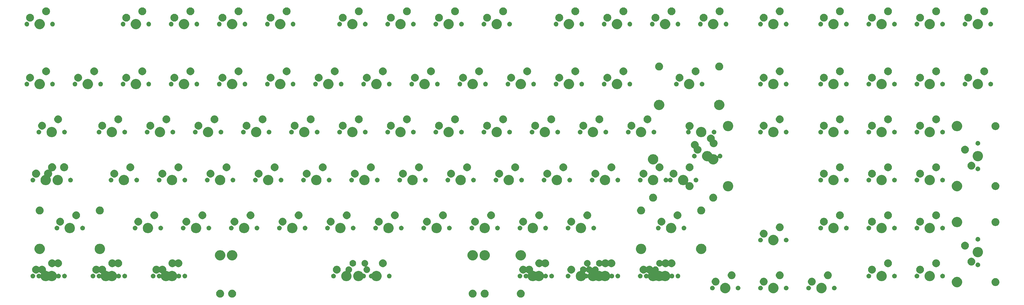
<source format=gbs>
G04 #@! TF.GenerationSoftware,KiCad,Pcbnew,(5.1.5)-3*
G04 #@! TF.CreationDate,2020-11-22T05:14:57-08:00*
G04 #@! TF.ProjectId,Unlined PCB,556e6c69-6e65-4642-9050-43422e6b6963,rev?*
G04 #@! TF.SameCoordinates,Original*
G04 #@! TF.FileFunction,Soldermask,Bot*
G04 #@! TF.FilePolarity,Negative*
%FSLAX46Y46*%
G04 Gerber Fmt 4.6, Leading zero omitted, Abs format (unit mm)*
G04 Created by KiCad (PCBNEW (5.1.5)-3) date 2020-11-22 05:14:57*
%MOMM*%
%LPD*%
G04 APERTURE LIST*
%ADD10C,0.100000*%
G04 APERTURE END LIST*
D10*
G36*
X111819367Y-128821263D02*
G01*
X111971511Y-128851526D01*
X112090237Y-128900704D01*
X112258141Y-128970252D01*
X112258142Y-128970253D01*
X112516104Y-129142617D01*
X112735483Y-129361996D01*
X112850653Y-129534361D01*
X112907848Y-129619959D01*
X112954413Y-129732377D01*
X113026574Y-129906589D01*
X113087100Y-130210875D01*
X113087100Y-130521125D01*
X113026574Y-130825410D01*
X112907848Y-131112041D01*
X112907847Y-131112042D01*
X112735483Y-131370004D01*
X112516104Y-131589383D01*
X112343739Y-131704553D01*
X112258141Y-131761748D01*
X112090237Y-131831296D01*
X111971511Y-131880474D01*
X111667225Y-131941000D01*
X111350625Y-131941000D01*
X111046339Y-131880474D01*
X110927613Y-131831296D01*
X110759709Y-131761748D01*
X110674111Y-131704553D01*
X110501746Y-131589383D01*
X110282367Y-131370004D01*
X110110003Y-131112042D01*
X110110002Y-131112041D01*
X109991276Y-130825410D01*
X109930750Y-130521125D01*
X109930750Y-130210875D01*
X109961013Y-130058733D01*
X109991276Y-129906589D01*
X110063437Y-129732377D01*
X110110002Y-129619959D01*
X110167197Y-129534361D01*
X110282367Y-129361996D01*
X110501746Y-129142617D01*
X110759708Y-128970253D01*
X110759709Y-128970252D01*
X110927613Y-128900704D01*
X111046339Y-128851526D01*
X111198483Y-128821263D01*
X111350625Y-128791000D01*
X111667225Y-128791000D01*
X111819367Y-128821263D01*
G37*
G36*
X211819167Y-128821263D02*
G01*
X211971311Y-128851526D01*
X212090037Y-128900704D01*
X212257941Y-128970252D01*
X212257942Y-128970253D01*
X212515904Y-129142617D01*
X212735283Y-129361996D01*
X212850453Y-129534361D01*
X212907648Y-129619959D01*
X212954213Y-129732377D01*
X213026374Y-129906589D01*
X213056637Y-130058733D01*
X213086900Y-130210875D01*
X213086900Y-130521125D01*
X213026374Y-130825410D01*
X212907648Y-131112041D01*
X212907647Y-131112042D01*
X212735283Y-131370004D01*
X212515904Y-131589383D01*
X212343539Y-131704553D01*
X212257941Y-131761748D01*
X212090037Y-131831296D01*
X211971311Y-131880474D01*
X211667025Y-131941000D01*
X211356775Y-131941000D01*
X211052489Y-131880474D01*
X210933763Y-131831296D01*
X210765859Y-131761748D01*
X210680261Y-131704553D01*
X210507896Y-131589383D01*
X210288517Y-131370004D01*
X210116153Y-131112042D01*
X210116152Y-131112041D01*
X209997426Y-130825410D01*
X209936900Y-130521125D01*
X209936900Y-130210875D01*
X209967163Y-130058733D01*
X209997426Y-129906589D01*
X210069587Y-129732377D01*
X210116152Y-129619959D01*
X210173347Y-129534361D01*
X210288517Y-129361996D01*
X210507896Y-129142617D01*
X210765858Y-128970253D01*
X210765859Y-128970252D01*
X210933763Y-128900704D01*
X211052489Y-128851526D01*
X211204633Y-128821263D01*
X211356775Y-128791000D01*
X211667025Y-128791000D01*
X211819167Y-128821263D01*
G37*
G36*
X226113017Y-128821263D02*
G01*
X226265161Y-128851526D01*
X226383887Y-128900704D01*
X226551791Y-128970252D01*
X226551792Y-128970253D01*
X226809754Y-129142617D01*
X227029133Y-129361996D01*
X227144303Y-129534361D01*
X227201498Y-129619959D01*
X227248063Y-129732377D01*
X227320224Y-129906589D01*
X227350487Y-130058733D01*
X227380750Y-130210875D01*
X227380750Y-130521125D01*
X227320224Y-130825410D01*
X227201498Y-131112041D01*
X227201497Y-131112042D01*
X227029133Y-131370004D01*
X226809754Y-131589383D01*
X226637389Y-131704553D01*
X226551791Y-131761748D01*
X226383887Y-131831296D01*
X226265161Y-131880474D01*
X225960875Y-131941000D01*
X225650625Y-131941000D01*
X225346339Y-131880474D01*
X225227613Y-131831296D01*
X225059709Y-131761748D01*
X224974111Y-131704553D01*
X224801746Y-131589383D01*
X224582367Y-131370004D01*
X224410003Y-131112042D01*
X224410002Y-131112041D01*
X224291276Y-130825410D01*
X224230750Y-130521125D01*
X224230750Y-130210875D01*
X224261013Y-130058733D01*
X224291276Y-129906589D01*
X224363437Y-129732377D01*
X224410002Y-129619959D01*
X224467197Y-129534361D01*
X224582367Y-129361996D01*
X224801746Y-129142617D01*
X225059708Y-128970253D01*
X225059709Y-128970252D01*
X225227613Y-128900704D01*
X225346339Y-128851526D01*
X225498483Y-128821263D01*
X225650625Y-128791000D01*
X225960875Y-128791000D01*
X226113017Y-128821263D01*
G37*
G36*
X207056667Y-128821263D02*
G01*
X207208811Y-128851526D01*
X207327537Y-128900704D01*
X207495441Y-128970252D01*
X207495442Y-128970253D01*
X207753404Y-129142617D01*
X207972783Y-129361996D01*
X208087953Y-129534361D01*
X208145148Y-129619959D01*
X208191713Y-129732377D01*
X208263874Y-129906589D01*
X208294137Y-130058733D01*
X208324400Y-130210875D01*
X208324400Y-130521125D01*
X208263874Y-130825410D01*
X208145148Y-131112041D01*
X208145147Y-131112042D01*
X207972783Y-131370004D01*
X207753404Y-131589383D01*
X207581039Y-131704553D01*
X207495441Y-131761748D01*
X207327537Y-131831296D01*
X207208811Y-131880474D01*
X206904525Y-131941000D01*
X206594275Y-131941000D01*
X206289989Y-131880474D01*
X206171263Y-131831296D01*
X206003359Y-131761748D01*
X205917761Y-131704553D01*
X205745396Y-131589383D01*
X205526017Y-131370004D01*
X205353653Y-131112042D01*
X205353652Y-131112041D01*
X205234926Y-130825410D01*
X205174400Y-130521125D01*
X205174400Y-130210875D01*
X205204663Y-130058733D01*
X205234926Y-129906589D01*
X205307087Y-129732377D01*
X205353652Y-129619959D01*
X205410847Y-129534361D01*
X205526017Y-129361996D01*
X205745396Y-129142617D01*
X206003358Y-128970253D01*
X206003359Y-128970252D01*
X206171263Y-128900704D01*
X206289989Y-128851526D01*
X206442133Y-128821263D01*
X206594275Y-128791000D01*
X206904525Y-128791000D01*
X207056667Y-128821263D01*
G37*
G36*
X107056867Y-128821263D02*
G01*
X107209011Y-128851526D01*
X107327737Y-128900704D01*
X107495641Y-128970252D01*
X107495642Y-128970253D01*
X107753604Y-129142617D01*
X107972983Y-129361996D01*
X108088153Y-129534361D01*
X108145348Y-129619959D01*
X108191913Y-129732377D01*
X108264074Y-129906589D01*
X108324600Y-130210875D01*
X108324600Y-130521125D01*
X108264074Y-130825410D01*
X108145348Y-131112041D01*
X108145347Y-131112042D01*
X107972983Y-131370004D01*
X107753604Y-131589383D01*
X107581239Y-131704553D01*
X107495641Y-131761748D01*
X107327737Y-131831296D01*
X107209011Y-131880474D01*
X106904725Y-131941000D01*
X106594475Y-131941000D01*
X106290189Y-131880474D01*
X106171463Y-131831296D01*
X106003559Y-131761748D01*
X105917961Y-131704553D01*
X105745596Y-131589383D01*
X105526217Y-131370004D01*
X105353853Y-131112042D01*
X105353852Y-131112041D01*
X105235126Y-130825410D01*
X105174600Y-130521125D01*
X105174600Y-130210875D01*
X105235126Y-129906589D01*
X105307287Y-129732377D01*
X105353852Y-129619959D01*
X105411047Y-129534361D01*
X105526217Y-129361996D01*
X105745596Y-129142617D01*
X106003558Y-128970253D01*
X106003559Y-128970252D01*
X106171463Y-128900704D01*
X106290189Y-128851526D01*
X106442333Y-128821263D01*
X106594475Y-128791000D01*
X106904725Y-128791000D01*
X107056867Y-128821263D01*
G37*
G36*
X345464974Y-126177684D02*
G01*
X345682974Y-126267983D01*
X345837123Y-126331833D01*
X346172048Y-126555623D01*
X346456877Y-126840452D01*
X346680667Y-127175377D01*
X346713062Y-127253586D01*
X346834816Y-127547526D01*
X346913400Y-127942594D01*
X346913400Y-128345406D01*
X346834816Y-128740474D01*
X346783951Y-128863272D01*
X346680667Y-129112623D01*
X346456877Y-129447548D01*
X346172048Y-129732377D01*
X345837123Y-129956167D01*
X345682974Y-130020017D01*
X345464974Y-130110316D01*
X345069906Y-130188900D01*
X344667094Y-130188900D01*
X344272026Y-130110316D01*
X344054026Y-130020017D01*
X343899877Y-129956167D01*
X343564952Y-129732377D01*
X343280123Y-129447548D01*
X343056333Y-129112623D01*
X342953049Y-128863272D01*
X342902184Y-128740474D01*
X342823600Y-128345406D01*
X342823600Y-127942594D01*
X342902184Y-127547526D01*
X343023938Y-127253586D01*
X343056333Y-127175377D01*
X343280123Y-126840452D01*
X343564952Y-126555623D01*
X343899877Y-126331833D01*
X344054026Y-126267983D01*
X344272026Y-126177684D01*
X344667094Y-126099100D01*
X345069906Y-126099100D01*
X345464974Y-126177684D01*
G37*
G36*
X326414974Y-126177684D02*
G01*
X326632974Y-126267983D01*
X326787123Y-126331833D01*
X327122048Y-126555623D01*
X327406877Y-126840452D01*
X327630667Y-127175377D01*
X327663062Y-127253586D01*
X327784816Y-127547526D01*
X327863400Y-127942594D01*
X327863400Y-128345406D01*
X327784816Y-128740474D01*
X327733951Y-128863272D01*
X327630667Y-129112623D01*
X327406877Y-129447548D01*
X327122048Y-129732377D01*
X326787123Y-129956167D01*
X326632974Y-130020017D01*
X326414974Y-130110316D01*
X326019906Y-130188900D01*
X325617094Y-130188900D01*
X325222026Y-130110316D01*
X325004026Y-130020017D01*
X324849877Y-129956167D01*
X324514952Y-129732377D01*
X324230123Y-129447548D01*
X324006333Y-129112623D01*
X323903049Y-128863272D01*
X323852184Y-128740474D01*
X323773600Y-128345406D01*
X323773600Y-127942594D01*
X323852184Y-127547526D01*
X323973938Y-127253586D01*
X324006333Y-127175377D01*
X324230123Y-126840452D01*
X324514952Y-126555623D01*
X324849877Y-126331833D01*
X325004026Y-126267983D01*
X325222026Y-126177684D01*
X325617094Y-126099100D01*
X326019906Y-126099100D01*
X326414974Y-126177684D01*
G37*
G36*
X307364974Y-126177684D02*
G01*
X307582974Y-126267983D01*
X307737123Y-126331833D01*
X308072048Y-126555623D01*
X308356877Y-126840452D01*
X308580667Y-127175377D01*
X308613062Y-127253586D01*
X308734816Y-127547526D01*
X308813400Y-127942594D01*
X308813400Y-128345406D01*
X308734816Y-128740474D01*
X308683951Y-128863272D01*
X308580667Y-129112623D01*
X308356877Y-129447548D01*
X308072048Y-129732377D01*
X307737123Y-129956167D01*
X307582974Y-130020017D01*
X307364974Y-130110316D01*
X306969906Y-130188900D01*
X306567094Y-130188900D01*
X306172026Y-130110316D01*
X305954026Y-130020017D01*
X305799877Y-129956167D01*
X305464952Y-129732377D01*
X305180123Y-129447548D01*
X304956333Y-129112623D01*
X304853049Y-128863272D01*
X304802184Y-128740474D01*
X304723600Y-128345406D01*
X304723600Y-127942594D01*
X304802184Y-127547526D01*
X304923938Y-127253586D01*
X304956333Y-127175377D01*
X305180123Y-126840452D01*
X305464952Y-126555623D01*
X305799877Y-126331833D01*
X305954026Y-126267983D01*
X306172026Y-126177684D01*
X306567094Y-126099100D01*
X306969906Y-126099100D01*
X307364974Y-126177684D01*
G37*
G36*
X340058604Y-127253585D02*
G01*
X340227126Y-127323389D01*
X340378791Y-127424728D01*
X340507772Y-127553709D01*
X340609111Y-127705374D01*
X340678915Y-127873896D01*
X340714500Y-128052797D01*
X340714500Y-128235203D01*
X340678915Y-128414104D01*
X340609111Y-128582626D01*
X340507772Y-128734291D01*
X340378791Y-128863272D01*
X340227126Y-128964611D01*
X340058604Y-129034415D01*
X339879703Y-129070000D01*
X339697297Y-129070000D01*
X339518396Y-129034415D01*
X339349874Y-128964611D01*
X339198209Y-128863272D01*
X339069228Y-128734291D01*
X338967889Y-128582626D01*
X338898085Y-128414104D01*
X338862500Y-128235203D01*
X338862500Y-128052797D01*
X338898085Y-127873896D01*
X338967889Y-127705374D01*
X339069228Y-127553709D01*
X339198209Y-127424728D01*
X339349874Y-127323389D01*
X339518396Y-127253585D01*
X339697297Y-127218000D01*
X339879703Y-127218000D01*
X340058604Y-127253585D01*
G37*
G36*
X350218604Y-127253585D02*
G01*
X350387126Y-127323389D01*
X350538791Y-127424728D01*
X350667772Y-127553709D01*
X350769111Y-127705374D01*
X350838915Y-127873896D01*
X350874500Y-128052797D01*
X350874500Y-128235203D01*
X350838915Y-128414104D01*
X350769111Y-128582626D01*
X350667772Y-128734291D01*
X350538791Y-128863272D01*
X350387126Y-128964611D01*
X350218604Y-129034415D01*
X350039703Y-129070000D01*
X349857297Y-129070000D01*
X349678396Y-129034415D01*
X349509874Y-128964611D01*
X349358209Y-128863272D01*
X349229228Y-128734291D01*
X349127889Y-128582626D01*
X349058085Y-128414104D01*
X349022500Y-128235203D01*
X349022500Y-128052797D01*
X349058085Y-127873896D01*
X349127889Y-127705374D01*
X349229228Y-127553709D01*
X349358209Y-127424728D01*
X349509874Y-127323389D01*
X349678396Y-127253585D01*
X349857297Y-127218000D01*
X350039703Y-127218000D01*
X350218604Y-127253585D01*
G37*
G36*
X312118604Y-127253585D02*
G01*
X312287126Y-127323389D01*
X312438791Y-127424728D01*
X312567772Y-127553709D01*
X312669111Y-127705374D01*
X312738915Y-127873896D01*
X312774500Y-128052797D01*
X312774500Y-128235203D01*
X312738915Y-128414104D01*
X312669111Y-128582626D01*
X312567772Y-128734291D01*
X312438791Y-128863272D01*
X312287126Y-128964611D01*
X312118604Y-129034415D01*
X311939703Y-129070000D01*
X311757297Y-129070000D01*
X311578396Y-129034415D01*
X311409874Y-128964611D01*
X311258209Y-128863272D01*
X311129228Y-128734291D01*
X311027889Y-128582626D01*
X310958085Y-128414104D01*
X310922500Y-128235203D01*
X310922500Y-128052797D01*
X310958085Y-127873896D01*
X311027889Y-127705374D01*
X311129228Y-127553709D01*
X311258209Y-127424728D01*
X311409874Y-127323389D01*
X311578396Y-127253585D01*
X311757297Y-127218000D01*
X311939703Y-127218000D01*
X312118604Y-127253585D01*
G37*
G36*
X301958604Y-127253585D02*
G01*
X302127126Y-127323389D01*
X302278791Y-127424728D01*
X302407772Y-127553709D01*
X302509111Y-127705374D01*
X302578915Y-127873896D01*
X302614500Y-128052797D01*
X302614500Y-128235203D01*
X302578915Y-128414104D01*
X302509111Y-128582626D01*
X302407772Y-128734291D01*
X302278791Y-128863272D01*
X302127126Y-128964611D01*
X301958604Y-129034415D01*
X301779703Y-129070000D01*
X301597297Y-129070000D01*
X301418396Y-129034415D01*
X301249874Y-128964611D01*
X301098209Y-128863272D01*
X300969228Y-128734291D01*
X300867889Y-128582626D01*
X300798085Y-128414104D01*
X300762500Y-128235203D01*
X300762500Y-128052797D01*
X300798085Y-127873896D01*
X300867889Y-127705374D01*
X300969228Y-127553709D01*
X301098209Y-127424728D01*
X301249874Y-127323389D01*
X301418396Y-127253585D01*
X301597297Y-127218000D01*
X301779703Y-127218000D01*
X301958604Y-127253585D01*
G37*
G36*
X331168604Y-127253585D02*
G01*
X331337126Y-127323389D01*
X331488791Y-127424728D01*
X331617772Y-127553709D01*
X331719111Y-127705374D01*
X331788915Y-127873896D01*
X331824500Y-128052797D01*
X331824500Y-128235203D01*
X331788915Y-128414104D01*
X331719111Y-128582626D01*
X331617772Y-128734291D01*
X331488791Y-128863272D01*
X331337126Y-128964611D01*
X331168604Y-129034415D01*
X330989703Y-129070000D01*
X330807297Y-129070000D01*
X330628396Y-129034415D01*
X330459874Y-128964611D01*
X330308209Y-128863272D01*
X330179228Y-128734291D01*
X330077889Y-128582626D01*
X330008085Y-128414104D01*
X329972500Y-128235203D01*
X329972500Y-128052797D01*
X330008085Y-127873896D01*
X330077889Y-127705374D01*
X330179228Y-127553709D01*
X330308209Y-127424728D01*
X330459874Y-127323389D01*
X330628396Y-127253585D01*
X330807297Y-127218000D01*
X330989703Y-127218000D01*
X331168604Y-127253585D01*
G37*
G36*
X321008604Y-127253585D02*
G01*
X321177126Y-127323389D01*
X321328791Y-127424728D01*
X321457772Y-127553709D01*
X321559111Y-127705374D01*
X321628915Y-127873896D01*
X321664500Y-128052797D01*
X321664500Y-128235203D01*
X321628915Y-128414104D01*
X321559111Y-128582626D01*
X321457772Y-128734291D01*
X321328791Y-128863272D01*
X321177126Y-128964611D01*
X321008604Y-129034415D01*
X320829703Y-129070000D01*
X320647297Y-129070000D01*
X320468396Y-129034415D01*
X320299874Y-128964611D01*
X320148209Y-128863272D01*
X320019228Y-128734291D01*
X319917889Y-128582626D01*
X319848085Y-128414104D01*
X319812500Y-128235203D01*
X319812500Y-128052797D01*
X319848085Y-127873896D01*
X319917889Y-127705374D01*
X320019228Y-127553709D01*
X320148209Y-127424728D01*
X320299874Y-127323389D01*
X320468396Y-127253585D01*
X320647297Y-127218000D01*
X320829703Y-127218000D01*
X321008604Y-127253585D01*
G37*
G36*
X399122474Y-123795934D02*
G01*
X399340474Y-123886233D01*
X399494623Y-123950083D01*
X399829548Y-124173873D01*
X400114377Y-124458702D01*
X400338167Y-124793627D01*
X400338167Y-124793628D01*
X400492316Y-125165776D01*
X400570900Y-125560844D01*
X400570900Y-125963656D01*
X400492316Y-126358724D01*
X400430363Y-126508291D01*
X400338167Y-126730873D01*
X400114377Y-127065798D01*
X399829548Y-127350627D01*
X399494623Y-127574417D01*
X399340474Y-127638267D01*
X399122474Y-127728566D01*
X398727406Y-127807150D01*
X398324594Y-127807150D01*
X397929526Y-127728566D01*
X397711526Y-127638267D01*
X397557377Y-127574417D01*
X397222452Y-127350627D01*
X396937623Y-127065798D01*
X396713833Y-126730873D01*
X396621637Y-126508291D01*
X396559684Y-126358724D01*
X396481100Y-125963656D01*
X396481100Y-125560844D01*
X396559684Y-125165776D01*
X396713833Y-124793628D01*
X396713833Y-124793627D01*
X396937623Y-124458702D01*
X397222452Y-124173873D01*
X397557377Y-123950083D01*
X397711526Y-123886233D01*
X397929526Y-123795934D01*
X398324594Y-123717350D01*
X398727406Y-123717350D01*
X399122474Y-123795934D01*
G37*
G36*
X414073267Y-124217513D02*
G01*
X414225411Y-124247776D01*
X414282480Y-124271415D01*
X414512041Y-124366502D01*
X414512042Y-124366503D01*
X414770004Y-124538867D01*
X414989383Y-124758246D01*
X415013024Y-124793628D01*
X415161748Y-125016209D01*
X415192823Y-125091232D01*
X415280474Y-125302839D01*
X415341000Y-125607126D01*
X415341000Y-125917374D01*
X415289222Y-126177684D01*
X415280474Y-126221660D01*
X415161748Y-126508291D01*
X415161747Y-126508292D01*
X414989383Y-126766254D01*
X414770004Y-126985633D01*
X414650028Y-127065798D01*
X414512041Y-127157998D01*
X414367183Y-127218000D01*
X414225411Y-127276724D01*
X414073267Y-127306987D01*
X413921125Y-127337250D01*
X413610875Y-127337250D01*
X413458733Y-127306987D01*
X413306589Y-127276724D01*
X413164817Y-127218000D01*
X413019959Y-127157998D01*
X412881972Y-127065798D01*
X412761996Y-126985633D01*
X412542617Y-126766254D01*
X412370253Y-126508292D01*
X412370252Y-126508291D01*
X412251526Y-126221660D01*
X412242779Y-126177684D01*
X412191000Y-125917374D01*
X412191000Y-125607126D01*
X412251526Y-125302839D01*
X412339177Y-125091232D01*
X412370252Y-125016209D01*
X412518976Y-124793628D01*
X412542617Y-124758246D01*
X412761996Y-124538867D01*
X413019958Y-124366503D01*
X413019959Y-124366502D01*
X413249520Y-124271415D01*
X413306589Y-124247776D01*
X413458733Y-124217513D01*
X413610875Y-124187250D01*
X413921125Y-124187250D01*
X414073267Y-124217513D01*
G37*
G36*
X322241592Y-124068979D02*
G01*
X322460910Y-124112604D01*
X322743174Y-124229521D01*
X322997205Y-124399259D01*
X323213241Y-124615295D01*
X323382979Y-124869326D01*
X323499896Y-125151590D01*
X323559500Y-125451240D01*
X323559500Y-125756760D01*
X323499896Y-126056410D01*
X323382979Y-126338674D01*
X323213241Y-126592705D01*
X322997205Y-126808741D01*
X322743174Y-126978479D01*
X322460910Y-127095396D01*
X322311085Y-127125198D01*
X322161261Y-127155000D01*
X321855739Y-127155000D01*
X321705915Y-127125198D01*
X321556090Y-127095396D01*
X321273826Y-126978479D01*
X321019795Y-126808741D01*
X320803759Y-126592705D01*
X320634021Y-126338674D01*
X320517104Y-126056410D01*
X320457500Y-125756760D01*
X320457500Y-125451240D01*
X320517104Y-125151590D01*
X320634021Y-124869326D01*
X320803759Y-124615295D01*
X321019795Y-124399259D01*
X321273826Y-124229521D01*
X321556090Y-124112604D01*
X321775408Y-124068979D01*
X321855739Y-124053000D01*
X322161261Y-124053000D01*
X322241592Y-124068979D01*
G37*
G36*
X341291592Y-124068979D02*
G01*
X341510910Y-124112604D01*
X341793174Y-124229521D01*
X342047205Y-124399259D01*
X342263241Y-124615295D01*
X342432979Y-124869326D01*
X342549896Y-125151590D01*
X342609500Y-125451240D01*
X342609500Y-125756760D01*
X342549896Y-126056410D01*
X342432979Y-126338674D01*
X342263241Y-126592705D01*
X342047205Y-126808741D01*
X341793174Y-126978479D01*
X341510910Y-127095396D01*
X341361085Y-127125198D01*
X341211261Y-127155000D01*
X340905739Y-127155000D01*
X340755915Y-127125198D01*
X340606090Y-127095396D01*
X340323826Y-126978479D01*
X340069795Y-126808741D01*
X339853759Y-126592705D01*
X339684021Y-126338674D01*
X339567104Y-126056410D01*
X339507500Y-125756760D01*
X339507500Y-125451240D01*
X339567104Y-125151590D01*
X339684021Y-124869326D01*
X339853759Y-124615295D01*
X340069795Y-124399259D01*
X340323826Y-124229521D01*
X340606090Y-124112604D01*
X340825408Y-124068979D01*
X340905739Y-124053000D01*
X341211261Y-124053000D01*
X341291592Y-124068979D01*
G37*
G36*
X303191592Y-124068979D02*
G01*
X303410910Y-124112604D01*
X303693174Y-124229521D01*
X303947205Y-124399259D01*
X304163241Y-124615295D01*
X304332979Y-124869326D01*
X304449896Y-125151590D01*
X304509500Y-125451240D01*
X304509500Y-125756760D01*
X304449896Y-126056410D01*
X304332979Y-126338674D01*
X304163241Y-126592705D01*
X303947205Y-126808741D01*
X303693174Y-126978479D01*
X303410910Y-127095396D01*
X303261085Y-127125198D01*
X303111261Y-127155000D01*
X302805739Y-127155000D01*
X302655915Y-127125198D01*
X302506090Y-127095396D01*
X302223826Y-126978479D01*
X301969795Y-126808741D01*
X301753759Y-126592705D01*
X301584021Y-126338674D01*
X301467104Y-126056410D01*
X301407500Y-125756760D01*
X301407500Y-125451240D01*
X301467104Y-125151590D01*
X301584021Y-124869326D01*
X301753759Y-124615295D01*
X301969795Y-124399259D01*
X302223826Y-124229521D01*
X302506090Y-124112604D01*
X302725408Y-124068979D01*
X302805739Y-124053000D01*
X303111261Y-124053000D01*
X303191592Y-124068979D01*
G37*
G36*
X227060835Y-119319802D02*
G01*
X227210660Y-119349604D01*
X227492924Y-119466521D01*
X227746955Y-119636259D01*
X227860498Y-119749802D01*
X227879429Y-119765338D01*
X227901040Y-119776889D01*
X227924489Y-119784002D01*
X227948875Y-119786404D01*
X227973261Y-119784002D01*
X227996710Y-119776889D01*
X228018321Y-119765338D01*
X228037252Y-119749802D01*
X228150795Y-119636259D01*
X228404826Y-119466521D01*
X228687090Y-119349604D01*
X228836915Y-119319802D01*
X228986739Y-119290000D01*
X229292261Y-119290000D01*
X229442085Y-119319802D01*
X229591910Y-119349604D01*
X229874174Y-119466521D01*
X230128205Y-119636259D01*
X230344241Y-119852295D01*
X230513979Y-120106326D01*
X230563030Y-120224747D01*
X230630896Y-120388591D01*
X230690500Y-120688239D01*
X230690500Y-120993761D01*
X230652119Y-121186715D01*
X230649717Y-121211101D01*
X230652119Y-121235487D01*
X230659232Y-121258936D01*
X230670783Y-121280547D01*
X230686328Y-121299489D01*
X230705270Y-121315034D01*
X230726881Y-121326585D01*
X230750330Y-121333698D01*
X230764692Y-121335113D01*
X230769654Y-121336100D01*
X230769655Y-121336100D01*
X230848016Y-121351687D01*
X231164724Y-121414684D01*
X231267494Y-121457253D01*
X231536873Y-121568833D01*
X231688787Y-121670339D01*
X231689429Y-121670768D01*
X231711040Y-121682319D01*
X231734489Y-121689432D01*
X231758875Y-121691834D01*
X231783261Y-121689432D01*
X231806710Y-121682319D01*
X231828321Y-121670768D01*
X231828963Y-121670339D01*
X231980877Y-121568833D01*
X232250256Y-121457253D01*
X232353026Y-121414684D01*
X232748094Y-121336100D01*
X233150906Y-121336100D01*
X233545974Y-121414684D01*
X233648744Y-121457253D01*
X233918123Y-121568833D01*
X234253048Y-121792623D01*
X234537877Y-122077452D01*
X234761667Y-122412377D01*
X234794062Y-122490586D01*
X234849892Y-122625372D01*
X234861443Y-122646983D01*
X234876988Y-122665925D01*
X234895930Y-122681470D01*
X234917541Y-122693021D01*
X234940990Y-122700134D01*
X234965376Y-122702536D01*
X234989762Y-122700134D01*
X235013211Y-122693021D01*
X235034822Y-122681470D01*
X235053753Y-122665934D01*
X235057959Y-122661728D01*
X235209624Y-122560389D01*
X235378146Y-122490585D01*
X235557047Y-122455000D01*
X235739453Y-122455000D01*
X235918354Y-122490585D01*
X236086876Y-122560389D01*
X236238541Y-122661728D01*
X236367522Y-122790709D01*
X236468861Y-122942374D01*
X236538665Y-123110896D01*
X236574250Y-123289797D01*
X236574250Y-123472203D01*
X236538665Y-123651104D01*
X236468861Y-123819626D01*
X236367522Y-123971291D01*
X236238541Y-124100272D01*
X236086876Y-124201611D01*
X235918354Y-124271415D01*
X235739453Y-124307000D01*
X235557047Y-124307000D01*
X235378146Y-124271415D01*
X235209624Y-124201611D01*
X235057959Y-124100272D01*
X235053753Y-124096066D01*
X235034822Y-124080530D01*
X235013211Y-124068979D01*
X234989762Y-124061866D01*
X234965376Y-124059464D01*
X234940990Y-124061866D01*
X234917541Y-124068979D01*
X234895930Y-124080530D01*
X234876988Y-124096075D01*
X234861443Y-124115017D01*
X234849892Y-124136628D01*
X234761667Y-124349623D01*
X234537877Y-124684548D01*
X234253048Y-124969377D01*
X233918123Y-125193167D01*
X233763974Y-125257017D01*
X233545974Y-125347316D01*
X233150906Y-125425900D01*
X232748094Y-125425900D01*
X232353026Y-125347316D01*
X232135026Y-125257017D01*
X231980877Y-125193167D01*
X231828319Y-125091231D01*
X231806710Y-125079681D01*
X231783261Y-125072568D01*
X231758875Y-125070166D01*
X231734489Y-125072568D01*
X231711040Y-125079681D01*
X231689431Y-125091231D01*
X231536873Y-125193167D01*
X231382724Y-125257017D01*
X231164724Y-125347316D01*
X230769656Y-125425900D01*
X230366844Y-125425900D01*
X229971776Y-125347316D01*
X229753776Y-125257017D01*
X229599627Y-125193167D01*
X229264702Y-124969377D01*
X228979873Y-124684548D01*
X228756083Y-124349623D01*
X228667858Y-124136628D01*
X228656307Y-124115017D01*
X228640762Y-124096075D01*
X228621820Y-124080530D01*
X228600209Y-124068979D01*
X228576760Y-124061866D01*
X228552374Y-124059464D01*
X228527988Y-124061866D01*
X228504539Y-124068979D01*
X228482928Y-124080530D01*
X228463997Y-124096066D01*
X228459791Y-124100272D01*
X228308126Y-124201611D01*
X228139604Y-124271415D01*
X227960703Y-124307000D01*
X227778297Y-124307000D01*
X227599396Y-124271415D01*
X227430874Y-124201611D01*
X227279209Y-124100272D01*
X227150228Y-123971291D01*
X227048889Y-123819626D01*
X226979085Y-123651104D01*
X226943500Y-123472203D01*
X226943500Y-123289797D01*
X226979085Y-123110896D01*
X227048889Y-122942374D01*
X227150228Y-122790709D01*
X227279209Y-122661728D01*
X227430874Y-122560389D01*
X227599396Y-122490585D01*
X227778297Y-122455000D01*
X227960703Y-122455000D01*
X228139604Y-122490585D01*
X228308126Y-122560389D01*
X228459791Y-122661728D01*
X228463997Y-122665934D01*
X228482928Y-122681470D01*
X228504539Y-122693021D01*
X228527988Y-122700134D01*
X228552374Y-122702536D01*
X228576760Y-122700134D01*
X228600209Y-122693021D01*
X228621820Y-122681470D01*
X228640762Y-122665925D01*
X228656307Y-122646983D01*
X228667858Y-122625372D01*
X228726422Y-122483985D01*
X228733535Y-122460536D01*
X228735937Y-122436150D01*
X228733535Y-122411764D01*
X228726422Y-122388315D01*
X228714871Y-122366704D01*
X228699325Y-122347762D01*
X228680383Y-122332217D01*
X228658779Y-122320669D01*
X228404826Y-122215479D01*
X228150795Y-122045741D01*
X228037252Y-121932198D01*
X228018321Y-121916662D01*
X227996710Y-121905111D01*
X227973261Y-121897998D01*
X227948875Y-121895596D01*
X227924489Y-121897998D01*
X227901040Y-121905111D01*
X227879429Y-121916662D01*
X227860498Y-121932198D01*
X227746955Y-122045741D01*
X227492924Y-122215479D01*
X227210660Y-122332396D01*
X227060835Y-122362198D01*
X226911011Y-122392000D01*
X226605489Y-122392000D01*
X226455665Y-122362198D01*
X226305840Y-122332396D01*
X226023576Y-122215479D01*
X225769545Y-122045741D01*
X225553509Y-121829705D01*
X225383771Y-121575674D01*
X225266854Y-121293410D01*
X225207250Y-120993760D01*
X225207250Y-120688240D01*
X225266854Y-120388590D01*
X225383771Y-120106326D01*
X225553509Y-119852295D01*
X225769545Y-119636259D01*
X226023576Y-119466521D01*
X226305840Y-119349604D01*
X226455665Y-119319802D01*
X226605489Y-119290000D01*
X226911011Y-119290000D01*
X227060835Y-119319802D01*
G37*
G36*
X252537737Y-117049996D02*
G01*
X252774503Y-117148068D01*
X252774505Y-117148069D01*
X252918079Y-117244002D01*
X252987589Y-117290447D01*
X253168803Y-117471661D01*
X253311182Y-117684747D01*
X253409254Y-117921513D01*
X253459250Y-118172861D01*
X253459250Y-118429139D01*
X253409254Y-118680487D01*
X253311182Y-118917253D01*
X253168803Y-119130339D01*
X252986967Y-119312175D01*
X252969374Y-119326613D01*
X252953828Y-119345555D01*
X252942277Y-119367166D01*
X252935164Y-119390614D01*
X252932762Y-119415001D01*
X252935164Y-119439387D01*
X252942277Y-119462836D01*
X252953828Y-119484446D01*
X252969373Y-119503388D01*
X252988315Y-119518934D01*
X253009926Y-119530485D01*
X253033374Y-119537598D01*
X253057761Y-119540000D01*
X253080139Y-119540000D01*
X253331487Y-119589996D01*
X253568253Y-119688068D01*
X253568255Y-119688069D01*
X253730451Y-119796445D01*
X253781339Y-119830447D01*
X253962553Y-120011661D01*
X254038692Y-120125611D01*
X254054237Y-120144553D01*
X254073179Y-120160098D01*
X254094790Y-120171649D01*
X254118239Y-120178762D01*
X254142625Y-120181164D01*
X254167011Y-120178762D01*
X254190460Y-120171649D01*
X254212071Y-120160098D01*
X254231013Y-120144553D01*
X254246558Y-120125611D01*
X254322697Y-120011661D01*
X254503911Y-119830447D01*
X254554799Y-119796445D01*
X254716995Y-119688069D01*
X254716997Y-119688068D01*
X254953763Y-119589996D01*
X255205111Y-119540000D01*
X255461389Y-119540000D01*
X255712737Y-119589996D01*
X255949503Y-119688068D01*
X255949505Y-119688069D01*
X256111701Y-119796445D01*
X256162589Y-119830447D01*
X256343803Y-120011661D01*
X256486182Y-120224747D01*
X256584254Y-120461513D01*
X256634250Y-120712861D01*
X256634250Y-120969139D01*
X256590972Y-121186715D01*
X256588570Y-121211101D01*
X256590972Y-121235487D01*
X256598085Y-121258936D01*
X256609636Y-121280547D01*
X256625182Y-121299489D01*
X256644124Y-121315034D01*
X256665734Y-121326585D01*
X256689183Y-121333698D01*
X256713569Y-121336100D01*
X256963406Y-121336100D01*
X257358474Y-121414684D01*
X257461244Y-121457253D01*
X257730623Y-121568833D01*
X257882537Y-121670339D01*
X257883179Y-121670768D01*
X257904790Y-121682319D01*
X257928239Y-121689432D01*
X257952625Y-121691834D01*
X257977011Y-121689432D01*
X258000460Y-121682319D01*
X258022071Y-121670768D01*
X258022713Y-121670339D01*
X258174627Y-121568833D01*
X258444006Y-121457253D01*
X258546776Y-121414684D01*
X258941844Y-121336100D01*
X259344656Y-121336100D01*
X259739724Y-121414684D01*
X259842494Y-121457253D01*
X260111873Y-121568833D01*
X260446798Y-121792623D01*
X260731627Y-122077452D01*
X260955417Y-122412377D01*
X260987812Y-122490586D01*
X261043642Y-122625372D01*
X261055193Y-122646983D01*
X261070738Y-122665925D01*
X261089680Y-122681470D01*
X261111291Y-122693021D01*
X261134740Y-122700134D01*
X261159126Y-122702536D01*
X261183512Y-122700134D01*
X261206961Y-122693021D01*
X261228572Y-122681470D01*
X261247503Y-122665934D01*
X261251709Y-122661728D01*
X261403374Y-122560389D01*
X261571896Y-122490585D01*
X261750797Y-122455000D01*
X261933203Y-122455000D01*
X262112104Y-122490585D01*
X262280626Y-122560389D01*
X262432291Y-122661728D01*
X262561272Y-122790709D01*
X262662611Y-122942374D01*
X262732415Y-123110896D01*
X262768000Y-123289797D01*
X262768000Y-123472203D01*
X262732415Y-123651104D01*
X262662611Y-123819626D01*
X262561272Y-123971291D01*
X262432291Y-124100272D01*
X262280626Y-124201611D01*
X262112104Y-124271415D01*
X261933203Y-124307000D01*
X261750797Y-124307000D01*
X261571896Y-124271415D01*
X261403374Y-124201611D01*
X261251709Y-124100272D01*
X261247503Y-124096066D01*
X261228572Y-124080530D01*
X261206961Y-124068979D01*
X261183512Y-124061866D01*
X261159126Y-124059464D01*
X261134740Y-124061866D01*
X261111291Y-124068979D01*
X261089680Y-124080530D01*
X261070738Y-124096075D01*
X261055193Y-124115017D01*
X261043642Y-124136628D01*
X260955417Y-124349623D01*
X260731627Y-124684548D01*
X260446798Y-124969377D01*
X260111873Y-125193167D01*
X259957724Y-125257017D01*
X259739724Y-125347316D01*
X259344656Y-125425900D01*
X258941844Y-125425900D01*
X258546776Y-125347316D01*
X258328776Y-125257017D01*
X258174627Y-125193167D01*
X258022069Y-125091231D01*
X258000460Y-125079681D01*
X257977011Y-125072568D01*
X257952625Y-125070166D01*
X257928239Y-125072568D01*
X257904790Y-125079681D01*
X257883181Y-125091231D01*
X257730623Y-125193167D01*
X257576474Y-125257017D01*
X257358474Y-125347316D01*
X256963406Y-125425900D01*
X256560594Y-125425900D01*
X256165526Y-125347316D01*
X255947526Y-125257017D01*
X255793377Y-125193167D01*
X255640819Y-125091231D01*
X255619210Y-125079681D01*
X255595761Y-125072568D01*
X255571375Y-125070166D01*
X255546989Y-125072568D01*
X255523540Y-125079681D01*
X255501931Y-125091231D01*
X255349373Y-125193167D01*
X255195224Y-125257017D01*
X254977224Y-125347316D01*
X254582156Y-125425900D01*
X254179344Y-125425900D01*
X253784276Y-125347316D01*
X253566276Y-125257017D01*
X253412127Y-125193167D01*
X253077202Y-124969377D01*
X252792373Y-124684548D01*
X252568583Y-124349623D01*
X252480358Y-124136628D01*
X252468807Y-124115017D01*
X252453262Y-124096075D01*
X252434320Y-124080530D01*
X252412709Y-124068979D01*
X252389260Y-124061866D01*
X252364874Y-124059464D01*
X252340488Y-124061866D01*
X252317039Y-124068979D01*
X252295428Y-124080530D01*
X252276497Y-124096066D01*
X252272291Y-124100272D01*
X252120626Y-124201611D01*
X251952104Y-124271415D01*
X251773203Y-124307000D01*
X251590796Y-124307000D01*
X251556288Y-124300136D01*
X251531902Y-124297734D01*
X251507516Y-124300136D01*
X251484067Y-124307249D01*
X251462456Y-124318800D01*
X251443514Y-124334346D01*
X251427969Y-124353287D01*
X251206627Y-124684548D01*
X250921798Y-124969377D01*
X250586873Y-125193167D01*
X250432724Y-125257017D01*
X250214724Y-125347316D01*
X249819656Y-125425900D01*
X249416844Y-125425900D01*
X249021776Y-125347316D01*
X248803776Y-125257017D01*
X248649627Y-125193167D01*
X248314702Y-124969377D01*
X248029873Y-124684548D01*
X247806083Y-124349623D01*
X247702799Y-124100272D01*
X247651934Y-123977474D01*
X247573350Y-123582406D01*
X247573350Y-123179594D01*
X247651934Y-122784526D01*
X247773688Y-122490586D01*
X247806083Y-122412377D01*
X248029873Y-122077452D01*
X248062191Y-122045134D01*
X251210368Y-122045134D01*
X251212770Y-122069520D01*
X251219883Y-122092969D01*
X251231429Y-122114571D01*
X251374924Y-122329326D01*
X251427969Y-122408713D01*
X251443515Y-122427655D01*
X251462457Y-122443200D01*
X251484067Y-122454751D01*
X251507516Y-122461864D01*
X251531902Y-122464266D01*
X251556288Y-122461864D01*
X251590796Y-122455000D01*
X251773203Y-122455000D01*
X251952104Y-122490585D01*
X252120626Y-122560389D01*
X252272291Y-122661728D01*
X252276497Y-122665934D01*
X252295428Y-122681470D01*
X252317039Y-122693021D01*
X252340488Y-122700134D01*
X252364874Y-122702536D01*
X252389260Y-122700134D01*
X252412709Y-122693021D01*
X252434320Y-122681470D01*
X252453262Y-122665925D01*
X252468807Y-122646983D01*
X252480358Y-122625372D01*
X252536188Y-122490586D01*
X252568583Y-122412377D01*
X252654070Y-122284438D01*
X252665616Y-122262835D01*
X252672729Y-122239387D01*
X252675131Y-122215000D01*
X252672729Y-122190614D01*
X252665616Y-122167165D01*
X252654065Y-122145555D01*
X252638520Y-122126613D01*
X252619578Y-122111067D01*
X252597967Y-122099516D01*
X252574519Y-122092403D01*
X252572512Y-122092004D01*
X252335747Y-121993932D01*
X252335746Y-121993932D01*
X252335745Y-121993931D01*
X252122661Y-121851553D01*
X251941447Y-121670339D01*
X251878194Y-121575674D01*
X251865308Y-121556389D01*
X251849763Y-121537447D01*
X251830821Y-121521902D01*
X251809210Y-121510351D01*
X251785761Y-121503238D01*
X251761375Y-121500836D01*
X251736989Y-121503238D01*
X251713540Y-121510351D01*
X251691929Y-121521902D01*
X251672987Y-121537447D01*
X251657442Y-121556389D01*
X251581303Y-121670339D01*
X251400089Y-121851553D01*
X251265921Y-121941201D01*
X251246980Y-121956746D01*
X251231434Y-121975688D01*
X251219883Y-121997299D01*
X251212770Y-122020748D01*
X251210368Y-122045134D01*
X248062191Y-122045134D01*
X248314702Y-121792623D01*
X248649627Y-121568833D01*
X248919006Y-121457253D01*
X249021776Y-121414684D01*
X249222966Y-121374665D01*
X249246415Y-121367552D01*
X249268026Y-121356001D01*
X249286968Y-121340456D01*
X249302513Y-121321514D01*
X249314064Y-121299903D01*
X249321177Y-121276454D01*
X249323579Y-121252068D01*
X249321177Y-121227682D01*
X249269750Y-120969139D01*
X249269750Y-120712861D01*
X249319746Y-120461513D01*
X249417818Y-120224747D01*
X249560197Y-120011661D01*
X249741411Y-119830447D01*
X249792299Y-119796445D01*
X249954495Y-119688069D01*
X249954497Y-119688068D01*
X250191263Y-119589996D01*
X250442611Y-119540000D01*
X250698889Y-119540000D01*
X250950237Y-119589996D01*
X251187003Y-119688068D01*
X251187005Y-119688069D01*
X251349201Y-119796445D01*
X251400089Y-119830447D01*
X251581303Y-120011661D01*
X251657442Y-120125611D01*
X251672987Y-120144553D01*
X251691929Y-120160098D01*
X251713540Y-120171649D01*
X251736989Y-120178762D01*
X251761375Y-120181164D01*
X251785761Y-120178762D01*
X251809210Y-120171649D01*
X251830821Y-120160098D01*
X251849763Y-120144553D01*
X251865308Y-120125611D01*
X251941447Y-120011661D01*
X252123283Y-119829825D01*
X252140876Y-119815387D01*
X252156422Y-119796445D01*
X252167973Y-119774834D01*
X252175086Y-119751386D01*
X252177488Y-119726999D01*
X252175086Y-119702613D01*
X252167973Y-119679164D01*
X252156422Y-119657554D01*
X252140877Y-119638612D01*
X252121935Y-119623066D01*
X252100324Y-119611515D01*
X252076876Y-119604402D01*
X252052489Y-119602000D01*
X252030111Y-119602000D01*
X251778763Y-119552004D01*
X251541997Y-119453932D01*
X251541996Y-119453932D01*
X251541995Y-119453931D01*
X251328911Y-119311553D01*
X251147697Y-119130339D01*
X251005319Y-118917255D01*
X250937452Y-118753410D01*
X250907246Y-118680487D01*
X250857250Y-118429139D01*
X250857250Y-118172861D01*
X250907246Y-117921513D01*
X251005318Y-117684747D01*
X251147697Y-117471661D01*
X251328911Y-117290447D01*
X251398421Y-117244002D01*
X251541995Y-117148069D01*
X251541997Y-117148068D01*
X251778763Y-117049996D01*
X252030111Y-117000000D01*
X252286389Y-117000000D01*
X252537737Y-117049996D01*
G37*
G36*
X57992085Y-119319802D02*
G01*
X58141910Y-119349604D01*
X58424174Y-119466521D01*
X58678205Y-119636259D01*
X58791748Y-119749802D01*
X58810679Y-119765338D01*
X58832290Y-119776889D01*
X58855739Y-119784002D01*
X58880125Y-119786404D01*
X58904511Y-119784002D01*
X58927960Y-119776889D01*
X58949571Y-119765338D01*
X58968502Y-119749802D01*
X59082045Y-119636259D01*
X59336076Y-119466521D01*
X59618340Y-119349604D01*
X59768165Y-119319802D01*
X59917989Y-119290000D01*
X60223511Y-119290000D01*
X60373335Y-119319802D01*
X60523160Y-119349604D01*
X60805424Y-119466521D01*
X61059455Y-119636259D01*
X61275491Y-119852295D01*
X61445229Y-120106326D01*
X61494280Y-120224747D01*
X61562146Y-120388591D01*
X61621750Y-120688239D01*
X61621750Y-120993761D01*
X61583369Y-121186715D01*
X61580967Y-121211101D01*
X61583369Y-121235487D01*
X61590482Y-121258936D01*
X61602033Y-121280547D01*
X61617578Y-121299489D01*
X61636520Y-121315034D01*
X61658131Y-121326585D01*
X61681580Y-121333698D01*
X61695942Y-121335113D01*
X61700904Y-121336100D01*
X61700905Y-121336100D01*
X61779266Y-121351687D01*
X62095974Y-121414684D01*
X62198744Y-121457253D01*
X62468123Y-121568833D01*
X62620037Y-121670339D01*
X62620679Y-121670768D01*
X62642290Y-121682319D01*
X62665739Y-121689432D01*
X62690125Y-121691834D01*
X62714511Y-121689432D01*
X62737960Y-121682319D01*
X62759571Y-121670768D01*
X62760213Y-121670339D01*
X62912127Y-121568833D01*
X63181506Y-121457253D01*
X63284276Y-121414684D01*
X63679344Y-121336100D01*
X64082156Y-121336100D01*
X64477224Y-121414684D01*
X64579994Y-121457253D01*
X64849373Y-121568833D01*
X65184298Y-121792623D01*
X65469127Y-122077452D01*
X65692917Y-122412377D01*
X65725312Y-122490586D01*
X65781142Y-122625372D01*
X65792693Y-122646983D01*
X65808238Y-122665925D01*
X65827180Y-122681470D01*
X65848791Y-122693021D01*
X65872240Y-122700134D01*
X65896626Y-122702536D01*
X65921012Y-122700134D01*
X65944461Y-122693021D01*
X65966072Y-122681470D01*
X65985003Y-122665934D01*
X65989209Y-122661728D01*
X66140874Y-122560389D01*
X66309396Y-122490585D01*
X66488297Y-122455000D01*
X66670703Y-122455000D01*
X66849604Y-122490585D01*
X67018126Y-122560389D01*
X67169791Y-122661728D01*
X67298772Y-122790709D01*
X67400111Y-122942374D01*
X67469915Y-123110896D01*
X67505500Y-123289797D01*
X67505500Y-123472203D01*
X67469915Y-123651104D01*
X67400111Y-123819626D01*
X67298772Y-123971291D01*
X67169791Y-124100272D01*
X67018126Y-124201611D01*
X66849604Y-124271415D01*
X66670703Y-124307000D01*
X66488297Y-124307000D01*
X66309396Y-124271415D01*
X66140874Y-124201611D01*
X65989209Y-124100272D01*
X65985003Y-124096066D01*
X65966072Y-124080530D01*
X65944461Y-124068979D01*
X65921012Y-124061866D01*
X65896626Y-124059464D01*
X65872240Y-124061866D01*
X65848791Y-124068979D01*
X65827180Y-124080530D01*
X65808238Y-124096075D01*
X65792693Y-124115017D01*
X65781142Y-124136628D01*
X65692917Y-124349623D01*
X65469127Y-124684548D01*
X65184298Y-124969377D01*
X64849373Y-125193167D01*
X64695224Y-125257017D01*
X64477224Y-125347316D01*
X64082156Y-125425900D01*
X63679344Y-125425900D01*
X63284276Y-125347316D01*
X63066276Y-125257017D01*
X62912127Y-125193167D01*
X62759569Y-125091231D01*
X62737960Y-125079681D01*
X62714511Y-125072568D01*
X62690125Y-125070166D01*
X62665739Y-125072568D01*
X62642290Y-125079681D01*
X62620681Y-125091231D01*
X62468123Y-125193167D01*
X62313974Y-125257017D01*
X62095974Y-125347316D01*
X61700906Y-125425900D01*
X61298094Y-125425900D01*
X60903026Y-125347316D01*
X60685026Y-125257017D01*
X60530877Y-125193167D01*
X60195952Y-124969377D01*
X59911123Y-124684548D01*
X59687333Y-124349623D01*
X59599108Y-124136628D01*
X59587557Y-124115017D01*
X59572012Y-124096075D01*
X59553070Y-124080530D01*
X59531459Y-124068979D01*
X59508010Y-124061866D01*
X59483624Y-124059464D01*
X59459238Y-124061866D01*
X59435789Y-124068979D01*
X59414178Y-124080530D01*
X59395247Y-124096066D01*
X59391041Y-124100272D01*
X59239376Y-124201611D01*
X59070854Y-124271415D01*
X58891953Y-124307000D01*
X58709547Y-124307000D01*
X58530646Y-124271415D01*
X58362124Y-124201611D01*
X58210459Y-124100272D01*
X58081478Y-123971291D01*
X57980139Y-123819626D01*
X57910335Y-123651104D01*
X57874750Y-123472203D01*
X57874750Y-123289797D01*
X57910335Y-123110896D01*
X57980139Y-122942374D01*
X58081478Y-122790709D01*
X58210459Y-122661728D01*
X58362124Y-122560389D01*
X58530646Y-122490585D01*
X58709547Y-122455000D01*
X58891953Y-122455000D01*
X59070854Y-122490585D01*
X59239376Y-122560389D01*
X59391041Y-122661728D01*
X59395247Y-122665934D01*
X59414178Y-122681470D01*
X59435789Y-122693021D01*
X59459238Y-122700134D01*
X59483624Y-122702536D01*
X59508010Y-122700134D01*
X59531459Y-122693021D01*
X59553070Y-122681470D01*
X59572012Y-122665925D01*
X59587557Y-122646983D01*
X59599108Y-122625372D01*
X59657672Y-122483985D01*
X59664785Y-122460536D01*
X59667187Y-122436150D01*
X59664785Y-122411764D01*
X59657672Y-122388315D01*
X59646121Y-122366704D01*
X59630575Y-122347762D01*
X59611633Y-122332217D01*
X59590029Y-122320669D01*
X59336076Y-122215479D01*
X59082045Y-122045741D01*
X58968502Y-121932198D01*
X58949571Y-121916662D01*
X58927960Y-121905111D01*
X58904511Y-121897998D01*
X58880125Y-121895596D01*
X58855739Y-121897998D01*
X58832290Y-121905111D01*
X58810679Y-121916662D01*
X58791748Y-121932198D01*
X58678205Y-122045741D01*
X58424174Y-122215479D01*
X58141910Y-122332396D01*
X57992085Y-122362198D01*
X57842261Y-122392000D01*
X57536739Y-122392000D01*
X57386915Y-122362198D01*
X57237090Y-122332396D01*
X56954826Y-122215479D01*
X56700795Y-122045741D01*
X56484759Y-121829705D01*
X56315021Y-121575674D01*
X56198104Y-121293410D01*
X56138500Y-120993760D01*
X56138500Y-120688240D01*
X56198104Y-120388590D01*
X56315021Y-120106326D01*
X56484759Y-119852295D01*
X56700795Y-119636259D01*
X56954826Y-119466521D01*
X57237090Y-119349604D01*
X57386915Y-119319802D01*
X57536739Y-119290000D01*
X57842261Y-119290000D01*
X57992085Y-119319802D01*
G37*
G36*
X34179585Y-119319802D02*
G01*
X34329410Y-119349604D01*
X34611674Y-119466521D01*
X34865705Y-119636259D01*
X34979248Y-119749802D01*
X34998179Y-119765338D01*
X35019790Y-119776889D01*
X35043239Y-119784002D01*
X35067625Y-119786404D01*
X35092011Y-119784002D01*
X35115460Y-119776889D01*
X35137071Y-119765338D01*
X35156002Y-119749802D01*
X35269545Y-119636259D01*
X35523576Y-119466521D01*
X35805840Y-119349604D01*
X35955665Y-119319802D01*
X36105489Y-119290000D01*
X36411011Y-119290000D01*
X36560835Y-119319802D01*
X36710660Y-119349604D01*
X36992924Y-119466521D01*
X37246955Y-119636259D01*
X37462991Y-119852295D01*
X37632729Y-120106326D01*
X37681780Y-120224747D01*
X37749646Y-120388591D01*
X37809250Y-120688239D01*
X37809250Y-120993761D01*
X37770869Y-121186715D01*
X37768467Y-121211101D01*
X37770869Y-121235487D01*
X37777982Y-121258936D01*
X37789533Y-121280547D01*
X37805078Y-121299489D01*
X37824020Y-121315034D01*
X37845631Y-121326585D01*
X37869080Y-121333698D01*
X37883442Y-121335113D01*
X37888404Y-121336100D01*
X37888405Y-121336100D01*
X37966766Y-121351687D01*
X38283474Y-121414684D01*
X38386244Y-121457253D01*
X38655623Y-121568833D01*
X38807537Y-121670339D01*
X38808179Y-121670768D01*
X38829790Y-121682319D01*
X38853239Y-121689432D01*
X38877625Y-121691834D01*
X38902011Y-121689432D01*
X38925460Y-121682319D01*
X38947071Y-121670768D01*
X38947713Y-121670339D01*
X39099627Y-121568833D01*
X39369006Y-121457253D01*
X39471776Y-121414684D01*
X39866844Y-121336100D01*
X40269656Y-121336100D01*
X40664724Y-121414684D01*
X40767494Y-121457253D01*
X41036873Y-121568833D01*
X41371798Y-121792623D01*
X41656627Y-122077452D01*
X41880417Y-122412377D01*
X41912812Y-122490586D01*
X41968642Y-122625372D01*
X41980193Y-122646983D01*
X41995738Y-122665925D01*
X42014680Y-122681470D01*
X42036291Y-122693021D01*
X42059740Y-122700134D01*
X42084126Y-122702536D01*
X42108512Y-122700134D01*
X42131961Y-122693021D01*
X42153572Y-122681470D01*
X42172503Y-122665934D01*
X42176709Y-122661728D01*
X42328374Y-122560389D01*
X42496896Y-122490585D01*
X42675797Y-122455000D01*
X42858203Y-122455000D01*
X43037104Y-122490585D01*
X43205626Y-122560389D01*
X43357291Y-122661728D01*
X43486272Y-122790709D01*
X43587611Y-122942374D01*
X43657415Y-123110896D01*
X43693000Y-123289797D01*
X43693000Y-123472203D01*
X43657415Y-123651104D01*
X43587611Y-123819626D01*
X43486272Y-123971291D01*
X43357291Y-124100272D01*
X43205626Y-124201611D01*
X43037104Y-124271415D01*
X42858203Y-124307000D01*
X42675797Y-124307000D01*
X42496896Y-124271415D01*
X42328374Y-124201611D01*
X42176709Y-124100272D01*
X42172503Y-124096066D01*
X42153572Y-124080530D01*
X42131961Y-124068979D01*
X42108512Y-124061866D01*
X42084126Y-124059464D01*
X42059740Y-124061866D01*
X42036291Y-124068979D01*
X42014680Y-124080530D01*
X41995738Y-124096075D01*
X41980193Y-124115017D01*
X41968642Y-124136628D01*
X41880417Y-124349623D01*
X41656627Y-124684548D01*
X41371798Y-124969377D01*
X41036873Y-125193167D01*
X40882724Y-125257017D01*
X40664724Y-125347316D01*
X40269656Y-125425900D01*
X39866844Y-125425900D01*
X39471776Y-125347316D01*
X39253776Y-125257017D01*
X39099627Y-125193167D01*
X38947069Y-125091231D01*
X38925460Y-125079681D01*
X38902011Y-125072568D01*
X38877625Y-125070166D01*
X38853239Y-125072568D01*
X38829790Y-125079681D01*
X38808181Y-125091231D01*
X38655623Y-125193167D01*
X38501474Y-125257017D01*
X38283474Y-125347316D01*
X37888406Y-125425900D01*
X37485594Y-125425900D01*
X37090526Y-125347316D01*
X36872526Y-125257017D01*
X36718377Y-125193167D01*
X36383452Y-124969377D01*
X36098623Y-124684548D01*
X35874833Y-124349623D01*
X35786608Y-124136628D01*
X35775057Y-124115017D01*
X35759512Y-124096075D01*
X35740570Y-124080530D01*
X35718959Y-124068979D01*
X35695510Y-124061866D01*
X35671124Y-124059464D01*
X35646738Y-124061866D01*
X35623289Y-124068979D01*
X35601678Y-124080530D01*
X35582747Y-124096066D01*
X35578541Y-124100272D01*
X35426876Y-124201611D01*
X35258354Y-124271415D01*
X35079453Y-124307000D01*
X34897047Y-124307000D01*
X34718146Y-124271415D01*
X34549624Y-124201611D01*
X34397959Y-124100272D01*
X34268978Y-123971291D01*
X34167639Y-123819626D01*
X34097835Y-123651104D01*
X34062250Y-123472203D01*
X34062250Y-123289797D01*
X34097835Y-123110896D01*
X34167639Y-122942374D01*
X34268978Y-122790709D01*
X34397959Y-122661728D01*
X34549624Y-122560389D01*
X34718146Y-122490585D01*
X34897047Y-122455000D01*
X35079453Y-122455000D01*
X35258354Y-122490585D01*
X35426876Y-122560389D01*
X35578541Y-122661728D01*
X35582747Y-122665934D01*
X35601678Y-122681470D01*
X35623289Y-122693021D01*
X35646738Y-122700134D01*
X35671124Y-122702536D01*
X35695510Y-122700134D01*
X35718959Y-122693021D01*
X35740570Y-122681470D01*
X35759512Y-122665925D01*
X35775057Y-122646983D01*
X35786608Y-122625372D01*
X35845172Y-122483985D01*
X35852285Y-122460536D01*
X35854687Y-122436150D01*
X35852285Y-122411764D01*
X35845172Y-122388315D01*
X35833621Y-122366704D01*
X35818075Y-122347762D01*
X35799133Y-122332217D01*
X35777529Y-122320669D01*
X35523576Y-122215479D01*
X35269545Y-122045741D01*
X35156002Y-121932198D01*
X35137071Y-121916662D01*
X35115460Y-121905111D01*
X35092011Y-121897998D01*
X35067625Y-121895596D01*
X35043239Y-121897998D01*
X35019790Y-121905111D01*
X34998179Y-121916662D01*
X34979248Y-121932198D01*
X34865705Y-122045741D01*
X34611674Y-122215479D01*
X34329410Y-122332396D01*
X34179585Y-122362198D01*
X34029761Y-122392000D01*
X33724239Y-122392000D01*
X33574415Y-122362198D01*
X33424590Y-122332396D01*
X33142326Y-122215479D01*
X32888295Y-122045741D01*
X32672259Y-121829705D01*
X32502521Y-121575674D01*
X32385604Y-121293410D01*
X32326000Y-120993760D01*
X32326000Y-120688240D01*
X32385604Y-120388590D01*
X32502521Y-120106326D01*
X32672259Y-119852295D01*
X32888295Y-119636259D01*
X33142326Y-119466521D01*
X33424590Y-119349604D01*
X33574415Y-119319802D01*
X33724239Y-119290000D01*
X34029761Y-119290000D01*
X34179585Y-119319802D01*
G37*
G36*
X369277474Y-121414684D02*
G01*
X369380244Y-121457253D01*
X369649623Y-121568833D01*
X369984548Y-121792623D01*
X370269377Y-122077452D01*
X370493167Y-122412377D01*
X370525562Y-122490586D01*
X370647316Y-122784526D01*
X370725900Y-123179594D01*
X370725900Y-123582406D01*
X370647316Y-123977474D01*
X370596451Y-124100272D01*
X370493167Y-124349623D01*
X370269377Y-124684548D01*
X369984548Y-124969377D01*
X369649623Y-125193167D01*
X369495474Y-125257017D01*
X369277474Y-125347316D01*
X368882406Y-125425900D01*
X368479594Y-125425900D01*
X368084526Y-125347316D01*
X367866526Y-125257017D01*
X367712377Y-125193167D01*
X367377452Y-124969377D01*
X367092623Y-124684548D01*
X366868833Y-124349623D01*
X366765549Y-124100272D01*
X366714684Y-123977474D01*
X366636100Y-123582406D01*
X366636100Y-123179594D01*
X366714684Y-122784526D01*
X366836438Y-122490586D01*
X366868833Y-122412377D01*
X367092623Y-122077452D01*
X367377452Y-121792623D01*
X367712377Y-121568833D01*
X367981756Y-121457253D01*
X368084526Y-121414684D01*
X368479594Y-121336100D01*
X368882406Y-121336100D01*
X369277474Y-121414684D01*
G37*
G36*
X388327474Y-121414684D02*
G01*
X388430244Y-121457253D01*
X388699623Y-121568833D01*
X389034548Y-121792623D01*
X389319377Y-122077452D01*
X389543167Y-122412377D01*
X389575562Y-122490586D01*
X389697316Y-122784526D01*
X389775900Y-123179594D01*
X389775900Y-123582406D01*
X389697316Y-123977474D01*
X389646451Y-124100272D01*
X389543167Y-124349623D01*
X389319377Y-124684548D01*
X389034548Y-124969377D01*
X388699623Y-125193167D01*
X388545474Y-125257017D01*
X388327474Y-125347316D01*
X387932406Y-125425900D01*
X387529594Y-125425900D01*
X387134526Y-125347316D01*
X386916526Y-125257017D01*
X386762377Y-125193167D01*
X386427452Y-124969377D01*
X386142623Y-124684548D01*
X385918833Y-124349623D01*
X385815549Y-124100272D01*
X385764684Y-123977474D01*
X385686100Y-123582406D01*
X385686100Y-123179594D01*
X385764684Y-122784526D01*
X385886438Y-122490586D01*
X385918833Y-122412377D01*
X386142623Y-122077452D01*
X386427452Y-121792623D01*
X386762377Y-121568833D01*
X387031756Y-121457253D01*
X387134526Y-121414684D01*
X387529594Y-121336100D01*
X387932406Y-121336100D01*
X388327474Y-121414684D01*
G37*
G36*
X169252224Y-121414684D02*
G01*
X169354994Y-121457253D01*
X169624373Y-121568833D01*
X169959298Y-121792623D01*
X170244127Y-122077452D01*
X170467917Y-122412377D01*
X170500312Y-122490586D01*
X170622066Y-122784526D01*
X170700650Y-123179594D01*
X170700650Y-123582406D01*
X170622066Y-123977474D01*
X170571201Y-124100272D01*
X170467917Y-124349623D01*
X170244127Y-124684548D01*
X169959298Y-124969377D01*
X169624373Y-125193167D01*
X169470224Y-125257017D01*
X169252224Y-125347316D01*
X168857156Y-125425900D01*
X168454344Y-125425900D01*
X168059276Y-125347316D01*
X167841276Y-125257017D01*
X167687127Y-125193167D01*
X167352202Y-124969377D01*
X167067373Y-124684548D01*
X166846031Y-124353287D01*
X166830485Y-124334345D01*
X166811544Y-124318800D01*
X166789933Y-124307249D01*
X166766484Y-124300136D01*
X166742098Y-124297734D01*
X166717712Y-124300136D01*
X166683204Y-124307000D01*
X166500797Y-124307000D01*
X166321896Y-124271415D01*
X166153374Y-124201611D01*
X166001709Y-124100272D01*
X165872728Y-123971291D01*
X165771389Y-123819626D01*
X165701585Y-123651104D01*
X165666000Y-123472203D01*
X165666000Y-123289797D01*
X165701585Y-123110896D01*
X165771389Y-122942374D01*
X165872728Y-122790709D01*
X166001709Y-122661728D01*
X166153374Y-122560389D01*
X166321896Y-122490585D01*
X166500797Y-122455000D01*
X166683204Y-122455000D01*
X166717712Y-122461864D01*
X166742098Y-122464266D01*
X166766484Y-122461864D01*
X166789933Y-122454751D01*
X166811544Y-122443200D01*
X166830486Y-122427654D01*
X166846031Y-122408713D01*
X166975466Y-122215000D01*
X167067373Y-122077452D01*
X167352202Y-121792623D01*
X167687127Y-121568833D01*
X167956506Y-121457253D01*
X168059276Y-121414684D01*
X168454344Y-121336100D01*
X168857156Y-121336100D01*
X169252224Y-121414684D01*
G37*
G36*
X274685835Y-119319802D02*
G01*
X274835660Y-119349604D01*
X275117924Y-119466521D01*
X275371955Y-119636259D01*
X275485498Y-119749802D01*
X275504429Y-119765338D01*
X275526040Y-119776889D01*
X275549489Y-119784002D01*
X275573875Y-119786404D01*
X275598261Y-119784002D01*
X275621710Y-119776889D01*
X275643321Y-119765338D01*
X275662252Y-119749802D01*
X275775795Y-119636259D01*
X276029826Y-119466521D01*
X276312090Y-119349604D01*
X276461915Y-119319802D01*
X276611739Y-119290000D01*
X276917261Y-119290000D01*
X277067085Y-119319802D01*
X277216910Y-119349604D01*
X277499174Y-119466521D01*
X277753205Y-119636259D01*
X277969241Y-119852295D01*
X278014932Y-119920676D01*
X278030472Y-119939611D01*
X278049414Y-119955156D01*
X278071024Y-119966707D01*
X278094473Y-119973820D01*
X278118860Y-119976222D01*
X278143246Y-119973820D01*
X278166695Y-119966707D01*
X278188305Y-119955156D01*
X278207247Y-119939611D01*
X278316411Y-119830447D01*
X278367299Y-119796445D01*
X278529495Y-119688069D01*
X278529497Y-119688068D01*
X278766263Y-119589996D01*
X279017611Y-119540000D01*
X279273889Y-119540000D01*
X279525237Y-119589996D01*
X279762003Y-119688068D01*
X279762005Y-119688069D01*
X279924201Y-119796445D01*
X279975089Y-119830447D01*
X280156303Y-120011661D01*
X280298682Y-120224747D01*
X280396754Y-120461513D01*
X280446750Y-120712861D01*
X280446750Y-120969139D01*
X280403472Y-121186715D01*
X280401070Y-121211101D01*
X280403472Y-121235487D01*
X280410585Y-121258936D01*
X280422136Y-121280547D01*
X280437682Y-121299489D01*
X280456624Y-121315034D01*
X280478234Y-121326585D01*
X280501683Y-121333698D01*
X280526069Y-121336100D01*
X280775906Y-121336100D01*
X281170974Y-121414684D01*
X281273744Y-121457253D01*
X281543123Y-121568833D01*
X281695037Y-121670339D01*
X281695679Y-121670768D01*
X281717290Y-121682319D01*
X281740739Y-121689432D01*
X281765125Y-121691834D01*
X281789511Y-121689432D01*
X281812960Y-121682319D01*
X281834571Y-121670768D01*
X281835213Y-121670339D01*
X281987127Y-121568833D01*
X282256506Y-121457253D01*
X282359276Y-121414684D01*
X282754344Y-121336100D01*
X283157156Y-121336100D01*
X283552224Y-121414684D01*
X283654994Y-121457253D01*
X283924373Y-121568833D01*
X284259298Y-121792623D01*
X284544127Y-122077452D01*
X284767917Y-122412377D01*
X284800312Y-122490586D01*
X284856142Y-122625372D01*
X284867693Y-122646983D01*
X284883238Y-122665925D01*
X284902180Y-122681470D01*
X284923791Y-122693021D01*
X284947240Y-122700134D01*
X284971626Y-122702536D01*
X284996012Y-122700134D01*
X285019461Y-122693021D01*
X285041072Y-122681470D01*
X285060003Y-122665934D01*
X285064209Y-122661728D01*
X285215874Y-122560389D01*
X285384396Y-122490585D01*
X285563297Y-122455000D01*
X285745703Y-122455000D01*
X285924604Y-122490585D01*
X286093126Y-122560389D01*
X286244791Y-122661728D01*
X286373772Y-122790709D01*
X286475111Y-122942374D01*
X286544915Y-123110896D01*
X286580500Y-123289797D01*
X286580500Y-123472203D01*
X286544915Y-123651104D01*
X286475111Y-123819626D01*
X286373772Y-123971291D01*
X286244791Y-124100272D01*
X286093126Y-124201611D01*
X285924604Y-124271415D01*
X285745703Y-124307000D01*
X285563297Y-124307000D01*
X285384396Y-124271415D01*
X285215874Y-124201611D01*
X285064209Y-124100272D01*
X285060003Y-124096066D01*
X285041072Y-124080530D01*
X285019461Y-124068979D01*
X284996012Y-124061866D01*
X284971626Y-124059464D01*
X284947240Y-124061866D01*
X284923791Y-124068979D01*
X284902180Y-124080530D01*
X284883238Y-124096075D01*
X284867693Y-124115017D01*
X284856142Y-124136628D01*
X284767917Y-124349623D01*
X284544127Y-124684548D01*
X284259298Y-124969377D01*
X283924373Y-125193167D01*
X283770224Y-125257017D01*
X283552224Y-125347316D01*
X283157156Y-125425900D01*
X282754344Y-125425900D01*
X282359276Y-125347316D01*
X282141276Y-125257017D01*
X281987127Y-125193167D01*
X281834569Y-125091231D01*
X281812960Y-125079681D01*
X281789511Y-125072568D01*
X281765125Y-125070166D01*
X281740739Y-125072568D01*
X281717290Y-125079681D01*
X281695681Y-125091231D01*
X281543123Y-125193167D01*
X281388974Y-125257017D01*
X281170974Y-125347316D01*
X280775906Y-125425900D01*
X280373094Y-125425900D01*
X279978026Y-125347316D01*
X279760026Y-125257017D01*
X279605877Y-125193167D01*
X279453319Y-125091231D01*
X279431710Y-125079681D01*
X279408261Y-125072568D01*
X279383875Y-125070166D01*
X279359489Y-125072568D01*
X279336040Y-125079681D01*
X279314431Y-125091231D01*
X279161873Y-125193167D01*
X279007724Y-125257017D01*
X278789724Y-125347316D01*
X278394656Y-125425900D01*
X277991844Y-125425900D01*
X277596776Y-125347316D01*
X277378776Y-125257017D01*
X277224627Y-125193167D01*
X276889702Y-124969377D01*
X276604873Y-124684548D01*
X276381083Y-124349623D01*
X276292858Y-124136628D01*
X276281307Y-124115017D01*
X276265762Y-124096075D01*
X276246820Y-124080530D01*
X276225209Y-124068979D01*
X276201760Y-124061866D01*
X276177374Y-124059464D01*
X276152988Y-124061866D01*
X276129539Y-124068979D01*
X276107928Y-124080530D01*
X276088997Y-124096066D01*
X276084791Y-124100272D01*
X275933126Y-124201611D01*
X275764604Y-124271415D01*
X275585703Y-124307000D01*
X275403297Y-124307000D01*
X275224396Y-124271415D01*
X275055874Y-124201611D01*
X274904209Y-124100272D01*
X274775228Y-123971291D01*
X274673889Y-123819626D01*
X274604085Y-123651104D01*
X274568500Y-123472203D01*
X274568500Y-123289797D01*
X274604085Y-123110896D01*
X274673889Y-122942374D01*
X274775228Y-122790709D01*
X274904209Y-122661728D01*
X275055874Y-122560389D01*
X275224396Y-122490585D01*
X275403297Y-122455000D01*
X275585703Y-122455000D01*
X275764604Y-122490585D01*
X275933126Y-122560389D01*
X276084791Y-122661728D01*
X276088997Y-122665934D01*
X276107928Y-122681470D01*
X276129539Y-122693021D01*
X276152988Y-122700134D01*
X276177374Y-122702536D01*
X276201760Y-122700134D01*
X276225209Y-122693021D01*
X276246820Y-122681470D01*
X276265762Y-122665925D01*
X276281307Y-122646983D01*
X276292858Y-122625372D01*
X276351422Y-122483985D01*
X276358535Y-122460536D01*
X276360937Y-122436150D01*
X276358535Y-122411764D01*
X276351422Y-122388315D01*
X276339871Y-122366704D01*
X276324325Y-122347762D01*
X276305383Y-122332217D01*
X276283779Y-122320669D01*
X276029826Y-122215479D01*
X275775795Y-122045741D01*
X275662252Y-121932198D01*
X275643321Y-121916662D01*
X275621710Y-121905111D01*
X275598261Y-121897998D01*
X275573875Y-121895596D01*
X275549489Y-121897998D01*
X275526040Y-121905111D01*
X275504429Y-121916662D01*
X275485498Y-121932198D01*
X275371955Y-122045741D01*
X275117924Y-122215479D01*
X274835660Y-122332396D01*
X274685835Y-122362198D01*
X274536011Y-122392000D01*
X274230489Y-122392000D01*
X274080665Y-122362198D01*
X273930840Y-122332396D01*
X273648576Y-122215479D01*
X273394545Y-122045741D01*
X273178509Y-121829705D01*
X273008771Y-121575674D01*
X272891854Y-121293410D01*
X272832250Y-120993760D01*
X272832250Y-120688240D01*
X272891854Y-120388590D01*
X273008771Y-120106326D01*
X273178509Y-119852295D01*
X273394545Y-119636259D01*
X273648576Y-119466521D01*
X273930840Y-119349604D01*
X274080665Y-119319802D01*
X274230489Y-119290000D01*
X274536011Y-119290000D01*
X274685835Y-119319802D01*
G37*
G36*
X162108474Y-121414684D02*
G01*
X162211244Y-121457253D01*
X162480623Y-121568833D01*
X162815548Y-121792623D01*
X163100377Y-122077452D01*
X163192284Y-122215000D01*
X163321719Y-122408713D01*
X163337265Y-122427655D01*
X163356206Y-122443200D01*
X163377817Y-122454751D01*
X163401266Y-122461864D01*
X163425652Y-122464266D01*
X163450038Y-122461864D01*
X163484546Y-122455000D01*
X163666953Y-122455000D01*
X163845854Y-122490585D01*
X164014376Y-122560389D01*
X164166041Y-122661728D01*
X164295022Y-122790709D01*
X164396361Y-122942374D01*
X164466165Y-123110896D01*
X164501750Y-123289797D01*
X164501750Y-123472203D01*
X164466165Y-123651104D01*
X164396361Y-123819626D01*
X164295022Y-123971291D01*
X164166041Y-124100272D01*
X164014376Y-124201611D01*
X163845854Y-124271415D01*
X163666953Y-124307000D01*
X163484546Y-124307000D01*
X163450038Y-124300136D01*
X163425652Y-124297734D01*
X163401266Y-124300136D01*
X163377817Y-124307249D01*
X163356206Y-124318800D01*
X163337264Y-124334346D01*
X163321719Y-124353287D01*
X163100377Y-124684548D01*
X162815548Y-124969377D01*
X162480623Y-125193167D01*
X162326474Y-125257017D01*
X162108474Y-125347316D01*
X161713406Y-125425900D01*
X161310594Y-125425900D01*
X160915526Y-125347316D01*
X160697526Y-125257017D01*
X160543377Y-125193167D01*
X160208452Y-124969377D01*
X159923623Y-124684548D01*
X159699833Y-124349623D01*
X159596549Y-124100272D01*
X159545684Y-123977474D01*
X159467100Y-123582406D01*
X159467100Y-123179594D01*
X159545684Y-122784526D01*
X159667438Y-122490586D01*
X159699833Y-122412377D01*
X159923623Y-122077452D01*
X160208452Y-121792623D01*
X160543377Y-121568833D01*
X160812756Y-121457253D01*
X160915526Y-121414684D01*
X161310594Y-121336100D01*
X161713406Y-121336100D01*
X162108474Y-121414684D01*
G37*
G36*
X81804585Y-119319802D02*
G01*
X81954410Y-119349604D01*
X82236674Y-119466521D01*
X82490705Y-119636259D01*
X82604248Y-119749802D01*
X82623179Y-119765338D01*
X82644790Y-119776889D01*
X82668239Y-119784002D01*
X82692625Y-119786404D01*
X82717011Y-119784002D01*
X82740460Y-119776889D01*
X82762071Y-119765338D01*
X82781002Y-119749802D01*
X82894545Y-119636259D01*
X83148576Y-119466521D01*
X83430840Y-119349604D01*
X83580665Y-119319802D01*
X83730489Y-119290000D01*
X84036011Y-119290000D01*
X84185835Y-119319802D01*
X84335660Y-119349604D01*
X84617924Y-119466521D01*
X84871955Y-119636259D01*
X85087991Y-119852295D01*
X85257729Y-120106326D01*
X85306780Y-120224747D01*
X85374646Y-120388591D01*
X85434250Y-120688239D01*
X85434250Y-120993761D01*
X85395869Y-121186715D01*
X85393467Y-121211101D01*
X85395869Y-121235487D01*
X85402982Y-121258936D01*
X85414533Y-121280547D01*
X85430078Y-121299489D01*
X85449020Y-121315034D01*
X85470631Y-121326585D01*
X85494080Y-121333698D01*
X85508442Y-121335113D01*
X85513404Y-121336100D01*
X85513405Y-121336100D01*
X85591766Y-121351687D01*
X85908474Y-121414684D01*
X86011244Y-121457253D01*
X86280623Y-121568833D01*
X86432537Y-121670339D01*
X86433179Y-121670768D01*
X86454790Y-121682319D01*
X86478239Y-121689432D01*
X86502625Y-121691834D01*
X86527011Y-121689432D01*
X86550460Y-121682319D01*
X86572071Y-121670768D01*
X86572713Y-121670339D01*
X86724627Y-121568833D01*
X86994006Y-121457253D01*
X87096776Y-121414684D01*
X87491844Y-121336100D01*
X87894656Y-121336100D01*
X88289724Y-121414684D01*
X88392494Y-121457253D01*
X88661873Y-121568833D01*
X88996798Y-121792623D01*
X89281627Y-122077452D01*
X89505417Y-122412377D01*
X89537812Y-122490586D01*
X89593642Y-122625372D01*
X89605193Y-122646983D01*
X89620738Y-122665925D01*
X89639680Y-122681470D01*
X89661291Y-122693021D01*
X89684740Y-122700134D01*
X89709126Y-122702536D01*
X89733512Y-122700134D01*
X89756961Y-122693021D01*
X89778572Y-122681470D01*
X89797503Y-122665934D01*
X89801709Y-122661728D01*
X89953374Y-122560389D01*
X90121896Y-122490585D01*
X90300797Y-122455000D01*
X90483203Y-122455000D01*
X90662104Y-122490585D01*
X90830626Y-122560389D01*
X90982291Y-122661728D01*
X91111272Y-122790709D01*
X91212611Y-122942374D01*
X91282415Y-123110896D01*
X91318000Y-123289797D01*
X91318000Y-123472203D01*
X91282415Y-123651104D01*
X91212611Y-123819626D01*
X91111272Y-123971291D01*
X90982291Y-124100272D01*
X90830626Y-124201611D01*
X90662104Y-124271415D01*
X90483203Y-124307000D01*
X90300797Y-124307000D01*
X90121896Y-124271415D01*
X89953374Y-124201611D01*
X89801709Y-124100272D01*
X89797503Y-124096066D01*
X89778572Y-124080530D01*
X89756961Y-124068979D01*
X89733512Y-124061866D01*
X89709126Y-124059464D01*
X89684740Y-124061866D01*
X89661291Y-124068979D01*
X89639680Y-124080530D01*
X89620738Y-124096075D01*
X89605193Y-124115017D01*
X89593642Y-124136628D01*
X89505417Y-124349623D01*
X89281627Y-124684548D01*
X88996798Y-124969377D01*
X88661873Y-125193167D01*
X88507724Y-125257017D01*
X88289724Y-125347316D01*
X87894656Y-125425900D01*
X87491844Y-125425900D01*
X87096776Y-125347316D01*
X86878776Y-125257017D01*
X86724627Y-125193167D01*
X86572069Y-125091231D01*
X86550460Y-125079681D01*
X86527011Y-125072568D01*
X86502625Y-125070166D01*
X86478239Y-125072568D01*
X86454790Y-125079681D01*
X86433181Y-125091231D01*
X86280623Y-125193167D01*
X86126474Y-125257017D01*
X85908474Y-125347316D01*
X85513406Y-125425900D01*
X85110594Y-125425900D01*
X84715526Y-125347316D01*
X84497526Y-125257017D01*
X84343377Y-125193167D01*
X84008452Y-124969377D01*
X83723623Y-124684548D01*
X83499833Y-124349623D01*
X83411608Y-124136628D01*
X83400057Y-124115017D01*
X83384512Y-124096075D01*
X83365570Y-124080530D01*
X83343959Y-124068979D01*
X83320510Y-124061866D01*
X83296124Y-124059464D01*
X83271738Y-124061866D01*
X83248289Y-124068979D01*
X83226678Y-124080530D01*
X83207747Y-124096066D01*
X83203541Y-124100272D01*
X83051876Y-124201611D01*
X82883354Y-124271415D01*
X82704453Y-124307000D01*
X82522047Y-124307000D01*
X82343146Y-124271415D01*
X82174624Y-124201611D01*
X82022959Y-124100272D01*
X81893978Y-123971291D01*
X81792639Y-123819626D01*
X81722835Y-123651104D01*
X81687250Y-123472203D01*
X81687250Y-123289797D01*
X81722835Y-123110896D01*
X81792639Y-122942374D01*
X81893978Y-122790709D01*
X82022959Y-122661728D01*
X82174624Y-122560389D01*
X82343146Y-122490585D01*
X82522047Y-122455000D01*
X82704453Y-122455000D01*
X82883354Y-122490585D01*
X83051876Y-122560389D01*
X83203541Y-122661728D01*
X83207747Y-122665934D01*
X83226678Y-122681470D01*
X83248289Y-122693021D01*
X83271738Y-122700134D01*
X83296124Y-122702536D01*
X83320510Y-122700134D01*
X83343959Y-122693021D01*
X83365570Y-122681470D01*
X83384512Y-122665925D01*
X83400057Y-122646983D01*
X83411608Y-122625372D01*
X83470172Y-122483985D01*
X83477285Y-122460536D01*
X83479687Y-122436150D01*
X83477285Y-122411764D01*
X83470172Y-122388315D01*
X83458621Y-122366704D01*
X83443075Y-122347762D01*
X83424133Y-122332217D01*
X83402529Y-122320669D01*
X83148576Y-122215479D01*
X82894545Y-122045741D01*
X82781002Y-121932198D01*
X82762071Y-121916662D01*
X82740460Y-121905111D01*
X82717011Y-121897998D01*
X82692625Y-121895596D01*
X82668239Y-121897998D01*
X82644790Y-121905111D01*
X82623179Y-121916662D01*
X82604248Y-121932198D01*
X82490705Y-122045741D01*
X82236674Y-122215479D01*
X81954410Y-122332396D01*
X81804585Y-122362198D01*
X81654761Y-122392000D01*
X81349239Y-122392000D01*
X81199415Y-122362198D01*
X81049590Y-122332396D01*
X80767326Y-122215479D01*
X80513295Y-122045741D01*
X80297259Y-121829705D01*
X80127521Y-121575674D01*
X80010604Y-121293410D01*
X79951000Y-120993760D01*
X79951000Y-120688240D01*
X80010604Y-120388590D01*
X80127521Y-120106326D01*
X80297259Y-119852295D01*
X80513295Y-119636259D01*
X80767326Y-119466521D01*
X81049590Y-119349604D01*
X81199415Y-119319802D01*
X81349239Y-119290000D01*
X81654761Y-119290000D01*
X81804585Y-119319802D01*
G37*
G36*
X158081487Y-119589996D02*
G01*
X158318253Y-119688068D01*
X158318255Y-119688069D01*
X158480451Y-119796445D01*
X158531339Y-119830447D01*
X158712553Y-120011661D01*
X158854932Y-120224747D01*
X158953004Y-120461513D01*
X159003000Y-120712861D01*
X159003000Y-120969139D01*
X158953004Y-121220487D01*
X158854932Y-121457253D01*
X158712553Y-121670339D01*
X158531339Y-121851553D01*
X158397171Y-121941201D01*
X158378230Y-121956746D01*
X158362684Y-121975688D01*
X158351133Y-121997299D01*
X158344020Y-122020748D01*
X158341618Y-122045134D01*
X158344020Y-122069520D01*
X158351133Y-122092969D01*
X158362679Y-122114571D01*
X158561667Y-122412377D01*
X158594062Y-122490586D01*
X158715816Y-122784526D01*
X158794400Y-123179594D01*
X158794400Y-123582406D01*
X158715816Y-123977474D01*
X158664951Y-124100272D01*
X158561667Y-124349623D01*
X158337877Y-124684548D01*
X158053048Y-124969377D01*
X157718123Y-125193167D01*
X157563974Y-125257017D01*
X157345974Y-125347316D01*
X156950906Y-125425900D01*
X156548094Y-125425900D01*
X156153026Y-125347316D01*
X155935026Y-125257017D01*
X155780877Y-125193167D01*
X155445952Y-124969377D01*
X155161123Y-124684548D01*
X154937333Y-124349623D01*
X154834049Y-124100272D01*
X154783184Y-123977474D01*
X154704600Y-123582406D01*
X154704600Y-123179594D01*
X154783184Y-122784526D01*
X154904938Y-122490586D01*
X154937333Y-122412377D01*
X155161123Y-122077452D01*
X155445952Y-121792623D01*
X155780877Y-121568833D01*
X156050256Y-121457253D01*
X156153026Y-121414684D01*
X156354216Y-121374665D01*
X156377665Y-121367552D01*
X156399276Y-121356001D01*
X156418218Y-121340456D01*
X156433763Y-121321514D01*
X156445314Y-121299903D01*
X156452427Y-121276454D01*
X156454829Y-121252068D01*
X156452427Y-121227682D01*
X156401000Y-120969139D01*
X156401000Y-120712861D01*
X156450996Y-120461513D01*
X156549068Y-120224747D01*
X156691447Y-120011661D01*
X156872661Y-119830447D01*
X156923549Y-119796445D01*
X157085745Y-119688069D01*
X157085747Y-119688068D01*
X157322513Y-119589996D01*
X157573861Y-119540000D01*
X157830139Y-119540000D01*
X158081487Y-119589996D01*
G37*
G36*
X347684164Y-121537447D02*
G01*
X347860910Y-121572604D01*
X348143174Y-121689521D01*
X348397205Y-121859259D01*
X348613241Y-122075295D01*
X348782979Y-122329326D01*
X348899896Y-122611590D01*
X348959500Y-122911240D01*
X348959500Y-123216760D01*
X348899896Y-123516410D01*
X348782979Y-123798674D01*
X348613241Y-124052705D01*
X348397205Y-124268741D01*
X348143174Y-124438479D01*
X347860910Y-124555396D01*
X347711085Y-124585198D01*
X347561261Y-124615000D01*
X347255739Y-124615000D01*
X347105915Y-124585198D01*
X346956090Y-124555396D01*
X346673826Y-124438479D01*
X346419795Y-124268741D01*
X346203759Y-124052705D01*
X346034021Y-123798674D01*
X345917104Y-123516410D01*
X345857500Y-123216760D01*
X345857500Y-122911240D01*
X345917104Y-122611590D01*
X346034021Y-122329326D01*
X346203759Y-122075295D01*
X346419795Y-121859259D01*
X346673826Y-121689521D01*
X346956090Y-121572604D01*
X347132836Y-121537447D01*
X347255739Y-121513000D01*
X347561261Y-121513000D01*
X347684164Y-121537447D01*
G37*
G36*
X309584164Y-121537447D02*
G01*
X309760910Y-121572604D01*
X310043174Y-121689521D01*
X310297205Y-121859259D01*
X310513241Y-122075295D01*
X310682979Y-122329326D01*
X310799896Y-122611590D01*
X310859500Y-122911240D01*
X310859500Y-123216760D01*
X310799896Y-123516410D01*
X310682979Y-123798674D01*
X310513241Y-124052705D01*
X310297205Y-124268741D01*
X310043174Y-124438479D01*
X309760910Y-124555396D01*
X309611085Y-124585198D01*
X309461261Y-124615000D01*
X309155739Y-124615000D01*
X309005915Y-124585198D01*
X308856090Y-124555396D01*
X308573826Y-124438479D01*
X308319795Y-124268741D01*
X308103759Y-124052705D01*
X307934021Y-123798674D01*
X307817104Y-123516410D01*
X307757500Y-123216760D01*
X307757500Y-122911240D01*
X307817104Y-122611590D01*
X307934021Y-122329326D01*
X308103759Y-122075295D01*
X308319795Y-121859259D01*
X308573826Y-121689521D01*
X308856090Y-121572604D01*
X309032836Y-121537447D01*
X309155739Y-121513000D01*
X309461261Y-121513000D01*
X309584164Y-121537447D01*
G37*
G36*
X328634164Y-121537447D02*
G01*
X328810910Y-121572604D01*
X329093174Y-121689521D01*
X329347205Y-121859259D01*
X329563241Y-122075295D01*
X329732979Y-122329326D01*
X329849896Y-122611590D01*
X329909500Y-122911240D01*
X329909500Y-123216760D01*
X329849896Y-123516410D01*
X329732979Y-123798674D01*
X329563241Y-124052705D01*
X329347205Y-124268741D01*
X329093174Y-124438479D01*
X328810910Y-124555396D01*
X328661085Y-124585198D01*
X328511261Y-124615000D01*
X328205739Y-124615000D01*
X328055915Y-124585198D01*
X327906090Y-124555396D01*
X327623826Y-124438479D01*
X327369795Y-124268741D01*
X327153759Y-124052705D01*
X326984021Y-123798674D01*
X326867104Y-123516410D01*
X326807500Y-123216760D01*
X326807500Y-122911240D01*
X326867104Y-122611590D01*
X326984021Y-122329326D01*
X327153759Y-122075295D01*
X327369795Y-121859259D01*
X327623826Y-121689521D01*
X327906090Y-121572604D01*
X328082836Y-121537447D01*
X328205739Y-121513000D01*
X328511261Y-121513000D01*
X328634164Y-121537447D01*
G37*
G36*
X56689604Y-122490585D02*
G01*
X56858126Y-122560389D01*
X57009791Y-122661728D01*
X57138772Y-122790709D01*
X57240111Y-122942374D01*
X57309915Y-123110896D01*
X57345500Y-123289797D01*
X57345500Y-123472203D01*
X57309915Y-123651104D01*
X57240111Y-123819626D01*
X57138772Y-123971291D01*
X57009791Y-124100272D01*
X56858126Y-124201611D01*
X56689604Y-124271415D01*
X56510703Y-124307000D01*
X56328297Y-124307000D01*
X56149396Y-124271415D01*
X55980874Y-124201611D01*
X55829209Y-124100272D01*
X55700228Y-123971291D01*
X55598889Y-123819626D01*
X55529085Y-123651104D01*
X55493500Y-123472203D01*
X55493500Y-123289797D01*
X55529085Y-123110896D01*
X55598889Y-122942374D01*
X55700228Y-122790709D01*
X55829209Y-122661728D01*
X55980874Y-122560389D01*
X56149396Y-122490585D01*
X56328297Y-122455000D01*
X56510703Y-122455000D01*
X56689604Y-122490585D01*
G37*
G36*
X174005854Y-122490585D02*
G01*
X174174376Y-122560389D01*
X174326041Y-122661728D01*
X174455022Y-122790709D01*
X174556361Y-122942374D01*
X174626165Y-123110896D01*
X174661750Y-123289797D01*
X174661750Y-123472203D01*
X174626165Y-123651104D01*
X174556361Y-123819626D01*
X174455022Y-123971291D01*
X174326041Y-124100272D01*
X174174376Y-124201611D01*
X174005854Y-124271415D01*
X173826953Y-124307000D01*
X173644547Y-124307000D01*
X173465646Y-124271415D01*
X173297124Y-124201611D01*
X173145459Y-124100272D01*
X173016478Y-123971291D01*
X172915139Y-123819626D01*
X172845335Y-123651104D01*
X172809750Y-123472203D01*
X172809750Y-123289797D01*
X172845335Y-123110896D01*
X172915139Y-122942374D01*
X173016478Y-122790709D01*
X173145459Y-122661728D01*
X173297124Y-122560389D01*
X173465646Y-122490585D01*
X173644547Y-122455000D01*
X173826953Y-122455000D01*
X174005854Y-122490585D01*
G37*
G36*
X45418354Y-122490585D02*
G01*
X45586876Y-122560389D01*
X45738541Y-122661728D01*
X45867522Y-122790709D01*
X45968861Y-122942374D01*
X46038665Y-123110896D01*
X46074250Y-123289797D01*
X46074250Y-123472203D01*
X46038665Y-123651104D01*
X45968861Y-123819626D01*
X45867522Y-123971291D01*
X45738541Y-124100272D01*
X45586876Y-124201611D01*
X45418354Y-124271415D01*
X45239453Y-124307000D01*
X45057047Y-124307000D01*
X44878146Y-124271415D01*
X44709624Y-124201611D01*
X44557959Y-124100272D01*
X44428978Y-123971291D01*
X44327639Y-123819626D01*
X44257835Y-123651104D01*
X44222250Y-123472203D01*
X44222250Y-123289797D01*
X44257835Y-123110896D01*
X44327639Y-122942374D01*
X44428978Y-122790709D01*
X44557959Y-122661728D01*
X44709624Y-122560389D01*
X44878146Y-122490585D01*
X45057047Y-122455000D01*
X45239453Y-122455000D01*
X45418354Y-122490585D01*
G37*
G36*
X80502104Y-122490585D02*
G01*
X80670626Y-122560389D01*
X80822291Y-122661728D01*
X80951272Y-122790709D01*
X81052611Y-122942374D01*
X81122415Y-123110896D01*
X81158000Y-123289797D01*
X81158000Y-123472203D01*
X81122415Y-123651104D01*
X81052611Y-123819626D01*
X80951272Y-123971291D01*
X80822291Y-124100272D01*
X80670626Y-124201611D01*
X80502104Y-124271415D01*
X80323203Y-124307000D01*
X80140797Y-124307000D01*
X79961896Y-124271415D01*
X79793374Y-124201611D01*
X79641709Y-124100272D01*
X79512728Y-123971291D01*
X79411389Y-123819626D01*
X79341585Y-123651104D01*
X79306000Y-123472203D01*
X79306000Y-123289797D01*
X79341585Y-123110896D01*
X79411389Y-122942374D01*
X79512728Y-122790709D01*
X79641709Y-122661728D01*
X79793374Y-122560389D01*
X79961896Y-122490585D01*
X80140797Y-122455000D01*
X80323203Y-122455000D01*
X80502104Y-122490585D01*
G37*
G36*
X151939604Y-122490585D02*
G01*
X152108126Y-122560389D01*
X152259791Y-122661728D01*
X152388772Y-122790709D01*
X152490111Y-122942374D01*
X152559915Y-123110896D01*
X152595500Y-123289797D01*
X152595500Y-123472203D01*
X152559915Y-123651104D01*
X152490111Y-123819626D01*
X152388772Y-123971291D01*
X152259791Y-124100272D01*
X152108126Y-124201611D01*
X151939604Y-124271415D01*
X151760703Y-124307000D01*
X151578297Y-124307000D01*
X151399396Y-124271415D01*
X151230874Y-124201611D01*
X151079209Y-124100272D01*
X150950228Y-123971291D01*
X150848889Y-123819626D01*
X150779085Y-123651104D01*
X150743500Y-123472203D01*
X150743500Y-123289797D01*
X150779085Y-123110896D01*
X150848889Y-122942374D01*
X150950228Y-122790709D01*
X151079209Y-122661728D01*
X151230874Y-122560389D01*
X151399396Y-122490585D01*
X151578297Y-122455000D01*
X151760703Y-122455000D01*
X151939604Y-122490585D01*
G37*
G36*
X225758354Y-122490585D02*
G01*
X225926876Y-122560389D01*
X226078541Y-122661728D01*
X226207522Y-122790709D01*
X226308861Y-122942374D01*
X226378665Y-123110896D01*
X226414250Y-123289797D01*
X226414250Y-123472203D01*
X226378665Y-123651104D01*
X226308861Y-123819626D01*
X226207522Y-123971291D01*
X226078541Y-124100272D01*
X225926876Y-124201611D01*
X225758354Y-124271415D01*
X225579453Y-124307000D01*
X225397047Y-124307000D01*
X225218146Y-124271415D01*
X225049624Y-124201611D01*
X224897959Y-124100272D01*
X224768978Y-123971291D01*
X224667639Y-123819626D01*
X224597835Y-123651104D01*
X224562250Y-123472203D01*
X224562250Y-123289797D01*
X224597835Y-123110896D01*
X224667639Y-122942374D01*
X224768978Y-122790709D01*
X224897959Y-122661728D01*
X225049624Y-122560389D01*
X225218146Y-122490585D01*
X225397047Y-122455000D01*
X225579453Y-122455000D01*
X225758354Y-122490585D01*
G37*
G36*
X393081104Y-122490585D02*
G01*
X393249626Y-122560389D01*
X393401291Y-122661728D01*
X393530272Y-122790709D01*
X393631611Y-122942374D01*
X393701415Y-123110896D01*
X393737000Y-123289797D01*
X393737000Y-123472203D01*
X393701415Y-123651104D01*
X393631611Y-123819626D01*
X393530272Y-123971291D01*
X393401291Y-124100272D01*
X393249626Y-124201611D01*
X393081104Y-124271415D01*
X392902203Y-124307000D01*
X392719797Y-124307000D01*
X392540896Y-124271415D01*
X392372374Y-124201611D01*
X392220709Y-124100272D01*
X392091728Y-123971291D01*
X391990389Y-123819626D01*
X391920585Y-123651104D01*
X391885000Y-123472203D01*
X391885000Y-123289797D01*
X391920585Y-123110896D01*
X391990389Y-122942374D01*
X392091728Y-122790709D01*
X392220709Y-122661728D01*
X392372374Y-122560389D01*
X392540896Y-122490585D01*
X392719797Y-122455000D01*
X392902203Y-122455000D01*
X393081104Y-122490585D01*
G37*
G36*
X382921104Y-122490585D02*
G01*
X383089626Y-122560389D01*
X383241291Y-122661728D01*
X383370272Y-122790709D01*
X383471611Y-122942374D01*
X383541415Y-123110896D01*
X383577000Y-123289797D01*
X383577000Y-123472203D01*
X383541415Y-123651104D01*
X383471611Y-123819626D01*
X383370272Y-123971291D01*
X383241291Y-124100272D01*
X383089626Y-124201611D01*
X382921104Y-124271415D01*
X382742203Y-124307000D01*
X382559797Y-124307000D01*
X382380896Y-124271415D01*
X382212374Y-124201611D01*
X382060709Y-124100272D01*
X381931728Y-123971291D01*
X381830389Y-123819626D01*
X381760585Y-123651104D01*
X381725000Y-123472203D01*
X381725000Y-123289797D01*
X381760585Y-123110896D01*
X381830389Y-122942374D01*
X381931728Y-122790709D01*
X382060709Y-122661728D01*
X382212374Y-122560389D01*
X382380896Y-122490585D01*
X382559797Y-122455000D01*
X382742203Y-122455000D01*
X382921104Y-122490585D01*
G37*
G36*
X374031104Y-122490585D02*
G01*
X374199626Y-122560389D01*
X374351291Y-122661728D01*
X374480272Y-122790709D01*
X374581611Y-122942374D01*
X374651415Y-123110896D01*
X374687000Y-123289797D01*
X374687000Y-123472203D01*
X374651415Y-123651104D01*
X374581611Y-123819626D01*
X374480272Y-123971291D01*
X374351291Y-124100272D01*
X374199626Y-124201611D01*
X374031104Y-124271415D01*
X373852203Y-124307000D01*
X373669797Y-124307000D01*
X373490896Y-124271415D01*
X373322374Y-124201611D01*
X373170709Y-124100272D01*
X373041728Y-123971291D01*
X372940389Y-123819626D01*
X372870585Y-123651104D01*
X372835000Y-123472203D01*
X372835000Y-123289797D01*
X372870585Y-123110896D01*
X372940389Y-122942374D01*
X373041728Y-122790709D01*
X373170709Y-122661728D01*
X373322374Y-122560389D01*
X373490896Y-122490585D01*
X373669797Y-122455000D01*
X373852203Y-122455000D01*
X374031104Y-122490585D01*
G37*
G36*
X363871104Y-122490585D02*
G01*
X364039626Y-122560389D01*
X364191291Y-122661728D01*
X364320272Y-122790709D01*
X364421611Y-122942374D01*
X364491415Y-123110896D01*
X364527000Y-123289797D01*
X364527000Y-123472203D01*
X364491415Y-123651104D01*
X364421611Y-123819626D01*
X364320272Y-123971291D01*
X364191291Y-124100272D01*
X364039626Y-124201611D01*
X363871104Y-124271415D01*
X363692203Y-124307000D01*
X363509797Y-124307000D01*
X363330896Y-124271415D01*
X363162374Y-124201611D01*
X363010709Y-124100272D01*
X362881728Y-123971291D01*
X362780389Y-123819626D01*
X362710585Y-123651104D01*
X362675000Y-123472203D01*
X362675000Y-123289797D01*
X362710585Y-123110896D01*
X362780389Y-122942374D01*
X362881728Y-122790709D01*
X363010709Y-122661728D01*
X363162374Y-122560389D01*
X363330896Y-122490585D01*
X363509797Y-122455000D01*
X363692203Y-122455000D01*
X363871104Y-122490585D01*
G37*
G36*
X273383354Y-122490585D02*
G01*
X273551876Y-122560389D01*
X273703541Y-122661728D01*
X273832522Y-122790709D01*
X273933861Y-122942374D01*
X274003665Y-123110896D01*
X274039250Y-123289797D01*
X274039250Y-123472203D01*
X274003665Y-123651104D01*
X273933861Y-123819626D01*
X273832522Y-123971291D01*
X273703541Y-124100272D01*
X273551876Y-124201611D01*
X273383354Y-124271415D01*
X273204453Y-124307000D01*
X273022047Y-124307000D01*
X272843146Y-124271415D01*
X272674624Y-124201611D01*
X272522959Y-124100272D01*
X272393978Y-123971291D01*
X272292639Y-123819626D01*
X272222835Y-123651104D01*
X272187250Y-123472203D01*
X272187250Y-123289797D01*
X272222835Y-123110896D01*
X272292639Y-122942374D01*
X272393978Y-122790709D01*
X272522959Y-122661728D01*
X272674624Y-122560389D01*
X272843146Y-122490585D01*
X273022047Y-122455000D01*
X273204453Y-122455000D01*
X273383354Y-122490585D01*
G37*
G36*
X69230854Y-122490585D02*
G01*
X69399376Y-122560389D01*
X69551041Y-122661728D01*
X69680022Y-122790709D01*
X69781361Y-122942374D01*
X69851165Y-123110896D01*
X69886750Y-123289797D01*
X69886750Y-123472203D01*
X69851165Y-123651104D01*
X69781361Y-123819626D01*
X69680022Y-123971291D01*
X69551041Y-124100272D01*
X69399376Y-124201611D01*
X69230854Y-124271415D01*
X69051953Y-124307000D01*
X68869547Y-124307000D01*
X68690646Y-124271415D01*
X68522124Y-124201611D01*
X68370459Y-124100272D01*
X68241478Y-123971291D01*
X68140139Y-123819626D01*
X68070335Y-123651104D01*
X68034750Y-123472203D01*
X68034750Y-123289797D01*
X68070335Y-123110896D01*
X68140139Y-122942374D01*
X68241478Y-122790709D01*
X68370459Y-122661728D01*
X68522124Y-122560389D01*
X68690646Y-122490585D01*
X68869547Y-122455000D01*
X69051953Y-122455000D01*
X69230854Y-122490585D01*
G37*
G36*
X288305854Y-122490585D02*
G01*
X288474376Y-122560389D01*
X288626041Y-122661728D01*
X288755022Y-122790709D01*
X288856361Y-122942374D01*
X288926165Y-123110896D01*
X288961750Y-123289797D01*
X288961750Y-123472203D01*
X288926165Y-123651104D01*
X288856361Y-123819626D01*
X288755022Y-123971291D01*
X288626041Y-124100272D01*
X288474376Y-124201611D01*
X288305854Y-124271415D01*
X288126953Y-124307000D01*
X287944547Y-124307000D01*
X287765646Y-124271415D01*
X287597124Y-124201611D01*
X287445459Y-124100272D01*
X287316478Y-123971291D01*
X287215139Y-123819626D01*
X287145335Y-123651104D01*
X287109750Y-123472203D01*
X287109750Y-123289797D01*
X287145335Y-123110896D01*
X287215139Y-122942374D01*
X287316478Y-122790709D01*
X287445459Y-122661728D01*
X287597124Y-122560389D01*
X287765646Y-122490585D01*
X287944547Y-122455000D01*
X288126953Y-122455000D01*
X288305854Y-122490585D01*
G37*
G36*
X238299604Y-122490585D02*
G01*
X238468126Y-122560389D01*
X238619791Y-122661728D01*
X238748772Y-122790709D01*
X238850111Y-122942374D01*
X238919915Y-123110896D01*
X238955500Y-123289797D01*
X238955500Y-123472203D01*
X238919915Y-123651104D01*
X238850111Y-123819626D01*
X238748772Y-123971291D01*
X238619791Y-124100272D01*
X238468126Y-124201611D01*
X238299604Y-124271415D01*
X238120703Y-124307000D01*
X237938297Y-124307000D01*
X237759396Y-124271415D01*
X237590874Y-124201611D01*
X237439209Y-124100272D01*
X237310228Y-123971291D01*
X237208889Y-123819626D01*
X237139085Y-123651104D01*
X237103500Y-123472203D01*
X237103500Y-123289797D01*
X237139085Y-123110896D01*
X237208889Y-122942374D01*
X237310228Y-122790709D01*
X237439209Y-122661728D01*
X237590874Y-122560389D01*
X237759396Y-122490585D01*
X237938297Y-122455000D01*
X238120703Y-122455000D01*
X238299604Y-122490585D01*
G37*
G36*
X264493354Y-122490585D02*
G01*
X264661876Y-122560389D01*
X264813541Y-122661728D01*
X264942522Y-122790709D01*
X265043861Y-122942374D01*
X265113665Y-123110896D01*
X265149250Y-123289797D01*
X265149250Y-123472203D01*
X265113665Y-123651104D01*
X265043861Y-123819626D01*
X264942522Y-123971291D01*
X264813541Y-124100272D01*
X264661876Y-124201611D01*
X264493354Y-124271415D01*
X264314453Y-124307000D01*
X264132047Y-124307000D01*
X263953146Y-124271415D01*
X263784624Y-124201611D01*
X263632959Y-124100272D01*
X263503978Y-123971291D01*
X263402639Y-123819626D01*
X263332835Y-123651104D01*
X263297250Y-123472203D01*
X263297250Y-123289797D01*
X263332835Y-123110896D01*
X263402639Y-122942374D01*
X263503978Y-122790709D01*
X263632959Y-122661728D01*
X263784624Y-122560389D01*
X263953146Y-122490585D01*
X264132047Y-122455000D01*
X264314453Y-122455000D01*
X264493354Y-122490585D01*
G37*
G36*
X93043354Y-122490585D02*
G01*
X93211876Y-122560389D01*
X93363541Y-122661728D01*
X93492522Y-122790709D01*
X93593861Y-122942374D01*
X93663665Y-123110896D01*
X93699250Y-123289797D01*
X93699250Y-123472203D01*
X93663665Y-123651104D01*
X93593861Y-123819626D01*
X93492522Y-123971291D01*
X93363541Y-124100272D01*
X93211876Y-124201611D01*
X93043354Y-124271415D01*
X92864453Y-124307000D01*
X92682047Y-124307000D01*
X92503146Y-124271415D01*
X92334624Y-124201611D01*
X92182959Y-124100272D01*
X92053978Y-123971291D01*
X91952639Y-123819626D01*
X91882835Y-123651104D01*
X91847250Y-123472203D01*
X91847250Y-123289797D01*
X91882835Y-123110896D01*
X91952639Y-122942374D01*
X92053978Y-122790709D01*
X92182959Y-122661728D01*
X92334624Y-122560389D01*
X92503146Y-122490585D01*
X92682047Y-122455000D01*
X92864453Y-122455000D01*
X93043354Y-122490585D01*
G37*
G36*
X244808354Y-122490585D02*
G01*
X244976876Y-122560389D01*
X245128541Y-122661728D01*
X245257522Y-122790709D01*
X245358861Y-122942374D01*
X245428665Y-123110896D01*
X245464250Y-123289797D01*
X245464250Y-123472203D01*
X245428665Y-123651104D01*
X245358861Y-123819626D01*
X245257522Y-123971291D01*
X245128541Y-124100272D01*
X244976876Y-124201611D01*
X244808354Y-124271415D01*
X244629453Y-124307000D01*
X244447047Y-124307000D01*
X244268146Y-124271415D01*
X244099624Y-124201611D01*
X243947959Y-124100272D01*
X243818978Y-123971291D01*
X243717639Y-123819626D01*
X243647835Y-123651104D01*
X243612250Y-123472203D01*
X243612250Y-123289797D01*
X243647835Y-123110896D01*
X243717639Y-122942374D01*
X243818978Y-122790709D01*
X243947959Y-122661728D01*
X244099624Y-122560389D01*
X244268146Y-122490585D01*
X244447047Y-122455000D01*
X244629453Y-122455000D01*
X244808354Y-122490585D01*
G37*
G36*
X32877104Y-122490585D02*
G01*
X33045626Y-122560389D01*
X33197291Y-122661728D01*
X33326272Y-122790709D01*
X33427611Y-122942374D01*
X33497415Y-123110896D01*
X33533000Y-123289797D01*
X33533000Y-123472203D01*
X33497415Y-123651104D01*
X33427611Y-123819626D01*
X33326272Y-123971291D01*
X33197291Y-124100272D01*
X33045626Y-124201611D01*
X32877104Y-124271415D01*
X32698203Y-124307000D01*
X32515797Y-124307000D01*
X32336896Y-124271415D01*
X32168374Y-124201611D01*
X32016709Y-124100272D01*
X31887728Y-123971291D01*
X31786389Y-123819626D01*
X31716585Y-123651104D01*
X31681000Y-123472203D01*
X31681000Y-123289797D01*
X31716585Y-123110896D01*
X31786389Y-122942374D01*
X31887728Y-122790709D01*
X32016709Y-122661728D01*
X32168374Y-122560389D01*
X32336896Y-122490585D01*
X32515797Y-122455000D01*
X32698203Y-122455000D01*
X32877104Y-122490585D01*
G37*
G36*
X153242085Y-119319802D02*
G01*
X153391910Y-119349604D01*
X153674174Y-119466521D01*
X153928205Y-119636259D01*
X154144241Y-119852295D01*
X154313979Y-120106326D01*
X154430896Y-120388590D01*
X154490500Y-120688240D01*
X154490500Y-120993760D01*
X154430896Y-121293410D01*
X154313979Y-121575674D01*
X154144241Y-121829705D01*
X153928205Y-122045741D01*
X153674174Y-122215479D01*
X153391910Y-122332396D01*
X153242085Y-122362198D01*
X153092261Y-122392000D01*
X152786739Y-122392000D01*
X152636915Y-122362198D01*
X152487090Y-122332396D01*
X152204826Y-122215479D01*
X151950795Y-122045741D01*
X151734759Y-121829705D01*
X151565021Y-121575674D01*
X151448104Y-121293410D01*
X151388500Y-120993760D01*
X151388500Y-120688240D01*
X151448104Y-120388590D01*
X151565021Y-120106326D01*
X151734759Y-119852295D01*
X151950795Y-119636259D01*
X152204826Y-119466521D01*
X152487090Y-119349604D01*
X152636915Y-119319802D01*
X152786739Y-119290000D01*
X153092261Y-119290000D01*
X153242085Y-119319802D01*
G37*
G36*
X365173585Y-119319802D02*
G01*
X365323410Y-119349604D01*
X365605674Y-119466521D01*
X365859705Y-119636259D01*
X366075741Y-119852295D01*
X366245479Y-120106326D01*
X366362396Y-120388590D01*
X366422000Y-120688240D01*
X366422000Y-120993760D01*
X366362396Y-121293410D01*
X366245479Y-121575674D01*
X366075741Y-121829705D01*
X365859705Y-122045741D01*
X365605674Y-122215479D01*
X365323410Y-122332396D01*
X365173585Y-122362198D01*
X365023761Y-122392000D01*
X364718239Y-122392000D01*
X364568415Y-122362198D01*
X364418590Y-122332396D01*
X364136326Y-122215479D01*
X363882295Y-122045741D01*
X363666259Y-121829705D01*
X363496521Y-121575674D01*
X363379604Y-121293410D01*
X363320000Y-120993760D01*
X363320000Y-120688240D01*
X363379604Y-120388590D01*
X363496521Y-120106326D01*
X363666259Y-119852295D01*
X363882295Y-119636259D01*
X364136326Y-119466521D01*
X364418590Y-119349604D01*
X364568415Y-119319802D01*
X364718239Y-119290000D01*
X365023761Y-119290000D01*
X365173585Y-119319802D01*
G37*
G36*
X384223585Y-119319802D02*
G01*
X384373410Y-119349604D01*
X384655674Y-119466521D01*
X384909705Y-119636259D01*
X385125741Y-119852295D01*
X385295479Y-120106326D01*
X385412396Y-120388590D01*
X385472000Y-120688240D01*
X385472000Y-120993760D01*
X385412396Y-121293410D01*
X385295479Y-121575674D01*
X385125741Y-121829705D01*
X384909705Y-122045741D01*
X384655674Y-122215479D01*
X384373410Y-122332396D01*
X384223585Y-122362198D01*
X384073761Y-122392000D01*
X383768239Y-122392000D01*
X383618415Y-122362198D01*
X383468590Y-122332396D01*
X383186326Y-122215479D01*
X382932295Y-122045741D01*
X382716259Y-121829705D01*
X382546521Y-121575674D01*
X382429604Y-121293410D01*
X382370000Y-120993760D01*
X382370000Y-120688240D01*
X382429604Y-120388590D01*
X382546521Y-120106326D01*
X382716259Y-119852295D01*
X382932295Y-119636259D01*
X383186326Y-119466521D01*
X383468590Y-119349604D01*
X383618415Y-119319802D01*
X383768239Y-119290000D01*
X384073761Y-119290000D01*
X384223585Y-119319802D01*
G37*
G36*
X246110835Y-119319802D02*
G01*
X246260660Y-119349604D01*
X246542924Y-119466521D01*
X246796955Y-119636259D01*
X247012991Y-119852295D01*
X247182729Y-120106326D01*
X247299646Y-120388590D01*
X247359250Y-120688240D01*
X247359250Y-120993760D01*
X247299646Y-121293410D01*
X247182729Y-121575674D01*
X247012991Y-121829705D01*
X246796955Y-122045741D01*
X246542924Y-122215479D01*
X246260660Y-122332396D01*
X246110835Y-122362198D01*
X245961011Y-122392000D01*
X245655489Y-122392000D01*
X245505665Y-122362198D01*
X245355840Y-122332396D01*
X245073576Y-122215479D01*
X244819545Y-122045741D01*
X244603509Y-121829705D01*
X244433771Y-121575674D01*
X244316854Y-121293410D01*
X244257250Y-120993760D01*
X244257250Y-120688240D01*
X244316854Y-120388590D01*
X244433771Y-120106326D01*
X244603509Y-119852295D01*
X244819545Y-119636259D01*
X245073576Y-119466521D01*
X245355840Y-119349604D01*
X245505665Y-119319802D01*
X245655489Y-119290000D01*
X245961011Y-119290000D01*
X246110835Y-119319802D01*
G37*
G36*
X164431487Y-117049996D02*
G01*
X164668253Y-117148068D01*
X164668255Y-117148069D01*
X164811829Y-117244002D01*
X164881339Y-117290447D01*
X165062553Y-117471661D01*
X165204932Y-117684747D01*
X165303004Y-117921513D01*
X165353000Y-118172861D01*
X165353000Y-118429139D01*
X165303004Y-118680487D01*
X165204932Y-118917253D01*
X165062553Y-119130339D01*
X164880717Y-119312175D01*
X164863124Y-119326613D01*
X164847578Y-119345555D01*
X164836027Y-119367166D01*
X164828914Y-119390614D01*
X164826512Y-119415001D01*
X164828914Y-119439387D01*
X164836027Y-119462836D01*
X164847578Y-119484446D01*
X164863123Y-119503388D01*
X164882065Y-119518934D01*
X164903676Y-119530485D01*
X164927124Y-119537598D01*
X164951511Y-119540000D01*
X164973889Y-119540000D01*
X165225237Y-119589996D01*
X165462003Y-119688068D01*
X165462005Y-119688069D01*
X165624201Y-119796445D01*
X165675089Y-119830447D01*
X165856303Y-120011661D01*
X165998682Y-120224747D01*
X166096754Y-120461513D01*
X166146750Y-120712861D01*
X166146750Y-120969139D01*
X166096754Y-121220487D01*
X166016314Y-121414685D01*
X165998681Y-121457255D01*
X165856303Y-121670339D01*
X165675089Y-121851553D01*
X165462005Y-121993931D01*
X165462004Y-121993932D01*
X165462003Y-121993932D01*
X165225237Y-122092004D01*
X164973889Y-122142000D01*
X164717611Y-122142000D01*
X164466263Y-122092004D01*
X164229497Y-121993932D01*
X164229496Y-121993932D01*
X164229495Y-121993931D01*
X164016411Y-121851553D01*
X163835197Y-121670339D01*
X163692819Y-121457255D01*
X163675186Y-121414685D01*
X163594746Y-121220487D01*
X163544750Y-120969139D01*
X163544750Y-120712861D01*
X163594746Y-120461513D01*
X163692818Y-120224747D01*
X163835197Y-120011661D01*
X164017033Y-119829825D01*
X164034626Y-119815387D01*
X164050172Y-119796445D01*
X164061723Y-119774834D01*
X164068836Y-119751386D01*
X164071238Y-119726999D01*
X164068836Y-119702613D01*
X164061723Y-119679164D01*
X164050172Y-119657554D01*
X164034627Y-119638612D01*
X164015685Y-119623066D01*
X163994074Y-119611515D01*
X163970626Y-119604402D01*
X163946239Y-119602000D01*
X163923861Y-119602000D01*
X163672513Y-119552004D01*
X163435747Y-119453932D01*
X163435746Y-119453932D01*
X163435745Y-119453931D01*
X163222661Y-119311553D01*
X163041447Y-119130339D01*
X162899069Y-118917255D01*
X162831202Y-118753410D01*
X162800996Y-118680487D01*
X162751000Y-118429139D01*
X162751000Y-118172861D01*
X162800996Y-117921513D01*
X162899068Y-117684747D01*
X163041447Y-117471661D01*
X163222661Y-117290447D01*
X163292171Y-117244002D01*
X163435745Y-117148069D01*
X163435747Y-117148068D01*
X163672513Y-117049996D01*
X163923861Y-117000000D01*
X164180139Y-117000000D01*
X164431487Y-117049996D01*
G37*
G36*
X407051104Y-118045585D02*
G01*
X407219626Y-118115389D01*
X407371291Y-118216728D01*
X407500272Y-118345709D01*
X407601611Y-118497374D01*
X407671415Y-118665896D01*
X407707000Y-118844797D01*
X407707000Y-119027203D01*
X407671415Y-119206104D01*
X407601611Y-119374626D01*
X407500272Y-119526291D01*
X407371291Y-119655272D01*
X407219626Y-119756611D01*
X407051104Y-119826415D01*
X406872203Y-119862000D01*
X406689797Y-119862000D01*
X406510896Y-119826415D01*
X406342374Y-119756611D01*
X406190709Y-119655272D01*
X406061728Y-119526291D01*
X405960389Y-119374626D01*
X405890585Y-119206104D01*
X405855000Y-119027203D01*
X405855000Y-118844797D01*
X405890585Y-118665896D01*
X405960389Y-118497374D01*
X406061728Y-118345709D01*
X406190709Y-118216728D01*
X406342374Y-118115389D01*
X406510896Y-118045585D01*
X406689797Y-118010000D01*
X406872203Y-118010000D01*
X407051104Y-118045585D01*
G37*
G36*
X259604585Y-116779802D02*
G01*
X259754410Y-116809604D01*
X260036674Y-116926521D01*
X260290705Y-117096259D01*
X260404248Y-117209802D01*
X260423179Y-117225338D01*
X260444790Y-117236889D01*
X260468239Y-117244002D01*
X260492625Y-117246404D01*
X260517011Y-117244002D01*
X260540460Y-117236889D01*
X260562071Y-117225338D01*
X260581002Y-117209802D01*
X260694545Y-117096259D01*
X260948576Y-116926521D01*
X261230840Y-116809604D01*
X261380665Y-116779802D01*
X261530489Y-116750000D01*
X261836011Y-116750000D01*
X261985835Y-116779802D01*
X262135660Y-116809604D01*
X262417924Y-116926521D01*
X262671955Y-117096259D01*
X262887991Y-117312295D01*
X263057729Y-117566326D01*
X263106780Y-117684747D01*
X263174646Y-117848591D01*
X263234250Y-118148239D01*
X263234250Y-118453761D01*
X263204448Y-118603585D01*
X263174646Y-118753410D01*
X263057729Y-119035674D01*
X262887991Y-119289705D01*
X262671955Y-119505741D01*
X262417924Y-119675479D01*
X262135660Y-119792396D01*
X262020076Y-119815387D01*
X261836011Y-119852000D01*
X261530489Y-119852000D01*
X261346424Y-119815387D01*
X261230840Y-119792396D01*
X260948576Y-119675479D01*
X260694545Y-119505741D01*
X260581002Y-119392198D01*
X260562071Y-119376662D01*
X260540460Y-119365111D01*
X260517011Y-119357998D01*
X260492625Y-119355596D01*
X260468239Y-119357998D01*
X260444790Y-119365111D01*
X260423179Y-119376662D01*
X260404248Y-119392198D01*
X260290705Y-119505741D01*
X260036674Y-119675479D01*
X259754410Y-119792396D01*
X259638826Y-119815387D01*
X259454761Y-119852000D01*
X259149239Y-119852000D01*
X258965174Y-119815387D01*
X258849590Y-119792396D01*
X258567326Y-119675479D01*
X258313295Y-119505741D01*
X258097259Y-119289705D01*
X258051568Y-119221324D01*
X258036028Y-119202389D01*
X258017086Y-119186844D01*
X257995476Y-119175293D01*
X257972027Y-119168180D01*
X257947640Y-119165778D01*
X257923254Y-119168180D01*
X257899805Y-119175293D01*
X257878195Y-119186844D01*
X257859253Y-119202389D01*
X257750089Y-119311553D01*
X257537005Y-119453931D01*
X257537004Y-119453932D01*
X257537003Y-119453932D01*
X257300237Y-119552004D01*
X257048889Y-119602000D01*
X256792611Y-119602000D01*
X256541263Y-119552004D01*
X256304497Y-119453932D01*
X256304496Y-119453932D01*
X256304495Y-119453931D01*
X256091411Y-119311553D01*
X255910197Y-119130339D01*
X255767819Y-118917255D01*
X255699952Y-118753410D01*
X255669746Y-118680487D01*
X255619750Y-118429139D01*
X255619750Y-118172861D01*
X255669746Y-117921513D01*
X255767818Y-117684747D01*
X255910197Y-117471661D01*
X256091411Y-117290447D01*
X256160921Y-117244002D01*
X256304495Y-117148069D01*
X256304497Y-117148068D01*
X256541263Y-117049996D01*
X256792611Y-117000000D01*
X257048889Y-117000000D01*
X257300237Y-117049996D01*
X257537003Y-117148068D01*
X257537005Y-117148069D01*
X257680579Y-117244002D01*
X257750089Y-117290447D01*
X257859253Y-117399611D01*
X257878195Y-117415156D01*
X257899806Y-117426707D01*
X257923255Y-117433820D01*
X257947641Y-117436222D01*
X257972027Y-117433820D01*
X257995476Y-117426707D01*
X258017087Y-117415156D01*
X258036029Y-117399611D01*
X258051568Y-117380676D01*
X258097259Y-117312295D01*
X258313295Y-117096259D01*
X258567326Y-116926521D01*
X258849590Y-116809604D01*
X258999415Y-116779802D01*
X259149239Y-116750000D01*
X259454761Y-116750000D01*
X259604585Y-116779802D01*
G37*
G36*
X371523585Y-116779802D02*
G01*
X371673410Y-116809604D01*
X371955674Y-116926521D01*
X372209705Y-117096259D01*
X372425741Y-117312295D01*
X372595479Y-117566326D01*
X372644530Y-117684747D01*
X372712396Y-117848591D01*
X372772000Y-118148239D01*
X372772000Y-118453761D01*
X372742198Y-118603585D01*
X372712396Y-118753410D01*
X372595479Y-119035674D01*
X372425741Y-119289705D01*
X372209705Y-119505741D01*
X371955674Y-119675479D01*
X371673410Y-119792396D01*
X371557826Y-119815387D01*
X371373761Y-119852000D01*
X371068239Y-119852000D01*
X370884174Y-119815387D01*
X370768590Y-119792396D01*
X370486326Y-119675479D01*
X370232295Y-119505741D01*
X370016259Y-119289705D01*
X369846521Y-119035674D01*
X369729604Y-118753410D01*
X369699802Y-118603585D01*
X369670000Y-118453761D01*
X369670000Y-118148239D01*
X369729604Y-117848591D01*
X369797470Y-117684747D01*
X369846521Y-117566326D01*
X370016259Y-117312295D01*
X370232295Y-117096259D01*
X370486326Y-116926521D01*
X370768590Y-116809604D01*
X370918415Y-116779802D01*
X371068239Y-116750000D01*
X371373761Y-116750000D01*
X371523585Y-116779802D01*
G37*
G36*
X40529585Y-116779802D02*
G01*
X40679410Y-116809604D01*
X40961674Y-116926521D01*
X41215705Y-117096259D01*
X41329248Y-117209802D01*
X41348179Y-117225338D01*
X41369790Y-117236889D01*
X41393239Y-117244002D01*
X41417625Y-117246404D01*
X41442011Y-117244002D01*
X41465460Y-117236889D01*
X41487071Y-117225338D01*
X41506002Y-117209802D01*
X41619545Y-117096259D01*
X41873576Y-116926521D01*
X42155840Y-116809604D01*
X42305665Y-116779802D01*
X42455489Y-116750000D01*
X42761011Y-116750000D01*
X42910835Y-116779802D01*
X43060660Y-116809604D01*
X43342924Y-116926521D01*
X43596955Y-117096259D01*
X43812991Y-117312295D01*
X43982729Y-117566326D01*
X44031780Y-117684747D01*
X44099646Y-117848591D01*
X44159250Y-118148239D01*
X44159250Y-118453761D01*
X44129448Y-118603585D01*
X44099646Y-118753410D01*
X43982729Y-119035674D01*
X43812991Y-119289705D01*
X43596955Y-119505741D01*
X43342924Y-119675479D01*
X43060660Y-119792396D01*
X42945076Y-119815387D01*
X42761011Y-119852000D01*
X42455489Y-119852000D01*
X42271424Y-119815387D01*
X42155840Y-119792396D01*
X41873576Y-119675479D01*
X41619545Y-119505741D01*
X41506002Y-119392198D01*
X41487071Y-119376662D01*
X41465460Y-119365111D01*
X41442011Y-119357998D01*
X41417625Y-119355596D01*
X41393239Y-119357998D01*
X41369790Y-119365111D01*
X41348179Y-119376662D01*
X41329248Y-119392198D01*
X41215705Y-119505741D01*
X40961674Y-119675479D01*
X40679410Y-119792396D01*
X40563826Y-119815387D01*
X40379761Y-119852000D01*
X40074239Y-119852000D01*
X39890174Y-119815387D01*
X39774590Y-119792396D01*
X39492326Y-119675479D01*
X39238295Y-119505741D01*
X39022259Y-119289705D01*
X38852521Y-119035674D01*
X38735604Y-118753410D01*
X38705802Y-118603585D01*
X38676000Y-118453761D01*
X38676000Y-118148239D01*
X38735604Y-117848591D01*
X38803470Y-117684747D01*
X38852521Y-117566326D01*
X39022259Y-117312295D01*
X39238295Y-117096259D01*
X39492326Y-116926521D01*
X39774590Y-116809604D01*
X39924415Y-116779802D01*
X40074239Y-116750000D01*
X40379761Y-116750000D01*
X40529585Y-116779802D01*
G37*
G36*
X390573585Y-116779802D02*
G01*
X390723410Y-116809604D01*
X391005674Y-116926521D01*
X391259705Y-117096259D01*
X391475741Y-117312295D01*
X391645479Y-117566326D01*
X391694530Y-117684747D01*
X391762396Y-117848591D01*
X391822000Y-118148239D01*
X391822000Y-118453761D01*
X391792198Y-118603585D01*
X391762396Y-118753410D01*
X391645479Y-119035674D01*
X391475741Y-119289705D01*
X391259705Y-119505741D01*
X391005674Y-119675479D01*
X390723410Y-119792396D01*
X390607826Y-119815387D01*
X390423761Y-119852000D01*
X390118239Y-119852000D01*
X389934174Y-119815387D01*
X389818590Y-119792396D01*
X389536326Y-119675479D01*
X389282295Y-119505741D01*
X389066259Y-119289705D01*
X388896521Y-119035674D01*
X388779604Y-118753410D01*
X388749802Y-118603585D01*
X388720000Y-118453761D01*
X388720000Y-118148239D01*
X388779604Y-117848591D01*
X388847470Y-117684747D01*
X388896521Y-117566326D01*
X389066259Y-117312295D01*
X389282295Y-117096259D01*
X389536326Y-116926521D01*
X389818590Y-116809604D01*
X389968415Y-116779802D01*
X390118239Y-116750000D01*
X390423761Y-116750000D01*
X390573585Y-116779802D01*
G37*
G36*
X64342085Y-116779802D02*
G01*
X64491910Y-116809604D01*
X64774174Y-116926521D01*
X65028205Y-117096259D01*
X65141748Y-117209802D01*
X65160679Y-117225338D01*
X65182290Y-117236889D01*
X65205739Y-117244002D01*
X65230125Y-117246404D01*
X65254511Y-117244002D01*
X65277960Y-117236889D01*
X65299571Y-117225338D01*
X65318502Y-117209802D01*
X65432045Y-117096259D01*
X65686076Y-116926521D01*
X65968340Y-116809604D01*
X66118165Y-116779802D01*
X66267989Y-116750000D01*
X66573511Y-116750000D01*
X66723335Y-116779802D01*
X66873160Y-116809604D01*
X67155424Y-116926521D01*
X67409455Y-117096259D01*
X67625491Y-117312295D01*
X67795229Y-117566326D01*
X67844280Y-117684747D01*
X67912146Y-117848591D01*
X67971750Y-118148239D01*
X67971750Y-118453761D01*
X67941948Y-118603585D01*
X67912146Y-118753410D01*
X67795229Y-119035674D01*
X67625491Y-119289705D01*
X67409455Y-119505741D01*
X67155424Y-119675479D01*
X66873160Y-119792396D01*
X66757576Y-119815387D01*
X66573511Y-119852000D01*
X66267989Y-119852000D01*
X66083924Y-119815387D01*
X65968340Y-119792396D01*
X65686076Y-119675479D01*
X65432045Y-119505741D01*
X65318502Y-119392198D01*
X65299571Y-119376662D01*
X65277960Y-119365111D01*
X65254511Y-119357998D01*
X65230125Y-119355596D01*
X65205739Y-119357998D01*
X65182290Y-119365111D01*
X65160679Y-119376662D01*
X65141748Y-119392198D01*
X65028205Y-119505741D01*
X64774174Y-119675479D01*
X64491910Y-119792396D01*
X64376326Y-119815387D01*
X64192261Y-119852000D01*
X63886739Y-119852000D01*
X63702674Y-119815387D01*
X63587090Y-119792396D01*
X63304826Y-119675479D01*
X63050795Y-119505741D01*
X62834759Y-119289705D01*
X62665021Y-119035674D01*
X62548104Y-118753410D01*
X62518302Y-118603585D01*
X62488500Y-118453761D01*
X62488500Y-118148239D01*
X62548104Y-117848591D01*
X62615970Y-117684747D01*
X62665021Y-117566326D01*
X62834759Y-117312295D01*
X63050795Y-117096259D01*
X63304826Y-116926521D01*
X63587090Y-116809604D01*
X63736915Y-116779802D01*
X63886739Y-116750000D01*
X64192261Y-116750000D01*
X64342085Y-116779802D01*
G37*
G36*
X88154585Y-116779802D02*
G01*
X88304410Y-116809604D01*
X88586674Y-116926521D01*
X88840705Y-117096259D01*
X88954248Y-117209802D01*
X88973179Y-117225338D01*
X88994790Y-117236889D01*
X89018239Y-117244002D01*
X89042625Y-117246404D01*
X89067011Y-117244002D01*
X89090460Y-117236889D01*
X89112071Y-117225338D01*
X89131002Y-117209802D01*
X89244545Y-117096259D01*
X89498576Y-116926521D01*
X89780840Y-116809604D01*
X89930665Y-116779802D01*
X90080489Y-116750000D01*
X90386011Y-116750000D01*
X90535835Y-116779802D01*
X90685660Y-116809604D01*
X90967924Y-116926521D01*
X91221955Y-117096259D01*
X91437991Y-117312295D01*
X91607729Y-117566326D01*
X91656780Y-117684747D01*
X91724646Y-117848591D01*
X91784250Y-118148239D01*
X91784250Y-118453761D01*
X91754448Y-118603585D01*
X91724646Y-118753410D01*
X91607729Y-119035674D01*
X91437991Y-119289705D01*
X91221955Y-119505741D01*
X90967924Y-119675479D01*
X90685660Y-119792396D01*
X90570076Y-119815387D01*
X90386011Y-119852000D01*
X90080489Y-119852000D01*
X89896424Y-119815387D01*
X89780840Y-119792396D01*
X89498576Y-119675479D01*
X89244545Y-119505741D01*
X89131002Y-119392198D01*
X89112071Y-119376662D01*
X89090460Y-119365111D01*
X89067011Y-119357998D01*
X89042625Y-119355596D01*
X89018239Y-119357998D01*
X88994790Y-119365111D01*
X88973179Y-119376662D01*
X88954248Y-119392198D01*
X88840705Y-119505741D01*
X88586674Y-119675479D01*
X88304410Y-119792396D01*
X88188826Y-119815387D01*
X88004761Y-119852000D01*
X87699239Y-119852000D01*
X87515174Y-119815387D01*
X87399590Y-119792396D01*
X87117326Y-119675479D01*
X86863295Y-119505741D01*
X86647259Y-119289705D01*
X86477521Y-119035674D01*
X86360604Y-118753410D01*
X86330802Y-118603585D01*
X86301000Y-118453761D01*
X86301000Y-118148239D01*
X86360604Y-117848591D01*
X86428470Y-117684747D01*
X86477521Y-117566326D01*
X86647259Y-117312295D01*
X86863295Y-117096259D01*
X87117326Y-116926521D01*
X87399590Y-116809604D01*
X87549415Y-116779802D01*
X87699239Y-116750000D01*
X88004761Y-116750000D01*
X88154585Y-116779802D01*
G37*
G36*
X283417085Y-116779802D02*
G01*
X283566910Y-116809604D01*
X283849174Y-116926521D01*
X284103205Y-117096259D01*
X284216748Y-117209802D01*
X284235679Y-117225338D01*
X284257290Y-117236889D01*
X284280739Y-117244002D01*
X284305125Y-117246404D01*
X284329511Y-117244002D01*
X284352960Y-117236889D01*
X284374571Y-117225338D01*
X284393502Y-117209802D01*
X284507045Y-117096259D01*
X284761076Y-116926521D01*
X285043340Y-116809604D01*
X285193165Y-116779802D01*
X285342989Y-116750000D01*
X285648511Y-116750000D01*
X285798335Y-116779802D01*
X285948160Y-116809604D01*
X286230424Y-116926521D01*
X286484455Y-117096259D01*
X286700491Y-117312295D01*
X286870229Y-117566326D01*
X286919280Y-117684747D01*
X286987146Y-117848591D01*
X287046750Y-118148239D01*
X287046750Y-118453761D01*
X287016948Y-118603585D01*
X286987146Y-118753410D01*
X286870229Y-119035674D01*
X286700491Y-119289705D01*
X286484455Y-119505741D01*
X286230424Y-119675479D01*
X285948160Y-119792396D01*
X285832576Y-119815387D01*
X285648511Y-119852000D01*
X285342989Y-119852000D01*
X285158924Y-119815387D01*
X285043340Y-119792396D01*
X284761076Y-119675479D01*
X284507045Y-119505741D01*
X284393502Y-119392198D01*
X284374571Y-119376662D01*
X284352960Y-119365111D01*
X284329511Y-119357998D01*
X284305125Y-119355596D01*
X284280739Y-119357998D01*
X284257290Y-119365111D01*
X284235679Y-119376662D01*
X284216748Y-119392198D01*
X284103205Y-119505741D01*
X283849174Y-119675479D01*
X283566910Y-119792396D01*
X283451326Y-119815387D01*
X283267261Y-119852000D01*
X282961739Y-119852000D01*
X282777674Y-119815387D01*
X282662090Y-119792396D01*
X282379826Y-119675479D01*
X282125795Y-119505741D01*
X281909759Y-119289705D01*
X281864068Y-119221324D01*
X281848528Y-119202389D01*
X281829586Y-119186844D01*
X281807976Y-119175293D01*
X281784527Y-119168180D01*
X281760140Y-119165778D01*
X281735754Y-119168180D01*
X281712305Y-119175293D01*
X281690695Y-119186844D01*
X281671753Y-119202389D01*
X281562589Y-119311553D01*
X281349505Y-119453931D01*
X281349504Y-119453932D01*
X281349503Y-119453932D01*
X281112737Y-119552004D01*
X280861389Y-119602000D01*
X280605111Y-119602000D01*
X280353763Y-119552004D01*
X280116997Y-119453932D01*
X280116996Y-119453932D01*
X280116995Y-119453931D01*
X279903911Y-119311553D01*
X279722697Y-119130339D01*
X279580319Y-118917255D01*
X279512452Y-118753410D01*
X279482246Y-118680487D01*
X279432250Y-118429139D01*
X279432250Y-118172861D01*
X279482246Y-117921513D01*
X279580318Y-117684747D01*
X279722697Y-117471661D01*
X279903911Y-117290447D01*
X279973421Y-117244002D01*
X280116995Y-117148069D01*
X280116997Y-117148068D01*
X280353763Y-117049996D01*
X280605111Y-117000000D01*
X280861389Y-117000000D01*
X281112737Y-117049996D01*
X281349503Y-117148068D01*
X281349505Y-117148069D01*
X281493079Y-117244002D01*
X281562589Y-117290447D01*
X281671753Y-117399611D01*
X281690695Y-117415156D01*
X281712306Y-117426707D01*
X281735755Y-117433820D01*
X281760141Y-117436222D01*
X281784527Y-117433820D01*
X281807976Y-117426707D01*
X281829587Y-117415156D01*
X281848529Y-117399611D01*
X281864068Y-117380676D01*
X281909759Y-117312295D01*
X282125795Y-117096259D01*
X282379826Y-116926521D01*
X282662090Y-116809604D01*
X282811915Y-116779802D01*
X282961739Y-116750000D01*
X283267261Y-116750000D01*
X283417085Y-116779802D01*
G37*
G36*
X171498335Y-116779802D02*
G01*
X171648160Y-116809604D01*
X171930424Y-116926521D01*
X172184455Y-117096259D01*
X172400491Y-117312295D01*
X172570229Y-117566326D01*
X172619280Y-117684747D01*
X172687146Y-117848591D01*
X172746750Y-118148239D01*
X172746750Y-118453761D01*
X172716948Y-118603585D01*
X172687146Y-118753410D01*
X172570229Y-119035674D01*
X172400491Y-119289705D01*
X172184455Y-119505741D01*
X171930424Y-119675479D01*
X171648160Y-119792396D01*
X171532576Y-119815387D01*
X171348511Y-119852000D01*
X171042989Y-119852000D01*
X170858924Y-119815387D01*
X170743340Y-119792396D01*
X170461076Y-119675479D01*
X170207045Y-119505741D01*
X169991009Y-119289705D01*
X169821271Y-119035674D01*
X169704354Y-118753410D01*
X169674552Y-118603585D01*
X169644750Y-118453761D01*
X169644750Y-118148239D01*
X169704354Y-117848591D01*
X169772220Y-117684747D01*
X169821271Y-117566326D01*
X169991009Y-117312295D01*
X170207045Y-117096259D01*
X170461076Y-116926521D01*
X170743340Y-116809604D01*
X170893165Y-116779802D01*
X171042989Y-116750000D01*
X171348511Y-116750000D01*
X171498335Y-116779802D01*
G37*
G36*
X233410835Y-116779802D02*
G01*
X233560660Y-116809604D01*
X233842924Y-116926521D01*
X234096955Y-117096259D01*
X234210498Y-117209802D01*
X234229429Y-117225338D01*
X234251040Y-117236889D01*
X234274489Y-117244002D01*
X234298875Y-117246404D01*
X234323261Y-117244002D01*
X234346710Y-117236889D01*
X234368321Y-117225338D01*
X234387252Y-117209802D01*
X234500795Y-117096259D01*
X234754826Y-116926521D01*
X235037090Y-116809604D01*
X235186915Y-116779802D01*
X235336739Y-116750000D01*
X235642261Y-116750000D01*
X235792085Y-116779802D01*
X235941910Y-116809604D01*
X236224174Y-116926521D01*
X236478205Y-117096259D01*
X236694241Y-117312295D01*
X236863979Y-117566326D01*
X236913030Y-117684747D01*
X236980896Y-117848591D01*
X237040500Y-118148239D01*
X237040500Y-118453761D01*
X237010698Y-118603585D01*
X236980896Y-118753410D01*
X236863979Y-119035674D01*
X236694241Y-119289705D01*
X236478205Y-119505741D01*
X236224174Y-119675479D01*
X235941910Y-119792396D01*
X235826326Y-119815387D01*
X235642261Y-119852000D01*
X235336739Y-119852000D01*
X235152674Y-119815387D01*
X235037090Y-119792396D01*
X234754826Y-119675479D01*
X234500795Y-119505741D01*
X234387252Y-119392198D01*
X234368321Y-119376662D01*
X234346710Y-119365111D01*
X234323261Y-119357998D01*
X234298875Y-119355596D01*
X234274489Y-119357998D01*
X234251040Y-119365111D01*
X234229429Y-119376662D01*
X234210498Y-119392198D01*
X234096955Y-119505741D01*
X233842924Y-119675479D01*
X233560660Y-119792396D01*
X233445076Y-119815387D01*
X233261011Y-119852000D01*
X232955489Y-119852000D01*
X232771424Y-119815387D01*
X232655840Y-119792396D01*
X232373576Y-119675479D01*
X232119545Y-119505741D01*
X231903509Y-119289705D01*
X231733771Y-119035674D01*
X231616854Y-118753410D01*
X231587052Y-118603585D01*
X231557250Y-118453761D01*
X231557250Y-118148239D01*
X231616854Y-117848591D01*
X231684720Y-117684747D01*
X231733771Y-117566326D01*
X231903509Y-117312295D01*
X232119545Y-117096259D01*
X232373576Y-116926521D01*
X232655840Y-116809604D01*
X232805665Y-116779802D01*
X232955489Y-116750000D01*
X233261011Y-116750000D01*
X233410835Y-116779802D01*
G37*
G36*
X159668987Y-117049996D02*
G01*
X159905753Y-117148068D01*
X159905755Y-117148069D01*
X160049329Y-117244002D01*
X160118839Y-117290447D01*
X160300053Y-117471661D01*
X160442432Y-117684747D01*
X160540504Y-117921513D01*
X160590500Y-118172861D01*
X160590500Y-118429139D01*
X160540504Y-118680487D01*
X160510298Y-118753410D01*
X160442431Y-118917255D01*
X160300053Y-119130339D01*
X160118839Y-119311553D01*
X159905755Y-119453931D01*
X159905754Y-119453932D01*
X159905753Y-119453932D01*
X159668987Y-119552004D01*
X159417639Y-119602000D01*
X159161361Y-119602000D01*
X158910013Y-119552004D01*
X158673247Y-119453932D01*
X158673246Y-119453932D01*
X158673245Y-119453931D01*
X158460161Y-119311553D01*
X158278947Y-119130339D01*
X158136569Y-118917255D01*
X158068702Y-118753410D01*
X158038496Y-118680487D01*
X157988500Y-118429139D01*
X157988500Y-118172861D01*
X158038496Y-117921513D01*
X158136568Y-117684747D01*
X158278947Y-117471661D01*
X158460161Y-117290447D01*
X158529671Y-117244002D01*
X158673245Y-117148069D01*
X158673247Y-117148068D01*
X158910013Y-117049996D01*
X159161361Y-117000000D01*
X159417639Y-117000000D01*
X159668987Y-117049996D01*
G37*
G36*
X404543585Y-116144802D02*
G01*
X404693410Y-116174604D01*
X404975674Y-116291521D01*
X405229705Y-116461259D01*
X405445741Y-116677295D01*
X405615479Y-116931326D01*
X405705256Y-117148068D01*
X405732396Y-117213591D01*
X405792000Y-117513239D01*
X405792000Y-117818761D01*
X405786066Y-117848591D01*
X405732396Y-118118410D01*
X405615479Y-118400674D01*
X405445741Y-118654705D01*
X405229705Y-118870741D01*
X404975674Y-119040479D01*
X404693410Y-119157396D01*
X404545365Y-119186844D01*
X404393761Y-119217000D01*
X404088239Y-119217000D01*
X403936635Y-119186844D01*
X403788590Y-119157396D01*
X403506326Y-119040479D01*
X403252295Y-118870741D01*
X403036259Y-118654705D01*
X402866521Y-118400674D01*
X402749604Y-118118410D01*
X402695934Y-117848591D01*
X402690000Y-117818761D01*
X402690000Y-117513239D01*
X402749604Y-117213591D01*
X402776744Y-117148068D01*
X402866521Y-116931326D01*
X403036259Y-116677295D01*
X403252295Y-116461259D01*
X403506326Y-116291521D01*
X403788590Y-116174604D01*
X403938415Y-116144802D01*
X404088239Y-116115000D01*
X404393761Y-116115000D01*
X404543585Y-116144802D01*
G37*
G36*
X212108374Y-113159684D02*
G01*
X212326374Y-113249983D01*
X212480523Y-113313833D01*
X212815448Y-113537623D01*
X213100277Y-113822452D01*
X213324067Y-114157377D01*
X213387917Y-114311526D01*
X213478216Y-114529526D01*
X213556800Y-114924594D01*
X213556800Y-115327406D01*
X213478216Y-115722474D01*
X213436860Y-115822315D01*
X213324067Y-116094623D01*
X213100277Y-116429548D01*
X212815448Y-116714377D01*
X212480523Y-116938167D01*
X212331244Y-117000000D01*
X212108374Y-117092316D01*
X211713306Y-117170900D01*
X211310494Y-117170900D01*
X210915426Y-117092316D01*
X210692556Y-117000000D01*
X210543277Y-116938167D01*
X210208352Y-116714377D01*
X209923523Y-116429548D01*
X209699733Y-116094623D01*
X209586940Y-115822315D01*
X209545584Y-115722474D01*
X209467000Y-115327406D01*
X209467000Y-114924594D01*
X209545584Y-114529526D01*
X209635883Y-114311526D01*
X209699733Y-114157377D01*
X209923523Y-113822452D01*
X210208352Y-113537623D01*
X210543277Y-113313833D01*
X210697426Y-113249983D01*
X210915426Y-113159684D01*
X211310494Y-113081100D01*
X211713306Y-113081100D01*
X212108374Y-113159684D01*
G37*
G36*
X107346074Y-113159684D02*
G01*
X107564074Y-113249983D01*
X107718223Y-113313833D01*
X108053148Y-113537623D01*
X108337977Y-113822452D01*
X108561767Y-114157377D01*
X108625617Y-114311526D01*
X108715916Y-114529526D01*
X108794500Y-114924594D01*
X108794500Y-115327406D01*
X108715916Y-115722474D01*
X108674560Y-115822315D01*
X108561767Y-116094623D01*
X108337977Y-116429548D01*
X108053148Y-116714377D01*
X107718223Y-116938167D01*
X107568944Y-117000000D01*
X107346074Y-117092316D01*
X106951006Y-117170900D01*
X106548194Y-117170900D01*
X106153126Y-117092316D01*
X105930256Y-117000000D01*
X105780977Y-116938167D01*
X105446052Y-116714377D01*
X105161223Y-116429548D01*
X104937433Y-116094623D01*
X104824640Y-115822315D01*
X104783284Y-115722474D01*
X104704700Y-115327406D01*
X104704700Y-114924594D01*
X104783284Y-114529526D01*
X104873583Y-114311526D01*
X104937433Y-114157377D01*
X105161223Y-113822452D01*
X105446052Y-113537623D01*
X105780977Y-113313833D01*
X105935126Y-113249983D01*
X106153126Y-113159684D01*
X106548194Y-113081100D01*
X106951006Y-113081100D01*
X107346074Y-113159684D01*
G37*
G36*
X112108574Y-113159684D02*
G01*
X112326574Y-113249983D01*
X112480723Y-113313833D01*
X112815648Y-113537623D01*
X113100477Y-113822452D01*
X113324267Y-114157377D01*
X113388117Y-114311526D01*
X113478416Y-114529526D01*
X113557000Y-114924594D01*
X113557000Y-115327406D01*
X113478416Y-115722474D01*
X113437060Y-115822315D01*
X113324267Y-116094623D01*
X113100477Y-116429548D01*
X112815648Y-116714377D01*
X112480723Y-116938167D01*
X112331444Y-117000000D01*
X112108574Y-117092316D01*
X111713506Y-117170900D01*
X111304344Y-117170900D01*
X110909276Y-117092316D01*
X110686406Y-117000000D01*
X110537127Y-116938167D01*
X110202202Y-116714377D01*
X109917373Y-116429548D01*
X109693583Y-116094623D01*
X109580790Y-115822315D01*
X109539434Y-115722474D01*
X109460850Y-115327406D01*
X109460850Y-114924594D01*
X109539434Y-114529526D01*
X109629733Y-114311526D01*
X109693583Y-114157377D01*
X109917373Y-113822452D01*
X110202202Y-113537623D01*
X110537127Y-113313833D01*
X110691276Y-113249983D01*
X110909276Y-113159684D01*
X111304344Y-113081100D01*
X111713506Y-113081100D01*
X112108574Y-113159684D01*
G37*
G36*
X207345874Y-113159684D02*
G01*
X207563874Y-113249983D01*
X207718023Y-113313833D01*
X208052948Y-113537623D01*
X208337777Y-113822452D01*
X208561567Y-114157377D01*
X208625417Y-114311526D01*
X208715716Y-114529526D01*
X208794300Y-114924594D01*
X208794300Y-115327406D01*
X208715716Y-115722474D01*
X208674360Y-115822315D01*
X208561567Y-116094623D01*
X208337777Y-116429548D01*
X208052948Y-116714377D01*
X207718023Y-116938167D01*
X207568744Y-117000000D01*
X207345874Y-117092316D01*
X206950806Y-117170900D01*
X206547994Y-117170900D01*
X206152926Y-117092316D01*
X205930056Y-117000000D01*
X205780777Y-116938167D01*
X205445852Y-116714377D01*
X205161023Y-116429548D01*
X204937233Y-116094623D01*
X204824440Y-115822315D01*
X204783084Y-115722474D01*
X204704500Y-115327406D01*
X204704500Y-114924594D01*
X204783084Y-114529526D01*
X204873383Y-114311526D01*
X204937233Y-114157377D01*
X205161023Y-113822452D01*
X205445852Y-113537623D01*
X205780777Y-113313833D01*
X205934926Y-113249983D01*
X206152926Y-113159684D01*
X206547994Y-113081100D01*
X206950806Y-113081100D01*
X207345874Y-113159684D01*
G37*
G36*
X226402224Y-113159684D02*
G01*
X226620224Y-113249983D01*
X226774373Y-113313833D01*
X227109298Y-113537623D01*
X227394127Y-113822452D01*
X227617917Y-114157377D01*
X227681767Y-114311526D01*
X227772066Y-114529526D01*
X227850650Y-114924594D01*
X227850650Y-115327406D01*
X227772066Y-115722474D01*
X227730710Y-115822315D01*
X227617917Y-116094623D01*
X227394127Y-116429548D01*
X227109298Y-116714377D01*
X226774373Y-116938167D01*
X226625094Y-117000000D01*
X226402224Y-117092316D01*
X226007156Y-117170900D01*
X225604344Y-117170900D01*
X225209276Y-117092316D01*
X224986406Y-117000000D01*
X224837127Y-116938167D01*
X224502202Y-116714377D01*
X224217373Y-116429548D01*
X223993583Y-116094623D01*
X223880790Y-115822315D01*
X223839434Y-115722474D01*
X223760850Y-115327406D01*
X223760850Y-114924594D01*
X223839434Y-114529526D01*
X223929733Y-114311526D01*
X223993583Y-114157377D01*
X224217373Y-113822452D01*
X224502202Y-113537623D01*
X224837127Y-113313833D01*
X224991276Y-113249983D01*
X225209276Y-113159684D01*
X225604344Y-113081100D01*
X226007156Y-113081100D01*
X226402224Y-113159684D01*
G37*
G36*
X407377474Y-111889684D02*
G01*
X407595474Y-111979983D01*
X407749623Y-112043833D01*
X408084548Y-112267623D01*
X408369377Y-112552452D01*
X408593167Y-112887377D01*
X408593167Y-112887378D01*
X408747316Y-113259526D01*
X408825900Y-113654594D01*
X408825900Y-114057406D01*
X408747316Y-114452474D01*
X408715400Y-114529525D01*
X408593167Y-114824623D01*
X408369377Y-115159548D01*
X408084548Y-115444377D01*
X407749623Y-115668167D01*
X407618514Y-115722474D01*
X407377474Y-115822316D01*
X406982406Y-115900900D01*
X406579594Y-115900900D01*
X406184526Y-115822316D01*
X405943486Y-115722474D01*
X405812377Y-115668167D01*
X405477452Y-115444377D01*
X405192623Y-115159548D01*
X404968833Y-114824623D01*
X404846600Y-114529525D01*
X404814684Y-114452474D01*
X404736100Y-114057406D01*
X404736100Y-113654594D01*
X404814684Y-113259526D01*
X404968833Y-112887378D01*
X404968833Y-112887377D01*
X405192623Y-112552452D01*
X405477452Y-112267623D01*
X405812377Y-112043833D01*
X405966526Y-111979983D01*
X406184526Y-111889684D01*
X406579594Y-111811100D01*
X406982406Y-111811100D01*
X407377474Y-111889684D01*
G37*
G36*
X59714974Y-110619684D02*
G01*
X59866328Y-110682377D01*
X60087123Y-110773833D01*
X60422048Y-110997623D01*
X60706877Y-111282452D01*
X60930667Y-111617377D01*
X60930667Y-111617378D01*
X61084816Y-111989526D01*
X61163400Y-112384594D01*
X61163400Y-112787406D01*
X61084816Y-113182474D01*
X61052900Y-113259525D01*
X60930667Y-113554623D01*
X60706877Y-113889548D01*
X60422048Y-114174377D01*
X60087123Y-114398167D01*
X59956014Y-114452474D01*
X59714974Y-114552316D01*
X59319906Y-114630900D01*
X58917094Y-114630900D01*
X58522026Y-114552316D01*
X58280986Y-114452474D01*
X58149877Y-114398167D01*
X57814952Y-114174377D01*
X57530123Y-113889548D01*
X57306333Y-113554623D01*
X57184100Y-113259525D01*
X57152184Y-113182474D01*
X57073600Y-112787406D01*
X57073600Y-112384594D01*
X57152184Y-111989526D01*
X57306333Y-111617378D01*
X57306333Y-111617377D01*
X57530123Y-111282452D01*
X57814952Y-110997623D01*
X58149877Y-110773833D01*
X58370672Y-110682377D01*
X58522026Y-110619684D01*
X58917094Y-110541100D01*
X59319906Y-110541100D01*
X59714974Y-110619684D01*
G37*
G36*
X274027474Y-110619684D02*
G01*
X274178828Y-110682377D01*
X274399623Y-110773833D01*
X274734548Y-110997623D01*
X275019377Y-111282452D01*
X275243167Y-111617377D01*
X275243167Y-111617378D01*
X275397316Y-111989526D01*
X275475900Y-112384594D01*
X275475900Y-112787406D01*
X275397316Y-113182474D01*
X275365400Y-113259525D01*
X275243167Y-113554623D01*
X275019377Y-113889548D01*
X274734548Y-114174377D01*
X274399623Y-114398167D01*
X274268514Y-114452474D01*
X274027474Y-114552316D01*
X273632406Y-114630900D01*
X273229594Y-114630900D01*
X272834526Y-114552316D01*
X272593486Y-114452474D01*
X272462377Y-114398167D01*
X272127452Y-114174377D01*
X271842623Y-113889548D01*
X271618833Y-113554623D01*
X271496600Y-113259525D01*
X271464684Y-113182474D01*
X271386100Y-112787406D01*
X271386100Y-112384594D01*
X271464684Y-111989526D01*
X271618833Y-111617378D01*
X271618833Y-111617377D01*
X271842623Y-111282452D01*
X272127452Y-110997623D01*
X272462377Y-110773833D01*
X272683172Y-110682377D01*
X272834526Y-110619684D01*
X273229594Y-110541100D01*
X273632406Y-110541100D01*
X274027474Y-110619684D01*
G37*
G36*
X297839974Y-110619684D02*
G01*
X297991328Y-110682377D01*
X298212123Y-110773833D01*
X298547048Y-110997623D01*
X298831877Y-111282452D01*
X299055667Y-111617377D01*
X299055667Y-111617378D01*
X299209816Y-111989526D01*
X299288400Y-112384594D01*
X299288400Y-112787406D01*
X299209816Y-113182474D01*
X299177900Y-113259525D01*
X299055667Y-113554623D01*
X298831877Y-113889548D01*
X298547048Y-114174377D01*
X298212123Y-114398167D01*
X298081014Y-114452474D01*
X297839974Y-114552316D01*
X297444906Y-114630900D01*
X297042094Y-114630900D01*
X296647026Y-114552316D01*
X296405986Y-114452474D01*
X296274877Y-114398167D01*
X295939952Y-114174377D01*
X295655123Y-113889548D01*
X295431333Y-113554623D01*
X295309100Y-113259525D01*
X295277184Y-113182474D01*
X295198600Y-112787406D01*
X295198600Y-112384594D01*
X295277184Y-111989526D01*
X295431333Y-111617378D01*
X295431333Y-111617377D01*
X295655123Y-111282452D01*
X295939952Y-110997623D01*
X296274877Y-110773833D01*
X296495672Y-110682377D01*
X296647026Y-110619684D01*
X297042094Y-110541100D01*
X297444906Y-110541100D01*
X297839974Y-110619684D01*
G37*
G36*
X35902474Y-110619684D02*
G01*
X36053828Y-110682377D01*
X36274623Y-110773833D01*
X36609548Y-110997623D01*
X36894377Y-111282452D01*
X37118167Y-111617377D01*
X37118167Y-111617378D01*
X37272316Y-111989526D01*
X37350900Y-112384594D01*
X37350900Y-112787406D01*
X37272316Y-113182474D01*
X37240400Y-113259525D01*
X37118167Y-113554623D01*
X36894377Y-113889548D01*
X36609548Y-114174377D01*
X36274623Y-114398167D01*
X36143514Y-114452474D01*
X35902474Y-114552316D01*
X35507406Y-114630900D01*
X35104594Y-114630900D01*
X34709526Y-114552316D01*
X34468486Y-114452474D01*
X34337377Y-114398167D01*
X34002452Y-114174377D01*
X33717623Y-113889548D01*
X33493833Y-113554623D01*
X33371600Y-113259525D01*
X33339684Y-113182474D01*
X33261100Y-112787406D01*
X33261100Y-112384594D01*
X33339684Y-111989526D01*
X33493833Y-111617378D01*
X33493833Y-111617377D01*
X33717623Y-111282452D01*
X34002452Y-110997623D01*
X34337377Y-110773833D01*
X34558172Y-110682377D01*
X34709526Y-110619684D01*
X35104594Y-110541100D01*
X35507406Y-110541100D01*
X35902474Y-110619684D01*
G37*
G36*
X402003585Y-109794802D02*
G01*
X402153410Y-109824604D01*
X402435674Y-109941521D01*
X402689705Y-110111259D01*
X402905741Y-110327295D01*
X403075479Y-110581326D01*
X403192396Y-110863590D01*
X403192396Y-110863591D01*
X403247159Y-111138900D01*
X403252000Y-111163240D01*
X403252000Y-111468760D01*
X403192396Y-111768410D01*
X403075479Y-112050674D01*
X402905741Y-112304705D01*
X402689705Y-112520741D01*
X402435674Y-112690479D01*
X402153410Y-112807396D01*
X402003585Y-112837198D01*
X401853761Y-112867000D01*
X401548239Y-112867000D01*
X401398415Y-112837198D01*
X401248590Y-112807396D01*
X400966326Y-112690479D01*
X400712295Y-112520741D01*
X400496259Y-112304705D01*
X400326521Y-112050674D01*
X400209604Y-111768410D01*
X400150000Y-111468760D01*
X400150000Y-111163240D01*
X400154842Y-111138900D01*
X400209604Y-110863591D01*
X400209604Y-110863590D01*
X400326521Y-110581326D01*
X400496259Y-110327295D01*
X400712295Y-110111259D01*
X400966326Y-109941521D01*
X401248590Y-109824604D01*
X401398415Y-109794802D01*
X401548239Y-109765000D01*
X401853761Y-109765000D01*
X402003585Y-109794802D01*
G37*
G36*
X326414974Y-107127684D02*
G01*
X326632974Y-107217983D01*
X326787123Y-107281833D01*
X327122048Y-107505623D01*
X327406877Y-107790452D01*
X327630667Y-108125377D01*
X327663062Y-108203586D01*
X327784816Y-108497526D01*
X327863400Y-108892594D01*
X327863400Y-109295406D01*
X327784816Y-109690474D01*
X327733951Y-109813272D01*
X327630667Y-110062623D01*
X327406877Y-110397548D01*
X327122048Y-110682377D01*
X326787123Y-110906167D01*
X326632974Y-110970017D01*
X326414974Y-111060316D01*
X326019906Y-111138900D01*
X325617094Y-111138900D01*
X325222026Y-111060316D01*
X325004026Y-110970017D01*
X324849877Y-110906167D01*
X324514952Y-110682377D01*
X324230123Y-110397548D01*
X324006333Y-110062623D01*
X323903049Y-109813272D01*
X323852184Y-109690474D01*
X323773600Y-109295406D01*
X323773600Y-108892594D01*
X323852184Y-108497526D01*
X323973938Y-108203586D01*
X324006333Y-108125377D01*
X324230123Y-107790452D01*
X324514952Y-107505623D01*
X324849877Y-107281833D01*
X325004026Y-107217983D01*
X325222026Y-107127684D01*
X325617094Y-107049100D01*
X326019906Y-107049100D01*
X326414974Y-107127684D01*
G37*
G36*
X331168604Y-108203585D02*
G01*
X331337126Y-108273389D01*
X331488791Y-108374728D01*
X331617772Y-108503709D01*
X331719111Y-108655374D01*
X331788915Y-108823896D01*
X331824500Y-109002797D01*
X331824500Y-109185203D01*
X331788915Y-109364104D01*
X331719111Y-109532626D01*
X331617772Y-109684291D01*
X331488791Y-109813272D01*
X331337126Y-109914611D01*
X331168604Y-109984415D01*
X330989703Y-110020000D01*
X330807297Y-110020000D01*
X330628396Y-109984415D01*
X330459874Y-109914611D01*
X330308209Y-109813272D01*
X330179228Y-109684291D01*
X330077889Y-109532626D01*
X330008085Y-109364104D01*
X329972500Y-109185203D01*
X329972500Y-109002797D01*
X330008085Y-108823896D01*
X330077889Y-108655374D01*
X330179228Y-108503709D01*
X330308209Y-108374728D01*
X330459874Y-108273389D01*
X330628396Y-108203585D01*
X330807297Y-108168000D01*
X330989703Y-108168000D01*
X331168604Y-108203585D01*
G37*
G36*
X321008604Y-108203585D02*
G01*
X321177126Y-108273389D01*
X321328791Y-108374728D01*
X321457772Y-108503709D01*
X321559111Y-108655374D01*
X321628915Y-108823896D01*
X321664500Y-109002797D01*
X321664500Y-109185203D01*
X321628915Y-109364104D01*
X321559111Y-109532626D01*
X321457772Y-109684291D01*
X321328791Y-109813272D01*
X321177126Y-109914611D01*
X321008604Y-109984415D01*
X320829703Y-110020000D01*
X320647297Y-110020000D01*
X320468396Y-109984415D01*
X320299874Y-109914611D01*
X320148209Y-109813272D01*
X320019228Y-109684291D01*
X319917889Y-109532626D01*
X319848085Y-109364104D01*
X319812500Y-109185203D01*
X319812500Y-109002797D01*
X319848085Y-108823896D01*
X319917889Y-108655374D01*
X320019228Y-108503709D01*
X320148209Y-108374728D01*
X320299874Y-108273389D01*
X320468396Y-108203585D01*
X320647297Y-108168000D01*
X320829703Y-108168000D01*
X321008604Y-108203585D01*
G37*
G36*
X407051104Y-107885585D02*
G01*
X407219626Y-107955389D01*
X407371291Y-108056728D01*
X407500272Y-108185709D01*
X407601611Y-108337374D01*
X407671415Y-108505896D01*
X407707000Y-108684797D01*
X407707000Y-108867203D01*
X407671415Y-109046104D01*
X407601611Y-109214626D01*
X407500272Y-109366291D01*
X407371291Y-109495272D01*
X407219626Y-109596611D01*
X407051104Y-109666415D01*
X406872203Y-109702000D01*
X406689797Y-109702000D01*
X406510896Y-109666415D01*
X406342374Y-109596611D01*
X406190709Y-109495272D01*
X406061728Y-109366291D01*
X405960389Y-109214626D01*
X405890585Y-109046104D01*
X405855000Y-108867203D01*
X405855000Y-108684797D01*
X405890585Y-108505896D01*
X405960389Y-108337374D01*
X406061728Y-108185709D01*
X406190709Y-108056728D01*
X406342374Y-107955389D01*
X406510896Y-107885585D01*
X406689797Y-107850000D01*
X406872203Y-107850000D01*
X407051104Y-107885585D01*
G37*
G36*
X322311085Y-105032802D02*
G01*
X322460910Y-105062604D01*
X322743174Y-105179521D01*
X322997205Y-105349259D01*
X323213241Y-105565295D01*
X323382979Y-105819326D01*
X323499896Y-106101590D01*
X323559500Y-106401240D01*
X323559500Y-106706760D01*
X323499896Y-107006410D01*
X323382979Y-107288674D01*
X323213241Y-107542705D01*
X322997205Y-107758741D01*
X322743174Y-107928479D01*
X322460910Y-108045396D01*
X322311085Y-108075198D01*
X322161261Y-108105000D01*
X321855739Y-108105000D01*
X321705915Y-108075198D01*
X321556090Y-108045396D01*
X321273826Y-107928479D01*
X321019795Y-107758741D01*
X320803759Y-107542705D01*
X320634021Y-107288674D01*
X320517104Y-107006410D01*
X320457500Y-106706760D01*
X320457500Y-106401240D01*
X320517104Y-106101590D01*
X320634021Y-105819326D01*
X320803759Y-105565295D01*
X321019795Y-105349259D01*
X321273826Y-105179521D01*
X321556090Y-105062604D01*
X321705915Y-105032802D01*
X321855739Y-105003000D01*
X322161261Y-105003000D01*
X322311085Y-105032802D01*
G37*
G36*
X135914974Y-102364684D02*
G01*
X136132974Y-102454983D01*
X136287123Y-102518833D01*
X136622048Y-102742623D01*
X136906877Y-103027452D01*
X137130667Y-103362377D01*
X137163062Y-103440586D01*
X137284816Y-103734526D01*
X137363400Y-104129594D01*
X137363400Y-104532406D01*
X137284816Y-104927474D01*
X137233951Y-105050272D01*
X137130667Y-105299623D01*
X136906877Y-105634548D01*
X136622048Y-105919377D01*
X136287123Y-106143167D01*
X136132974Y-106207017D01*
X135914974Y-106297316D01*
X135519906Y-106375900D01*
X135117094Y-106375900D01*
X134722026Y-106297316D01*
X134504026Y-106207017D01*
X134349877Y-106143167D01*
X134014952Y-105919377D01*
X133730123Y-105634548D01*
X133506333Y-105299623D01*
X133403049Y-105050272D01*
X133352184Y-104927474D01*
X133273600Y-104532406D01*
X133273600Y-104129594D01*
X133352184Y-103734526D01*
X133473938Y-103440586D01*
X133506333Y-103362377D01*
X133730123Y-103027452D01*
X134014952Y-102742623D01*
X134349877Y-102518833D01*
X134504026Y-102454983D01*
X134722026Y-102364684D01*
X135117094Y-102286100D01*
X135519906Y-102286100D01*
X135914974Y-102364684D01*
G37*
G36*
X154964974Y-102364684D02*
G01*
X155182974Y-102454983D01*
X155337123Y-102518833D01*
X155672048Y-102742623D01*
X155956877Y-103027452D01*
X156180667Y-103362377D01*
X156213062Y-103440586D01*
X156334816Y-103734526D01*
X156413400Y-104129594D01*
X156413400Y-104532406D01*
X156334816Y-104927474D01*
X156283951Y-105050272D01*
X156180667Y-105299623D01*
X155956877Y-105634548D01*
X155672048Y-105919377D01*
X155337123Y-106143167D01*
X155182974Y-106207017D01*
X154964974Y-106297316D01*
X154569906Y-106375900D01*
X154167094Y-106375900D01*
X153772026Y-106297316D01*
X153554026Y-106207017D01*
X153399877Y-106143167D01*
X153064952Y-105919377D01*
X152780123Y-105634548D01*
X152556333Y-105299623D01*
X152453049Y-105050272D01*
X152402184Y-104927474D01*
X152323600Y-104532406D01*
X152323600Y-104129594D01*
X152402184Y-103734526D01*
X152523938Y-103440586D01*
X152556333Y-103362377D01*
X152780123Y-103027452D01*
X153064952Y-102742623D01*
X153399877Y-102518833D01*
X153554026Y-102454983D01*
X153772026Y-102364684D01*
X154167094Y-102286100D01*
X154569906Y-102286100D01*
X154964974Y-102364684D01*
G37*
G36*
X78764974Y-102364684D02*
G01*
X78982974Y-102454983D01*
X79137123Y-102518833D01*
X79472048Y-102742623D01*
X79756877Y-103027452D01*
X79980667Y-103362377D01*
X80013062Y-103440586D01*
X80134816Y-103734526D01*
X80213400Y-104129594D01*
X80213400Y-104532406D01*
X80134816Y-104927474D01*
X80083951Y-105050272D01*
X79980667Y-105299623D01*
X79756877Y-105634548D01*
X79472048Y-105919377D01*
X79137123Y-106143167D01*
X78982974Y-106207017D01*
X78764974Y-106297316D01*
X78369906Y-106375900D01*
X77967094Y-106375900D01*
X77572026Y-106297316D01*
X77354026Y-106207017D01*
X77199877Y-106143167D01*
X76864952Y-105919377D01*
X76580123Y-105634548D01*
X76356333Y-105299623D01*
X76253049Y-105050272D01*
X76202184Y-104927474D01*
X76123600Y-104532406D01*
X76123600Y-104129594D01*
X76202184Y-103734526D01*
X76323938Y-103440586D01*
X76356333Y-103362377D01*
X76580123Y-103027452D01*
X76864952Y-102742623D01*
X77199877Y-102518833D01*
X77354026Y-102454983D01*
X77572026Y-102364684D01*
X77967094Y-102286100D01*
X78369906Y-102286100D01*
X78764974Y-102364684D01*
G37*
G36*
X97814974Y-102364684D02*
G01*
X98032974Y-102454983D01*
X98187123Y-102518833D01*
X98522048Y-102742623D01*
X98806877Y-103027452D01*
X99030667Y-103362377D01*
X99063062Y-103440586D01*
X99184816Y-103734526D01*
X99263400Y-104129594D01*
X99263400Y-104532406D01*
X99184816Y-104927474D01*
X99133951Y-105050272D01*
X99030667Y-105299623D01*
X98806877Y-105634548D01*
X98522048Y-105919377D01*
X98187123Y-106143167D01*
X98032974Y-106207017D01*
X97814974Y-106297316D01*
X97419906Y-106375900D01*
X97017094Y-106375900D01*
X96622026Y-106297316D01*
X96404026Y-106207017D01*
X96249877Y-106143167D01*
X95914952Y-105919377D01*
X95630123Y-105634548D01*
X95406333Y-105299623D01*
X95303049Y-105050272D01*
X95252184Y-104927474D01*
X95173600Y-104532406D01*
X95173600Y-104129594D01*
X95252184Y-103734526D01*
X95373938Y-103440586D01*
X95406333Y-103362377D01*
X95630123Y-103027452D01*
X95914952Y-102742623D01*
X96249877Y-102518833D01*
X96404026Y-102454983D01*
X96622026Y-102364684D01*
X97017094Y-102286100D01*
X97419906Y-102286100D01*
X97814974Y-102364684D01*
G37*
G36*
X116864974Y-102364684D02*
G01*
X117082974Y-102454983D01*
X117237123Y-102518833D01*
X117572048Y-102742623D01*
X117856877Y-103027452D01*
X118080667Y-103362377D01*
X118113062Y-103440586D01*
X118234816Y-103734526D01*
X118313400Y-104129594D01*
X118313400Y-104532406D01*
X118234816Y-104927474D01*
X118183951Y-105050272D01*
X118080667Y-105299623D01*
X117856877Y-105634548D01*
X117572048Y-105919377D01*
X117237123Y-106143167D01*
X117082974Y-106207017D01*
X116864974Y-106297316D01*
X116469906Y-106375900D01*
X116067094Y-106375900D01*
X115672026Y-106297316D01*
X115454026Y-106207017D01*
X115299877Y-106143167D01*
X114964952Y-105919377D01*
X114680123Y-105634548D01*
X114456333Y-105299623D01*
X114353049Y-105050272D01*
X114302184Y-104927474D01*
X114223600Y-104532406D01*
X114223600Y-104129594D01*
X114302184Y-103734526D01*
X114423938Y-103440586D01*
X114456333Y-103362377D01*
X114680123Y-103027452D01*
X114964952Y-102742623D01*
X115299877Y-102518833D01*
X115454026Y-102454983D01*
X115672026Y-102364684D01*
X116067094Y-102286100D01*
X116469906Y-102286100D01*
X116864974Y-102364684D01*
G37*
G36*
X174014974Y-102364684D02*
G01*
X174232974Y-102454983D01*
X174387123Y-102518833D01*
X174722048Y-102742623D01*
X175006877Y-103027452D01*
X175230667Y-103362377D01*
X175263062Y-103440586D01*
X175384816Y-103734526D01*
X175463400Y-104129594D01*
X175463400Y-104532406D01*
X175384816Y-104927474D01*
X175333951Y-105050272D01*
X175230667Y-105299623D01*
X175006877Y-105634548D01*
X174722048Y-105919377D01*
X174387123Y-106143167D01*
X174232974Y-106207017D01*
X174014974Y-106297316D01*
X173619906Y-106375900D01*
X173217094Y-106375900D01*
X172822026Y-106297316D01*
X172604026Y-106207017D01*
X172449877Y-106143167D01*
X172114952Y-105919377D01*
X171830123Y-105634548D01*
X171606333Y-105299623D01*
X171503049Y-105050272D01*
X171452184Y-104927474D01*
X171373600Y-104532406D01*
X171373600Y-104129594D01*
X171452184Y-103734526D01*
X171573938Y-103440586D01*
X171606333Y-103362377D01*
X171830123Y-103027452D01*
X172114952Y-102742623D01*
X172449877Y-102518833D01*
X172604026Y-102454983D01*
X172822026Y-102364684D01*
X173217094Y-102286100D01*
X173619906Y-102286100D01*
X174014974Y-102364684D01*
G37*
G36*
X285933724Y-102364684D02*
G01*
X286151724Y-102454983D01*
X286305873Y-102518833D01*
X286640798Y-102742623D01*
X286925627Y-103027452D01*
X287149417Y-103362377D01*
X287181812Y-103440586D01*
X287303566Y-103734526D01*
X287382150Y-104129594D01*
X287382150Y-104532406D01*
X287303566Y-104927474D01*
X287252701Y-105050272D01*
X287149417Y-105299623D01*
X286925627Y-105634548D01*
X286640798Y-105919377D01*
X286305873Y-106143167D01*
X286151724Y-106207017D01*
X285933724Y-106297316D01*
X285538656Y-106375900D01*
X285135844Y-106375900D01*
X284740776Y-106297316D01*
X284522776Y-106207017D01*
X284368627Y-106143167D01*
X284033702Y-105919377D01*
X283748873Y-105634548D01*
X283525083Y-105299623D01*
X283421799Y-105050272D01*
X283370934Y-104927474D01*
X283292350Y-104532406D01*
X283292350Y-104129594D01*
X283370934Y-103734526D01*
X283492688Y-103440586D01*
X283525083Y-103362377D01*
X283748873Y-103027452D01*
X284033702Y-102742623D01*
X284368627Y-102518833D01*
X284522776Y-102454983D01*
X284740776Y-102364684D01*
X285135844Y-102286100D01*
X285538656Y-102286100D01*
X285933724Y-102364684D01*
G37*
G36*
X47808724Y-102364684D02*
G01*
X48026724Y-102454983D01*
X48180873Y-102518833D01*
X48515798Y-102742623D01*
X48800627Y-103027452D01*
X49024417Y-103362377D01*
X49056812Y-103440586D01*
X49178566Y-103734526D01*
X49257150Y-104129594D01*
X49257150Y-104532406D01*
X49178566Y-104927474D01*
X49127701Y-105050272D01*
X49024417Y-105299623D01*
X48800627Y-105634548D01*
X48515798Y-105919377D01*
X48180873Y-106143167D01*
X48026724Y-106207017D01*
X47808724Y-106297316D01*
X47413656Y-106375900D01*
X47010844Y-106375900D01*
X46615776Y-106297316D01*
X46397776Y-106207017D01*
X46243627Y-106143167D01*
X45908702Y-105919377D01*
X45623873Y-105634548D01*
X45400083Y-105299623D01*
X45296799Y-105050272D01*
X45245934Y-104927474D01*
X45167350Y-104532406D01*
X45167350Y-104129594D01*
X45245934Y-103734526D01*
X45367688Y-103440586D01*
X45400083Y-103362377D01*
X45623873Y-103027452D01*
X45908702Y-102742623D01*
X46243627Y-102518833D01*
X46397776Y-102454983D01*
X46615776Y-102364684D01*
X47010844Y-102286100D01*
X47413656Y-102286100D01*
X47808724Y-102364684D01*
G37*
G36*
X388327474Y-102364684D02*
G01*
X388545474Y-102454983D01*
X388699623Y-102518833D01*
X389034548Y-102742623D01*
X389319377Y-103027452D01*
X389543167Y-103362377D01*
X389575562Y-103440586D01*
X389697316Y-103734526D01*
X389775900Y-104129594D01*
X389775900Y-104532406D01*
X389697316Y-104927474D01*
X389646451Y-105050272D01*
X389543167Y-105299623D01*
X389319377Y-105634548D01*
X389034548Y-105919377D01*
X388699623Y-106143167D01*
X388545474Y-106207017D01*
X388327474Y-106297316D01*
X387932406Y-106375900D01*
X387529594Y-106375900D01*
X387134526Y-106297316D01*
X386916526Y-106207017D01*
X386762377Y-106143167D01*
X386427452Y-105919377D01*
X386142623Y-105634548D01*
X385918833Y-105299623D01*
X385815549Y-105050272D01*
X385764684Y-104927474D01*
X385686100Y-104532406D01*
X385686100Y-104129594D01*
X385764684Y-103734526D01*
X385886438Y-103440586D01*
X385918833Y-103362377D01*
X386142623Y-103027452D01*
X386427452Y-102742623D01*
X386762377Y-102518833D01*
X386916526Y-102454983D01*
X387134526Y-102364684D01*
X387529594Y-102286100D01*
X387932406Y-102286100D01*
X388327474Y-102364684D01*
G37*
G36*
X193064974Y-102364684D02*
G01*
X193282974Y-102454983D01*
X193437123Y-102518833D01*
X193772048Y-102742623D01*
X194056877Y-103027452D01*
X194280667Y-103362377D01*
X194313062Y-103440586D01*
X194434816Y-103734526D01*
X194513400Y-104129594D01*
X194513400Y-104532406D01*
X194434816Y-104927474D01*
X194383951Y-105050272D01*
X194280667Y-105299623D01*
X194056877Y-105634548D01*
X193772048Y-105919377D01*
X193437123Y-106143167D01*
X193282974Y-106207017D01*
X193064974Y-106297316D01*
X192669906Y-106375900D01*
X192267094Y-106375900D01*
X191872026Y-106297316D01*
X191654026Y-106207017D01*
X191499877Y-106143167D01*
X191164952Y-105919377D01*
X190880123Y-105634548D01*
X190656333Y-105299623D01*
X190553049Y-105050272D01*
X190502184Y-104927474D01*
X190423600Y-104532406D01*
X190423600Y-104129594D01*
X190502184Y-103734526D01*
X190623938Y-103440586D01*
X190656333Y-103362377D01*
X190880123Y-103027452D01*
X191164952Y-102742623D01*
X191499877Y-102518833D01*
X191654026Y-102454983D01*
X191872026Y-102364684D01*
X192267094Y-102286100D01*
X192669906Y-102286100D01*
X193064974Y-102364684D01*
G37*
G36*
X369277474Y-102364684D02*
G01*
X369495474Y-102454983D01*
X369649623Y-102518833D01*
X369984548Y-102742623D01*
X370269377Y-103027452D01*
X370493167Y-103362377D01*
X370525562Y-103440586D01*
X370647316Y-103734526D01*
X370725900Y-104129594D01*
X370725900Y-104532406D01*
X370647316Y-104927474D01*
X370596451Y-105050272D01*
X370493167Y-105299623D01*
X370269377Y-105634548D01*
X369984548Y-105919377D01*
X369649623Y-106143167D01*
X369495474Y-106207017D01*
X369277474Y-106297316D01*
X368882406Y-106375900D01*
X368479594Y-106375900D01*
X368084526Y-106297316D01*
X367866526Y-106207017D01*
X367712377Y-106143167D01*
X367377452Y-105919377D01*
X367092623Y-105634548D01*
X366868833Y-105299623D01*
X366765549Y-105050272D01*
X366714684Y-104927474D01*
X366636100Y-104532406D01*
X366636100Y-104129594D01*
X366714684Y-103734526D01*
X366836438Y-103440586D01*
X366868833Y-103362377D01*
X367092623Y-103027452D01*
X367377452Y-102742623D01*
X367712377Y-102518833D01*
X367866526Y-102454983D01*
X368084526Y-102364684D01*
X368479594Y-102286100D01*
X368882406Y-102286100D01*
X369277474Y-102364684D01*
G37*
G36*
X212114974Y-102364684D02*
G01*
X212332974Y-102454983D01*
X212487123Y-102518833D01*
X212822048Y-102742623D01*
X213106877Y-103027452D01*
X213330667Y-103362377D01*
X213363062Y-103440586D01*
X213484816Y-103734526D01*
X213563400Y-104129594D01*
X213563400Y-104532406D01*
X213484816Y-104927474D01*
X213433951Y-105050272D01*
X213330667Y-105299623D01*
X213106877Y-105634548D01*
X212822048Y-105919377D01*
X212487123Y-106143167D01*
X212332974Y-106207017D01*
X212114974Y-106297316D01*
X211719906Y-106375900D01*
X211317094Y-106375900D01*
X210922026Y-106297316D01*
X210704026Y-106207017D01*
X210549877Y-106143167D01*
X210214952Y-105919377D01*
X209930123Y-105634548D01*
X209706333Y-105299623D01*
X209603049Y-105050272D01*
X209552184Y-104927474D01*
X209473600Y-104532406D01*
X209473600Y-104129594D01*
X209552184Y-103734526D01*
X209673938Y-103440586D01*
X209706333Y-103362377D01*
X209930123Y-103027452D01*
X210214952Y-102742623D01*
X210549877Y-102518833D01*
X210704026Y-102454983D01*
X210922026Y-102364684D01*
X211317094Y-102286100D01*
X211719906Y-102286100D01*
X212114974Y-102364684D01*
G37*
G36*
X350227474Y-102364684D02*
G01*
X350445474Y-102454983D01*
X350599623Y-102518833D01*
X350934548Y-102742623D01*
X351219377Y-103027452D01*
X351443167Y-103362377D01*
X351475562Y-103440586D01*
X351597316Y-103734526D01*
X351675900Y-104129594D01*
X351675900Y-104532406D01*
X351597316Y-104927474D01*
X351546451Y-105050272D01*
X351443167Y-105299623D01*
X351219377Y-105634548D01*
X350934548Y-105919377D01*
X350599623Y-106143167D01*
X350445474Y-106207017D01*
X350227474Y-106297316D01*
X349832406Y-106375900D01*
X349429594Y-106375900D01*
X349034526Y-106297316D01*
X348816526Y-106207017D01*
X348662377Y-106143167D01*
X348327452Y-105919377D01*
X348042623Y-105634548D01*
X347818833Y-105299623D01*
X347715549Y-105050272D01*
X347664684Y-104927474D01*
X347586100Y-104532406D01*
X347586100Y-104129594D01*
X347664684Y-103734526D01*
X347786438Y-103440586D01*
X347818833Y-103362377D01*
X348042623Y-103027452D01*
X348327452Y-102742623D01*
X348662377Y-102518833D01*
X348816526Y-102454983D01*
X349034526Y-102364684D01*
X349429594Y-102286100D01*
X349832406Y-102286100D01*
X350227474Y-102364684D01*
G37*
G36*
X250214974Y-102364684D02*
G01*
X250432974Y-102454983D01*
X250587123Y-102518833D01*
X250922048Y-102742623D01*
X251206877Y-103027452D01*
X251430667Y-103362377D01*
X251463062Y-103440586D01*
X251584816Y-103734526D01*
X251663400Y-104129594D01*
X251663400Y-104532406D01*
X251584816Y-104927474D01*
X251533951Y-105050272D01*
X251430667Y-105299623D01*
X251206877Y-105634548D01*
X250922048Y-105919377D01*
X250587123Y-106143167D01*
X250432974Y-106207017D01*
X250214974Y-106297316D01*
X249819906Y-106375900D01*
X249417094Y-106375900D01*
X249022026Y-106297316D01*
X248804026Y-106207017D01*
X248649877Y-106143167D01*
X248314952Y-105919377D01*
X248030123Y-105634548D01*
X247806333Y-105299623D01*
X247703049Y-105050272D01*
X247652184Y-104927474D01*
X247573600Y-104532406D01*
X247573600Y-104129594D01*
X247652184Y-103734526D01*
X247773938Y-103440586D01*
X247806333Y-103362377D01*
X248030123Y-103027452D01*
X248314952Y-102742623D01*
X248649877Y-102518833D01*
X248804026Y-102454983D01*
X249022026Y-102364684D01*
X249417094Y-102286100D01*
X249819906Y-102286100D01*
X250214974Y-102364684D01*
G37*
G36*
X231164974Y-102364684D02*
G01*
X231382974Y-102454983D01*
X231537123Y-102518833D01*
X231872048Y-102742623D01*
X232156877Y-103027452D01*
X232380667Y-103362377D01*
X232413062Y-103440586D01*
X232534816Y-103734526D01*
X232613400Y-104129594D01*
X232613400Y-104532406D01*
X232534816Y-104927474D01*
X232483951Y-105050272D01*
X232380667Y-105299623D01*
X232156877Y-105634548D01*
X231872048Y-105919377D01*
X231537123Y-106143167D01*
X231382974Y-106207017D01*
X231164974Y-106297316D01*
X230769906Y-106375900D01*
X230367094Y-106375900D01*
X229972026Y-106297316D01*
X229754026Y-106207017D01*
X229599877Y-106143167D01*
X229264952Y-105919377D01*
X228980123Y-105634548D01*
X228756333Y-105299623D01*
X228653049Y-105050272D01*
X228602184Y-104927474D01*
X228523600Y-104532406D01*
X228523600Y-104129594D01*
X228602184Y-103734526D01*
X228723938Y-103440586D01*
X228756333Y-103362377D01*
X228980123Y-103027452D01*
X229264952Y-102742623D01*
X229599877Y-102518833D01*
X229754026Y-102454983D01*
X229972026Y-102364684D01*
X230367094Y-102286100D01*
X230769906Y-102286100D01*
X231164974Y-102364684D01*
G37*
G36*
X328661085Y-102492802D02*
G01*
X328810910Y-102522604D01*
X329093174Y-102639521D01*
X329347205Y-102809259D01*
X329563241Y-103025295D01*
X329732979Y-103279326D01*
X329834636Y-103524750D01*
X329849896Y-103561591D01*
X329889744Y-103761917D01*
X329909500Y-103861240D01*
X329909500Y-104166760D01*
X329849896Y-104466410D01*
X329732979Y-104748674D01*
X329563241Y-105002705D01*
X329347205Y-105218741D01*
X329093174Y-105388479D01*
X328810910Y-105505396D01*
X328661085Y-105535198D01*
X328511261Y-105565000D01*
X328205739Y-105565000D01*
X328055915Y-105535198D01*
X327906090Y-105505396D01*
X327623826Y-105388479D01*
X327369795Y-105218741D01*
X327153759Y-105002705D01*
X326984021Y-104748674D01*
X326867104Y-104466410D01*
X326807500Y-104166760D01*
X326807500Y-103861240D01*
X326827257Y-103761917D01*
X326867104Y-103561591D01*
X326882364Y-103524750D01*
X326984021Y-103279326D01*
X327153759Y-103025295D01*
X327369795Y-102809259D01*
X327623826Y-102639521D01*
X327906090Y-102522604D01*
X328055915Y-102492802D01*
X328205739Y-102463000D01*
X328511261Y-102463000D01*
X328661085Y-102492802D01*
G37*
G36*
X121618604Y-103440585D02*
G01*
X121787126Y-103510389D01*
X121938791Y-103611728D01*
X122067772Y-103740709D01*
X122169111Y-103892374D01*
X122238915Y-104060896D01*
X122274500Y-104239797D01*
X122274500Y-104422203D01*
X122238915Y-104601104D01*
X122169111Y-104769626D01*
X122067772Y-104921291D01*
X121938791Y-105050272D01*
X121787126Y-105151611D01*
X121618604Y-105221415D01*
X121439703Y-105257000D01*
X121257297Y-105257000D01*
X121078396Y-105221415D01*
X120909874Y-105151611D01*
X120758209Y-105050272D01*
X120629228Y-104921291D01*
X120527889Y-104769626D01*
X120458085Y-104601104D01*
X120422500Y-104422203D01*
X120422500Y-104239797D01*
X120458085Y-104060896D01*
X120527889Y-103892374D01*
X120629228Y-103740709D01*
X120758209Y-103611728D01*
X120909874Y-103510389D01*
X121078396Y-103440585D01*
X121257297Y-103405000D01*
X121439703Y-103405000D01*
X121618604Y-103440585D01*
G37*
G36*
X111458604Y-103440585D02*
G01*
X111627126Y-103510389D01*
X111778791Y-103611728D01*
X111907772Y-103740709D01*
X112009111Y-103892374D01*
X112078915Y-104060896D01*
X112114500Y-104239797D01*
X112114500Y-104422203D01*
X112078915Y-104601104D01*
X112009111Y-104769626D01*
X111907772Y-104921291D01*
X111778791Y-105050272D01*
X111627126Y-105151611D01*
X111458604Y-105221415D01*
X111279703Y-105257000D01*
X111097297Y-105257000D01*
X110918396Y-105221415D01*
X110749874Y-105151611D01*
X110598209Y-105050272D01*
X110469228Y-104921291D01*
X110367889Y-104769626D01*
X110298085Y-104601104D01*
X110262500Y-104422203D01*
X110262500Y-104239797D01*
X110298085Y-104060896D01*
X110367889Y-103892374D01*
X110469228Y-103740709D01*
X110598209Y-103611728D01*
X110749874Y-103510389D01*
X110918396Y-103440585D01*
X111097297Y-103405000D01*
X111279703Y-103405000D01*
X111458604Y-103440585D01*
G37*
G36*
X244808604Y-103440585D02*
G01*
X244977126Y-103510389D01*
X245128791Y-103611728D01*
X245257772Y-103740709D01*
X245359111Y-103892374D01*
X245428915Y-104060896D01*
X245464500Y-104239797D01*
X245464500Y-104422203D01*
X245428915Y-104601104D01*
X245359111Y-104769626D01*
X245257772Y-104921291D01*
X245128791Y-105050272D01*
X244977126Y-105151611D01*
X244808604Y-105221415D01*
X244629703Y-105257000D01*
X244447297Y-105257000D01*
X244268396Y-105221415D01*
X244099874Y-105151611D01*
X243948209Y-105050272D01*
X243819228Y-104921291D01*
X243717889Y-104769626D01*
X243648085Y-104601104D01*
X243612500Y-104422203D01*
X243612500Y-104239797D01*
X243648085Y-104060896D01*
X243717889Y-103892374D01*
X243819228Y-103740709D01*
X243948209Y-103611728D01*
X244099874Y-103510389D01*
X244268396Y-103440585D01*
X244447297Y-103405000D01*
X244629703Y-103405000D01*
X244808604Y-103440585D01*
G37*
G36*
X235918604Y-103440585D02*
G01*
X236087126Y-103510389D01*
X236238791Y-103611728D01*
X236367772Y-103740709D01*
X236469111Y-103892374D01*
X236538915Y-104060896D01*
X236574500Y-104239797D01*
X236574500Y-104422203D01*
X236538915Y-104601104D01*
X236469111Y-104769626D01*
X236367772Y-104921291D01*
X236238791Y-105050272D01*
X236087126Y-105151611D01*
X235918604Y-105221415D01*
X235739703Y-105257000D01*
X235557297Y-105257000D01*
X235378396Y-105221415D01*
X235209874Y-105151611D01*
X235058209Y-105050272D01*
X234929228Y-104921291D01*
X234827889Y-104769626D01*
X234758085Y-104601104D01*
X234722500Y-104422203D01*
X234722500Y-104239797D01*
X234758085Y-104060896D01*
X234827889Y-103892374D01*
X234929228Y-103740709D01*
X235058209Y-103611728D01*
X235209874Y-103510389D01*
X235378396Y-103440585D01*
X235557297Y-103405000D01*
X235739703Y-103405000D01*
X235918604Y-103440585D01*
G37*
G36*
X225758604Y-103440585D02*
G01*
X225927126Y-103510389D01*
X226078791Y-103611728D01*
X226207772Y-103740709D01*
X226309111Y-103892374D01*
X226378915Y-104060896D01*
X226414500Y-104239797D01*
X226414500Y-104422203D01*
X226378915Y-104601104D01*
X226309111Y-104769626D01*
X226207772Y-104921291D01*
X226078791Y-105050272D01*
X225927126Y-105151611D01*
X225758604Y-105221415D01*
X225579703Y-105257000D01*
X225397297Y-105257000D01*
X225218396Y-105221415D01*
X225049874Y-105151611D01*
X224898209Y-105050272D01*
X224769228Y-104921291D01*
X224667889Y-104769626D01*
X224598085Y-104601104D01*
X224562500Y-104422203D01*
X224562500Y-104239797D01*
X224598085Y-104060896D01*
X224667889Y-103892374D01*
X224769228Y-103740709D01*
X224898209Y-103611728D01*
X225049874Y-103510389D01*
X225218396Y-103440585D01*
X225397297Y-103405000D01*
X225579703Y-103405000D01*
X225758604Y-103440585D01*
G37*
G36*
X216868604Y-103440585D02*
G01*
X217037126Y-103510389D01*
X217188791Y-103611728D01*
X217317772Y-103740709D01*
X217419111Y-103892374D01*
X217488915Y-104060896D01*
X217524500Y-104239797D01*
X217524500Y-104422203D01*
X217488915Y-104601104D01*
X217419111Y-104769626D01*
X217317772Y-104921291D01*
X217188791Y-105050272D01*
X217037126Y-105151611D01*
X216868604Y-105221415D01*
X216689703Y-105257000D01*
X216507297Y-105257000D01*
X216328396Y-105221415D01*
X216159874Y-105151611D01*
X216008209Y-105050272D01*
X215879228Y-104921291D01*
X215777889Y-104769626D01*
X215708085Y-104601104D01*
X215672500Y-104422203D01*
X215672500Y-104239797D01*
X215708085Y-104060896D01*
X215777889Y-103892374D01*
X215879228Y-103740709D01*
X216008209Y-103611728D01*
X216159874Y-103510389D01*
X216328396Y-103440585D01*
X216507297Y-103405000D01*
X216689703Y-103405000D01*
X216868604Y-103440585D01*
G37*
G36*
X206708604Y-103440585D02*
G01*
X206877126Y-103510389D01*
X207028791Y-103611728D01*
X207157772Y-103740709D01*
X207259111Y-103892374D01*
X207328915Y-104060896D01*
X207364500Y-104239797D01*
X207364500Y-104422203D01*
X207328915Y-104601104D01*
X207259111Y-104769626D01*
X207157772Y-104921291D01*
X207028791Y-105050272D01*
X206877126Y-105151611D01*
X206708604Y-105221415D01*
X206529703Y-105257000D01*
X206347297Y-105257000D01*
X206168396Y-105221415D01*
X205999874Y-105151611D01*
X205848209Y-105050272D01*
X205719228Y-104921291D01*
X205617889Y-104769626D01*
X205548085Y-104601104D01*
X205512500Y-104422203D01*
X205512500Y-104239797D01*
X205548085Y-104060896D01*
X205617889Y-103892374D01*
X205719228Y-103740709D01*
X205848209Y-103611728D01*
X205999874Y-103510389D01*
X206168396Y-103440585D01*
X206347297Y-103405000D01*
X206529703Y-103405000D01*
X206708604Y-103440585D01*
G37*
G36*
X197818604Y-103440585D02*
G01*
X197987126Y-103510389D01*
X198138791Y-103611728D01*
X198267772Y-103740709D01*
X198369111Y-103892374D01*
X198438915Y-104060896D01*
X198474500Y-104239797D01*
X198474500Y-104422203D01*
X198438915Y-104601104D01*
X198369111Y-104769626D01*
X198267772Y-104921291D01*
X198138791Y-105050272D01*
X197987126Y-105151611D01*
X197818604Y-105221415D01*
X197639703Y-105257000D01*
X197457297Y-105257000D01*
X197278396Y-105221415D01*
X197109874Y-105151611D01*
X196958209Y-105050272D01*
X196829228Y-104921291D01*
X196727889Y-104769626D01*
X196658085Y-104601104D01*
X196622500Y-104422203D01*
X196622500Y-104239797D01*
X196658085Y-104060896D01*
X196727889Y-103892374D01*
X196829228Y-103740709D01*
X196958209Y-103611728D01*
X197109874Y-103510389D01*
X197278396Y-103440585D01*
X197457297Y-103405000D01*
X197639703Y-103405000D01*
X197818604Y-103440585D01*
G37*
G36*
X187658604Y-103440585D02*
G01*
X187827126Y-103510389D01*
X187978791Y-103611728D01*
X188107772Y-103740709D01*
X188209111Y-103892374D01*
X188278915Y-104060896D01*
X188314500Y-104239797D01*
X188314500Y-104422203D01*
X188278915Y-104601104D01*
X188209111Y-104769626D01*
X188107772Y-104921291D01*
X187978791Y-105050272D01*
X187827126Y-105151611D01*
X187658604Y-105221415D01*
X187479703Y-105257000D01*
X187297297Y-105257000D01*
X187118396Y-105221415D01*
X186949874Y-105151611D01*
X186798209Y-105050272D01*
X186669228Y-104921291D01*
X186567889Y-104769626D01*
X186498085Y-104601104D01*
X186462500Y-104422203D01*
X186462500Y-104239797D01*
X186498085Y-104060896D01*
X186567889Y-103892374D01*
X186669228Y-103740709D01*
X186798209Y-103611728D01*
X186949874Y-103510389D01*
X187118396Y-103440585D01*
X187297297Y-103405000D01*
X187479703Y-103405000D01*
X187658604Y-103440585D01*
G37*
G36*
X178768604Y-103440585D02*
G01*
X178937126Y-103510389D01*
X179088791Y-103611728D01*
X179217772Y-103740709D01*
X179319111Y-103892374D01*
X179388915Y-104060896D01*
X179424500Y-104239797D01*
X179424500Y-104422203D01*
X179388915Y-104601104D01*
X179319111Y-104769626D01*
X179217772Y-104921291D01*
X179088791Y-105050272D01*
X178937126Y-105151611D01*
X178768604Y-105221415D01*
X178589703Y-105257000D01*
X178407297Y-105257000D01*
X178228396Y-105221415D01*
X178059874Y-105151611D01*
X177908209Y-105050272D01*
X177779228Y-104921291D01*
X177677889Y-104769626D01*
X177608085Y-104601104D01*
X177572500Y-104422203D01*
X177572500Y-104239797D01*
X177608085Y-104060896D01*
X177677889Y-103892374D01*
X177779228Y-103740709D01*
X177908209Y-103611728D01*
X178059874Y-103510389D01*
X178228396Y-103440585D01*
X178407297Y-103405000D01*
X178589703Y-103405000D01*
X178768604Y-103440585D01*
G37*
G36*
X168608604Y-103440585D02*
G01*
X168777126Y-103510389D01*
X168928791Y-103611728D01*
X169057772Y-103740709D01*
X169159111Y-103892374D01*
X169228915Y-104060896D01*
X169264500Y-104239797D01*
X169264500Y-104422203D01*
X169228915Y-104601104D01*
X169159111Y-104769626D01*
X169057772Y-104921291D01*
X168928791Y-105050272D01*
X168777126Y-105151611D01*
X168608604Y-105221415D01*
X168429703Y-105257000D01*
X168247297Y-105257000D01*
X168068396Y-105221415D01*
X167899874Y-105151611D01*
X167748209Y-105050272D01*
X167619228Y-104921291D01*
X167517889Y-104769626D01*
X167448085Y-104601104D01*
X167412500Y-104422203D01*
X167412500Y-104239797D01*
X167448085Y-104060896D01*
X167517889Y-103892374D01*
X167619228Y-103740709D01*
X167748209Y-103611728D01*
X167899874Y-103510389D01*
X168068396Y-103440585D01*
X168247297Y-103405000D01*
X168429703Y-103405000D01*
X168608604Y-103440585D01*
G37*
G36*
X149558604Y-103440585D02*
G01*
X149727126Y-103510389D01*
X149878791Y-103611728D01*
X150007772Y-103740709D01*
X150109111Y-103892374D01*
X150178915Y-104060896D01*
X150214500Y-104239797D01*
X150214500Y-104422203D01*
X150178915Y-104601104D01*
X150109111Y-104769626D01*
X150007772Y-104921291D01*
X149878791Y-105050272D01*
X149727126Y-105151611D01*
X149558604Y-105221415D01*
X149379703Y-105257000D01*
X149197297Y-105257000D01*
X149018396Y-105221415D01*
X148849874Y-105151611D01*
X148698209Y-105050272D01*
X148569228Y-104921291D01*
X148467889Y-104769626D01*
X148398085Y-104601104D01*
X148362500Y-104422203D01*
X148362500Y-104239797D01*
X148398085Y-104060896D01*
X148467889Y-103892374D01*
X148569228Y-103740709D01*
X148698209Y-103611728D01*
X148849874Y-103510389D01*
X149018396Y-103440585D01*
X149197297Y-103405000D01*
X149379703Y-103405000D01*
X149558604Y-103440585D01*
G37*
G36*
X140668604Y-103440585D02*
G01*
X140837126Y-103510389D01*
X140988791Y-103611728D01*
X141117772Y-103740709D01*
X141219111Y-103892374D01*
X141288915Y-104060896D01*
X141324500Y-104239797D01*
X141324500Y-104422203D01*
X141288915Y-104601104D01*
X141219111Y-104769626D01*
X141117772Y-104921291D01*
X140988791Y-105050272D01*
X140837126Y-105151611D01*
X140668604Y-105221415D01*
X140489703Y-105257000D01*
X140307297Y-105257000D01*
X140128396Y-105221415D01*
X139959874Y-105151611D01*
X139808209Y-105050272D01*
X139679228Y-104921291D01*
X139577889Y-104769626D01*
X139508085Y-104601104D01*
X139472500Y-104422203D01*
X139472500Y-104239797D01*
X139508085Y-104060896D01*
X139577889Y-103892374D01*
X139679228Y-103740709D01*
X139808209Y-103611728D01*
X139959874Y-103510389D01*
X140128396Y-103440585D01*
X140307297Y-103405000D01*
X140489703Y-103405000D01*
X140668604Y-103440585D01*
G37*
G36*
X130508604Y-103440585D02*
G01*
X130677126Y-103510389D01*
X130828791Y-103611728D01*
X130957772Y-103740709D01*
X131059111Y-103892374D01*
X131128915Y-104060896D01*
X131164500Y-104239797D01*
X131164500Y-104422203D01*
X131128915Y-104601104D01*
X131059111Y-104769626D01*
X130957772Y-104921291D01*
X130828791Y-105050272D01*
X130677126Y-105151611D01*
X130508604Y-105221415D01*
X130329703Y-105257000D01*
X130147297Y-105257000D01*
X129968396Y-105221415D01*
X129799874Y-105151611D01*
X129648209Y-105050272D01*
X129519228Y-104921291D01*
X129417889Y-104769626D01*
X129348085Y-104601104D01*
X129312500Y-104422203D01*
X129312500Y-104239797D01*
X129348085Y-104060896D01*
X129417889Y-103892374D01*
X129519228Y-103740709D01*
X129648209Y-103611728D01*
X129799874Y-103510389D01*
X129968396Y-103440585D01*
X130147297Y-103405000D01*
X130329703Y-103405000D01*
X130508604Y-103440585D01*
G37*
G36*
X159718604Y-103440585D02*
G01*
X159887126Y-103510389D01*
X160038791Y-103611728D01*
X160167772Y-103740709D01*
X160269111Y-103892374D01*
X160338915Y-104060896D01*
X160374500Y-104239797D01*
X160374500Y-104422203D01*
X160338915Y-104601104D01*
X160269111Y-104769626D01*
X160167772Y-104921291D01*
X160038791Y-105050272D01*
X159887126Y-105151611D01*
X159718604Y-105221415D01*
X159539703Y-105257000D01*
X159357297Y-105257000D01*
X159178396Y-105221415D01*
X159009874Y-105151611D01*
X158858209Y-105050272D01*
X158729228Y-104921291D01*
X158627889Y-104769626D01*
X158558085Y-104601104D01*
X158522500Y-104422203D01*
X158522500Y-104239797D01*
X158558085Y-104060896D01*
X158627889Y-103892374D01*
X158729228Y-103740709D01*
X158858209Y-103611728D01*
X159009874Y-103510389D01*
X159178396Y-103440585D01*
X159357297Y-103405000D01*
X159539703Y-103405000D01*
X159718604Y-103440585D01*
G37*
G36*
X102568604Y-103440585D02*
G01*
X102737126Y-103510389D01*
X102888791Y-103611728D01*
X103017772Y-103740709D01*
X103119111Y-103892374D01*
X103188915Y-104060896D01*
X103224500Y-104239797D01*
X103224500Y-104422203D01*
X103188915Y-104601104D01*
X103119111Y-104769626D01*
X103017772Y-104921291D01*
X102888791Y-105050272D01*
X102737126Y-105151611D01*
X102568604Y-105221415D01*
X102389703Y-105257000D01*
X102207297Y-105257000D01*
X102028396Y-105221415D01*
X101859874Y-105151611D01*
X101708209Y-105050272D01*
X101579228Y-104921291D01*
X101477889Y-104769626D01*
X101408085Y-104601104D01*
X101372500Y-104422203D01*
X101372500Y-104239797D01*
X101408085Y-104060896D01*
X101477889Y-103892374D01*
X101579228Y-103740709D01*
X101708209Y-103611728D01*
X101859874Y-103510389D01*
X102028396Y-103440585D01*
X102207297Y-103405000D01*
X102389703Y-103405000D01*
X102568604Y-103440585D01*
G37*
G36*
X92408604Y-103440585D02*
G01*
X92577126Y-103510389D01*
X92728791Y-103611728D01*
X92857772Y-103740709D01*
X92959111Y-103892374D01*
X93028915Y-104060896D01*
X93064500Y-104239797D01*
X93064500Y-104422203D01*
X93028915Y-104601104D01*
X92959111Y-104769626D01*
X92857772Y-104921291D01*
X92728791Y-105050272D01*
X92577126Y-105151611D01*
X92408604Y-105221415D01*
X92229703Y-105257000D01*
X92047297Y-105257000D01*
X91868396Y-105221415D01*
X91699874Y-105151611D01*
X91548209Y-105050272D01*
X91419228Y-104921291D01*
X91317889Y-104769626D01*
X91248085Y-104601104D01*
X91212500Y-104422203D01*
X91212500Y-104239797D01*
X91248085Y-104060896D01*
X91317889Y-103892374D01*
X91419228Y-103740709D01*
X91548209Y-103611728D01*
X91699874Y-103510389D01*
X91868396Y-103440585D01*
X92047297Y-103405000D01*
X92229703Y-103405000D01*
X92408604Y-103440585D01*
G37*
G36*
X354981104Y-103440585D02*
G01*
X355149626Y-103510389D01*
X355301291Y-103611728D01*
X355430272Y-103740709D01*
X355531611Y-103892374D01*
X355601415Y-104060896D01*
X355637000Y-104239797D01*
X355637000Y-104422203D01*
X355601415Y-104601104D01*
X355531611Y-104769626D01*
X355430272Y-104921291D01*
X355301291Y-105050272D01*
X355149626Y-105151611D01*
X354981104Y-105221415D01*
X354802203Y-105257000D01*
X354619797Y-105257000D01*
X354440896Y-105221415D01*
X354272374Y-105151611D01*
X354120709Y-105050272D01*
X353991728Y-104921291D01*
X353890389Y-104769626D01*
X353820585Y-104601104D01*
X353785000Y-104422203D01*
X353785000Y-104239797D01*
X353820585Y-104060896D01*
X353890389Y-103892374D01*
X353991728Y-103740709D01*
X354120709Y-103611728D01*
X354272374Y-103510389D01*
X354440896Y-103440585D01*
X354619797Y-103405000D01*
X354802203Y-103405000D01*
X354981104Y-103440585D01*
G37*
G36*
X344821104Y-103440585D02*
G01*
X344989626Y-103510389D01*
X345141291Y-103611728D01*
X345270272Y-103740709D01*
X345371611Y-103892374D01*
X345441415Y-104060896D01*
X345477000Y-104239797D01*
X345477000Y-104422203D01*
X345441415Y-104601104D01*
X345371611Y-104769626D01*
X345270272Y-104921291D01*
X345141291Y-105050272D01*
X344989626Y-105151611D01*
X344821104Y-105221415D01*
X344642203Y-105257000D01*
X344459797Y-105257000D01*
X344280896Y-105221415D01*
X344112374Y-105151611D01*
X343960709Y-105050272D01*
X343831728Y-104921291D01*
X343730389Y-104769626D01*
X343660585Y-104601104D01*
X343625000Y-104422203D01*
X343625000Y-104239797D01*
X343660585Y-104060896D01*
X343730389Y-103892374D01*
X343831728Y-103740709D01*
X343960709Y-103611728D01*
X344112374Y-103510389D01*
X344280896Y-103440585D01*
X344459797Y-103405000D01*
X344642203Y-103405000D01*
X344821104Y-103440585D01*
G37*
G36*
X374031104Y-103440585D02*
G01*
X374199626Y-103510389D01*
X374351291Y-103611728D01*
X374480272Y-103740709D01*
X374581611Y-103892374D01*
X374651415Y-104060896D01*
X374687000Y-104239797D01*
X374687000Y-104422203D01*
X374651415Y-104601104D01*
X374581611Y-104769626D01*
X374480272Y-104921291D01*
X374351291Y-105050272D01*
X374199626Y-105151611D01*
X374031104Y-105221415D01*
X373852203Y-105257000D01*
X373669797Y-105257000D01*
X373490896Y-105221415D01*
X373322374Y-105151611D01*
X373170709Y-105050272D01*
X373041728Y-104921291D01*
X372940389Y-104769626D01*
X372870585Y-104601104D01*
X372835000Y-104422203D01*
X372835000Y-104239797D01*
X372870585Y-104060896D01*
X372940389Y-103892374D01*
X373041728Y-103740709D01*
X373170709Y-103611728D01*
X373322374Y-103510389D01*
X373490896Y-103440585D01*
X373669797Y-103405000D01*
X373852203Y-103405000D01*
X374031104Y-103440585D01*
G37*
G36*
X363871104Y-103440585D02*
G01*
X364039626Y-103510389D01*
X364191291Y-103611728D01*
X364320272Y-103740709D01*
X364421611Y-103892374D01*
X364491415Y-104060896D01*
X364527000Y-104239797D01*
X364527000Y-104422203D01*
X364491415Y-104601104D01*
X364421611Y-104769626D01*
X364320272Y-104921291D01*
X364191291Y-105050272D01*
X364039626Y-105151611D01*
X363871104Y-105221415D01*
X363692203Y-105257000D01*
X363509797Y-105257000D01*
X363330896Y-105221415D01*
X363162374Y-105151611D01*
X363010709Y-105050272D01*
X362881728Y-104921291D01*
X362780389Y-104769626D01*
X362710585Y-104601104D01*
X362675000Y-104422203D01*
X362675000Y-104239797D01*
X362710585Y-104060896D01*
X362780389Y-103892374D01*
X362881728Y-103740709D01*
X363010709Y-103611728D01*
X363162374Y-103510389D01*
X363330896Y-103440585D01*
X363509797Y-103405000D01*
X363692203Y-103405000D01*
X363871104Y-103440585D01*
G37*
G36*
X393081104Y-103440585D02*
G01*
X393249626Y-103510389D01*
X393401291Y-103611728D01*
X393530272Y-103740709D01*
X393631611Y-103892374D01*
X393701415Y-104060896D01*
X393737000Y-104239797D01*
X393737000Y-104422203D01*
X393701415Y-104601104D01*
X393631611Y-104769626D01*
X393530272Y-104921291D01*
X393401291Y-105050272D01*
X393249626Y-105151611D01*
X393081104Y-105221415D01*
X392902203Y-105257000D01*
X392719797Y-105257000D01*
X392540896Y-105221415D01*
X392372374Y-105151611D01*
X392220709Y-105050272D01*
X392091728Y-104921291D01*
X391990389Y-104769626D01*
X391920585Y-104601104D01*
X391885000Y-104422203D01*
X391885000Y-104239797D01*
X391920585Y-104060896D01*
X391990389Y-103892374D01*
X392091728Y-103740709D01*
X392220709Y-103611728D01*
X392372374Y-103510389D01*
X392540896Y-103440585D01*
X392719797Y-103405000D01*
X392902203Y-103405000D01*
X393081104Y-103440585D01*
G37*
G36*
X382921104Y-103440585D02*
G01*
X383089626Y-103510389D01*
X383241291Y-103611728D01*
X383370272Y-103740709D01*
X383471611Y-103892374D01*
X383541415Y-104060896D01*
X383577000Y-104239797D01*
X383577000Y-104422203D01*
X383541415Y-104601104D01*
X383471611Y-104769626D01*
X383370272Y-104921291D01*
X383241291Y-105050272D01*
X383089626Y-105151611D01*
X382921104Y-105221415D01*
X382742203Y-105257000D01*
X382559797Y-105257000D01*
X382380896Y-105221415D01*
X382212374Y-105151611D01*
X382060709Y-105050272D01*
X381931728Y-104921291D01*
X381830389Y-104769626D01*
X381760585Y-104601104D01*
X381725000Y-104422203D01*
X381725000Y-104239797D01*
X381760585Y-104060896D01*
X381830389Y-103892374D01*
X381931728Y-103740709D01*
X382060709Y-103611728D01*
X382212374Y-103510389D01*
X382380896Y-103440585D01*
X382559797Y-103405000D01*
X382742203Y-103405000D01*
X382921104Y-103440585D01*
G37*
G36*
X52562354Y-103440585D02*
G01*
X52730876Y-103510389D01*
X52882541Y-103611728D01*
X53011522Y-103740709D01*
X53112861Y-103892374D01*
X53182665Y-104060896D01*
X53218250Y-104239797D01*
X53218250Y-104422203D01*
X53182665Y-104601104D01*
X53112861Y-104769626D01*
X53011522Y-104921291D01*
X52882541Y-105050272D01*
X52730876Y-105151611D01*
X52562354Y-105221415D01*
X52383453Y-105257000D01*
X52201047Y-105257000D01*
X52022146Y-105221415D01*
X51853624Y-105151611D01*
X51701959Y-105050272D01*
X51572978Y-104921291D01*
X51471639Y-104769626D01*
X51401835Y-104601104D01*
X51366250Y-104422203D01*
X51366250Y-104239797D01*
X51401835Y-104060896D01*
X51471639Y-103892374D01*
X51572978Y-103740709D01*
X51701959Y-103611728D01*
X51853624Y-103510389D01*
X52022146Y-103440585D01*
X52201047Y-103405000D01*
X52383453Y-103405000D01*
X52562354Y-103440585D01*
G37*
G36*
X42402354Y-103440585D02*
G01*
X42570876Y-103510389D01*
X42722541Y-103611728D01*
X42851522Y-103740709D01*
X42952861Y-103892374D01*
X43022665Y-104060896D01*
X43058250Y-104239797D01*
X43058250Y-104422203D01*
X43022665Y-104601104D01*
X42952861Y-104769626D01*
X42851522Y-104921291D01*
X42722541Y-105050272D01*
X42570876Y-105151611D01*
X42402354Y-105221415D01*
X42223453Y-105257000D01*
X42041047Y-105257000D01*
X41862146Y-105221415D01*
X41693624Y-105151611D01*
X41541959Y-105050272D01*
X41412978Y-104921291D01*
X41311639Y-104769626D01*
X41241835Y-104601104D01*
X41206250Y-104422203D01*
X41206250Y-104239797D01*
X41241835Y-104060896D01*
X41311639Y-103892374D01*
X41412978Y-103740709D01*
X41541959Y-103611728D01*
X41693624Y-103510389D01*
X41862146Y-103440585D01*
X42041047Y-103405000D01*
X42223453Y-103405000D01*
X42402354Y-103440585D01*
G37*
G36*
X254968604Y-103440585D02*
G01*
X255137126Y-103510389D01*
X255288791Y-103611728D01*
X255417772Y-103740709D01*
X255519111Y-103892374D01*
X255588915Y-104060896D01*
X255624500Y-104239797D01*
X255624500Y-104422203D01*
X255588915Y-104601104D01*
X255519111Y-104769626D01*
X255417772Y-104921291D01*
X255288791Y-105050272D01*
X255137126Y-105151611D01*
X254968604Y-105221415D01*
X254789703Y-105257000D01*
X254607297Y-105257000D01*
X254428396Y-105221415D01*
X254259874Y-105151611D01*
X254108209Y-105050272D01*
X253979228Y-104921291D01*
X253877889Y-104769626D01*
X253808085Y-104601104D01*
X253772500Y-104422203D01*
X253772500Y-104239797D01*
X253808085Y-104060896D01*
X253877889Y-103892374D01*
X253979228Y-103740709D01*
X254108209Y-103611728D01*
X254259874Y-103510389D01*
X254428396Y-103440585D01*
X254607297Y-103405000D01*
X254789703Y-103405000D01*
X254968604Y-103440585D01*
G37*
G36*
X290687354Y-103440585D02*
G01*
X290855876Y-103510389D01*
X291007541Y-103611728D01*
X291136522Y-103740709D01*
X291237861Y-103892374D01*
X291307665Y-104060896D01*
X291343250Y-104239797D01*
X291343250Y-104422203D01*
X291307665Y-104601104D01*
X291237861Y-104769626D01*
X291136522Y-104921291D01*
X291007541Y-105050272D01*
X290855876Y-105151611D01*
X290687354Y-105221415D01*
X290508453Y-105257000D01*
X290326047Y-105257000D01*
X290147146Y-105221415D01*
X289978624Y-105151611D01*
X289826959Y-105050272D01*
X289697978Y-104921291D01*
X289596639Y-104769626D01*
X289526835Y-104601104D01*
X289491250Y-104422203D01*
X289491250Y-104239797D01*
X289526835Y-104060896D01*
X289596639Y-103892374D01*
X289697978Y-103740709D01*
X289826959Y-103611728D01*
X289978624Y-103510389D01*
X290147146Y-103440585D01*
X290326047Y-103405000D01*
X290508453Y-103405000D01*
X290687354Y-103440585D01*
G37*
G36*
X73358604Y-103440585D02*
G01*
X73527126Y-103510389D01*
X73678791Y-103611728D01*
X73807772Y-103740709D01*
X73909111Y-103892374D01*
X73978915Y-104060896D01*
X74014500Y-104239797D01*
X74014500Y-104422203D01*
X73978915Y-104601104D01*
X73909111Y-104769626D01*
X73807772Y-104921291D01*
X73678791Y-105050272D01*
X73527126Y-105151611D01*
X73358604Y-105221415D01*
X73179703Y-105257000D01*
X72997297Y-105257000D01*
X72818396Y-105221415D01*
X72649874Y-105151611D01*
X72498209Y-105050272D01*
X72369228Y-104921291D01*
X72267889Y-104769626D01*
X72198085Y-104601104D01*
X72162500Y-104422203D01*
X72162500Y-104239797D01*
X72198085Y-104060896D01*
X72267889Y-103892374D01*
X72369228Y-103740709D01*
X72498209Y-103611728D01*
X72649874Y-103510389D01*
X72818396Y-103440585D01*
X72997297Y-103405000D01*
X73179703Y-103405000D01*
X73358604Y-103440585D01*
G37*
G36*
X280527354Y-103440585D02*
G01*
X280695876Y-103510389D01*
X280847541Y-103611728D01*
X280976522Y-103740709D01*
X281077861Y-103892374D01*
X281147665Y-104060896D01*
X281183250Y-104239797D01*
X281183250Y-104422203D01*
X281147665Y-104601104D01*
X281077861Y-104769626D01*
X280976522Y-104921291D01*
X280847541Y-105050272D01*
X280695876Y-105151611D01*
X280527354Y-105221415D01*
X280348453Y-105257000D01*
X280166047Y-105257000D01*
X279987146Y-105221415D01*
X279818624Y-105151611D01*
X279666959Y-105050272D01*
X279537978Y-104921291D01*
X279436639Y-104769626D01*
X279366835Y-104601104D01*
X279331250Y-104422203D01*
X279331250Y-104239797D01*
X279366835Y-104060896D01*
X279436639Y-103892374D01*
X279537978Y-103740709D01*
X279666959Y-103611728D01*
X279818624Y-103510389D01*
X279987146Y-103440585D01*
X280166047Y-103405000D01*
X280348453Y-103405000D01*
X280527354Y-103440585D01*
G37*
G36*
X83518604Y-103440585D02*
G01*
X83687126Y-103510389D01*
X83838791Y-103611728D01*
X83967772Y-103740709D01*
X84069111Y-103892374D01*
X84138915Y-104060896D01*
X84174500Y-104239797D01*
X84174500Y-104422203D01*
X84138915Y-104601104D01*
X84069111Y-104769626D01*
X83967772Y-104921291D01*
X83838791Y-105050272D01*
X83687126Y-105151611D01*
X83518604Y-105221415D01*
X83339703Y-105257000D01*
X83157297Y-105257000D01*
X82978396Y-105221415D01*
X82809874Y-105151611D01*
X82658209Y-105050272D01*
X82529228Y-104921291D01*
X82427889Y-104769626D01*
X82358085Y-104601104D01*
X82322500Y-104422203D01*
X82322500Y-104239797D01*
X82358085Y-104060896D01*
X82427889Y-103892374D01*
X82529228Y-103740709D01*
X82658209Y-103611728D01*
X82809874Y-103510389D01*
X82978396Y-103440585D01*
X83157297Y-103405000D01*
X83339703Y-103405000D01*
X83518604Y-103440585D01*
G37*
G36*
X399122474Y-99983434D02*
G01*
X399340474Y-100073733D01*
X399494623Y-100137583D01*
X399829548Y-100361373D01*
X400114377Y-100646202D01*
X400338167Y-100981127D01*
X400338167Y-100981128D01*
X400492316Y-101353276D01*
X400570900Y-101748344D01*
X400570900Y-102151156D01*
X400492316Y-102546224D01*
X400453671Y-102639521D01*
X400338167Y-102918373D01*
X400114377Y-103253298D01*
X399829548Y-103538127D01*
X399494623Y-103761917D01*
X399340474Y-103825767D01*
X399122474Y-103916066D01*
X398727406Y-103994650D01*
X398324594Y-103994650D01*
X397929526Y-103916066D01*
X397711526Y-103825767D01*
X397557377Y-103761917D01*
X397222452Y-103538127D01*
X396937623Y-103253298D01*
X396713833Y-102918373D01*
X396598329Y-102639521D01*
X396559684Y-102546224D01*
X396481100Y-102151156D01*
X396481100Y-101748344D01*
X396559684Y-101353276D01*
X396713833Y-100981128D01*
X396713833Y-100981127D01*
X396937623Y-100646202D01*
X397222452Y-100361373D01*
X397557377Y-100137583D01*
X397711526Y-100073733D01*
X397929526Y-99983434D01*
X398324594Y-99904850D01*
X398727406Y-99904850D01*
X399122474Y-99983434D01*
G37*
G36*
X414225411Y-100435276D02*
G01*
X414344137Y-100484454D01*
X414512041Y-100554002D01*
X414512042Y-100554003D01*
X414770004Y-100726367D01*
X414989383Y-100945746D01*
X415013024Y-100981128D01*
X415161748Y-101203709D01*
X415280474Y-101490340D01*
X415341000Y-101794625D01*
X415341000Y-102104875D01*
X415280474Y-102409160D01*
X415161748Y-102695791D01*
X415161747Y-102695792D01*
X414989383Y-102953754D01*
X414770004Y-103173133D01*
X414650028Y-103253298D01*
X414512041Y-103345498D01*
X414368390Y-103405000D01*
X414225411Y-103464224D01*
X414073267Y-103494487D01*
X413921125Y-103524750D01*
X413610875Y-103524750D01*
X413306589Y-103464224D01*
X413163610Y-103405000D01*
X413019959Y-103345498D01*
X412881972Y-103253298D01*
X412761996Y-103173133D01*
X412542617Y-102953754D01*
X412370253Y-102695792D01*
X412370252Y-102695791D01*
X412251526Y-102409160D01*
X412191000Y-102104875D01*
X412191000Y-101794625D01*
X412251526Y-101490340D01*
X412370252Y-101203709D01*
X412518976Y-100981128D01*
X412542617Y-100945746D01*
X412761996Y-100726367D01*
X413019958Y-100554003D01*
X413019959Y-100554002D01*
X413187863Y-100484454D01*
X413306589Y-100435276D01*
X413458733Y-100405013D01*
X413610875Y-100374750D01*
X413921125Y-100374750D01*
X414225411Y-100435276D01*
G37*
G36*
X188961085Y-100269802D02*
G01*
X189110910Y-100299604D01*
X189393174Y-100416521D01*
X189647205Y-100586259D01*
X189863241Y-100802295D01*
X190032979Y-101056326D01*
X190149896Y-101338590D01*
X190209500Y-101638240D01*
X190209500Y-101943760D01*
X190149896Y-102243410D01*
X190032979Y-102525674D01*
X189863241Y-102779705D01*
X189647205Y-102995741D01*
X189393174Y-103165479D01*
X189110910Y-103282396D01*
X188961085Y-103312198D01*
X188811261Y-103342000D01*
X188505739Y-103342000D01*
X188355915Y-103312198D01*
X188206090Y-103282396D01*
X187923826Y-103165479D01*
X187669795Y-102995741D01*
X187453759Y-102779705D01*
X187284021Y-102525674D01*
X187167104Y-102243410D01*
X187107500Y-101943760D01*
X187107500Y-101638240D01*
X187167104Y-101338590D01*
X187284021Y-101056326D01*
X187453759Y-100802295D01*
X187669795Y-100586259D01*
X187923826Y-100416521D01*
X188206090Y-100299604D01*
X188355915Y-100269802D01*
X188505739Y-100240000D01*
X188811261Y-100240000D01*
X188961085Y-100269802D01*
G37*
G36*
X227061085Y-100269802D02*
G01*
X227210910Y-100299604D01*
X227493174Y-100416521D01*
X227747205Y-100586259D01*
X227963241Y-100802295D01*
X228132979Y-101056326D01*
X228249896Y-101338590D01*
X228309500Y-101638240D01*
X228309500Y-101943760D01*
X228249896Y-102243410D01*
X228132979Y-102525674D01*
X227963241Y-102779705D01*
X227747205Y-102995741D01*
X227493174Y-103165479D01*
X227210910Y-103282396D01*
X227061085Y-103312198D01*
X226911261Y-103342000D01*
X226605739Y-103342000D01*
X226455915Y-103312198D01*
X226306090Y-103282396D01*
X226023826Y-103165479D01*
X225769795Y-102995741D01*
X225553759Y-102779705D01*
X225384021Y-102525674D01*
X225267104Y-102243410D01*
X225207500Y-101943760D01*
X225207500Y-101638240D01*
X225267104Y-101338590D01*
X225384021Y-101056326D01*
X225553759Y-100802295D01*
X225769795Y-100586259D01*
X226023826Y-100416521D01*
X226306090Y-100299604D01*
X226455915Y-100269802D01*
X226605739Y-100240000D01*
X226911261Y-100240000D01*
X227061085Y-100269802D01*
G37*
G36*
X43704835Y-100269802D02*
G01*
X43854660Y-100299604D01*
X44136924Y-100416521D01*
X44390955Y-100586259D01*
X44606991Y-100802295D01*
X44776729Y-101056326D01*
X44893646Y-101338590D01*
X44953250Y-101638240D01*
X44953250Y-101943760D01*
X44893646Y-102243410D01*
X44776729Y-102525674D01*
X44606991Y-102779705D01*
X44390955Y-102995741D01*
X44136924Y-103165479D01*
X43854660Y-103282396D01*
X43704835Y-103312198D01*
X43555011Y-103342000D01*
X43249489Y-103342000D01*
X43099665Y-103312198D01*
X42949840Y-103282396D01*
X42667576Y-103165479D01*
X42413545Y-102995741D01*
X42197509Y-102779705D01*
X42027771Y-102525674D01*
X41910854Y-102243410D01*
X41851250Y-101943760D01*
X41851250Y-101638240D01*
X41910854Y-101338590D01*
X42027771Y-101056326D01*
X42197509Y-100802295D01*
X42413545Y-100586259D01*
X42667576Y-100416521D01*
X42949840Y-100299604D01*
X43099665Y-100269802D01*
X43249489Y-100240000D01*
X43555011Y-100240000D01*
X43704835Y-100269802D01*
G37*
G36*
X169911085Y-100269802D02*
G01*
X170060910Y-100299604D01*
X170343174Y-100416521D01*
X170597205Y-100586259D01*
X170813241Y-100802295D01*
X170982979Y-101056326D01*
X171099896Y-101338590D01*
X171159500Y-101638240D01*
X171159500Y-101943760D01*
X171099896Y-102243410D01*
X170982979Y-102525674D01*
X170813241Y-102779705D01*
X170597205Y-102995741D01*
X170343174Y-103165479D01*
X170060910Y-103282396D01*
X169911085Y-103312198D01*
X169761261Y-103342000D01*
X169455739Y-103342000D01*
X169305915Y-103312198D01*
X169156090Y-103282396D01*
X168873826Y-103165479D01*
X168619795Y-102995741D01*
X168403759Y-102779705D01*
X168234021Y-102525674D01*
X168117104Y-102243410D01*
X168057500Y-101943760D01*
X168057500Y-101638240D01*
X168117104Y-101338590D01*
X168234021Y-101056326D01*
X168403759Y-100802295D01*
X168619795Y-100586259D01*
X168873826Y-100416521D01*
X169156090Y-100299604D01*
X169305915Y-100269802D01*
X169455739Y-100240000D01*
X169761261Y-100240000D01*
X169911085Y-100269802D01*
G37*
G36*
X150861085Y-100269802D02*
G01*
X151010910Y-100299604D01*
X151293174Y-100416521D01*
X151547205Y-100586259D01*
X151763241Y-100802295D01*
X151932979Y-101056326D01*
X152049896Y-101338590D01*
X152109500Y-101638240D01*
X152109500Y-101943760D01*
X152049896Y-102243410D01*
X151932979Y-102525674D01*
X151763241Y-102779705D01*
X151547205Y-102995741D01*
X151293174Y-103165479D01*
X151010910Y-103282396D01*
X150861085Y-103312198D01*
X150711261Y-103342000D01*
X150405739Y-103342000D01*
X150255915Y-103312198D01*
X150106090Y-103282396D01*
X149823826Y-103165479D01*
X149569795Y-102995741D01*
X149353759Y-102779705D01*
X149184021Y-102525674D01*
X149067104Y-102243410D01*
X149007500Y-101943760D01*
X149007500Y-101638240D01*
X149067104Y-101338590D01*
X149184021Y-101056326D01*
X149353759Y-100802295D01*
X149569795Y-100586259D01*
X149823826Y-100416521D01*
X150106090Y-100299604D01*
X150255915Y-100269802D01*
X150405739Y-100240000D01*
X150711261Y-100240000D01*
X150861085Y-100269802D01*
G37*
G36*
X246111085Y-100269802D02*
G01*
X246260910Y-100299604D01*
X246543174Y-100416521D01*
X246797205Y-100586259D01*
X247013241Y-100802295D01*
X247182979Y-101056326D01*
X247299896Y-101338590D01*
X247359500Y-101638240D01*
X247359500Y-101943760D01*
X247299896Y-102243410D01*
X247182979Y-102525674D01*
X247013241Y-102779705D01*
X246797205Y-102995741D01*
X246543174Y-103165479D01*
X246260910Y-103282396D01*
X246111085Y-103312198D01*
X245961261Y-103342000D01*
X245655739Y-103342000D01*
X245505915Y-103312198D01*
X245356090Y-103282396D01*
X245073826Y-103165479D01*
X244819795Y-102995741D01*
X244603759Y-102779705D01*
X244434021Y-102525674D01*
X244317104Y-102243410D01*
X244257500Y-101943760D01*
X244257500Y-101638240D01*
X244317104Y-101338590D01*
X244434021Y-101056326D01*
X244603759Y-100802295D01*
X244819795Y-100586259D01*
X245073826Y-100416521D01*
X245356090Y-100299604D01*
X245505915Y-100269802D01*
X245655739Y-100240000D01*
X245961261Y-100240000D01*
X246111085Y-100269802D01*
G37*
G36*
X281829835Y-100269802D02*
G01*
X281979660Y-100299604D01*
X282261924Y-100416521D01*
X282515955Y-100586259D01*
X282731991Y-100802295D01*
X282901729Y-101056326D01*
X283018646Y-101338590D01*
X283078250Y-101638240D01*
X283078250Y-101943760D01*
X283018646Y-102243410D01*
X282901729Y-102525674D01*
X282731991Y-102779705D01*
X282515955Y-102995741D01*
X282261924Y-103165479D01*
X281979660Y-103282396D01*
X281829835Y-103312198D01*
X281680011Y-103342000D01*
X281374489Y-103342000D01*
X281224665Y-103312198D01*
X281074840Y-103282396D01*
X280792576Y-103165479D01*
X280538545Y-102995741D01*
X280322509Y-102779705D01*
X280152771Y-102525674D01*
X280035854Y-102243410D01*
X279976250Y-101943760D01*
X279976250Y-101638240D01*
X280035854Y-101338590D01*
X280152771Y-101056326D01*
X280322509Y-100802295D01*
X280538545Y-100586259D01*
X280792576Y-100416521D01*
X281074840Y-100299604D01*
X281224665Y-100269802D01*
X281374489Y-100240000D01*
X281680011Y-100240000D01*
X281829835Y-100269802D01*
G37*
G36*
X131811085Y-100269802D02*
G01*
X131960910Y-100299604D01*
X132243174Y-100416521D01*
X132497205Y-100586259D01*
X132713241Y-100802295D01*
X132882979Y-101056326D01*
X132999896Y-101338590D01*
X133059500Y-101638240D01*
X133059500Y-101943760D01*
X132999896Y-102243410D01*
X132882979Y-102525674D01*
X132713241Y-102779705D01*
X132497205Y-102995741D01*
X132243174Y-103165479D01*
X131960910Y-103282396D01*
X131811085Y-103312198D01*
X131661261Y-103342000D01*
X131355739Y-103342000D01*
X131205915Y-103312198D01*
X131056090Y-103282396D01*
X130773826Y-103165479D01*
X130519795Y-102995741D01*
X130303759Y-102779705D01*
X130134021Y-102525674D01*
X130017104Y-102243410D01*
X129957500Y-101943760D01*
X129957500Y-101638240D01*
X130017104Y-101338590D01*
X130134021Y-101056326D01*
X130303759Y-100802295D01*
X130519795Y-100586259D01*
X130773826Y-100416521D01*
X131056090Y-100299604D01*
X131205915Y-100269802D01*
X131355739Y-100240000D01*
X131661261Y-100240000D01*
X131811085Y-100269802D01*
G37*
G36*
X346123585Y-100269802D02*
G01*
X346273410Y-100299604D01*
X346555674Y-100416521D01*
X346809705Y-100586259D01*
X347025741Y-100802295D01*
X347195479Y-101056326D01*
X347312396Y-101338590D01*
X347372000Y-101638240D01*
X347372000Y-101943760D01*
X347312396Y-102243410D01*
X347195479Y-102525674D01*
X347025741Y-102779705D01*
X346809705Y-102995741D01*
X346555674Y-103165479D01*
X346273410Y-103282396D01*
X346123585Y-103312198D01*
X345973761Y-103342000D01*
X345668239Y-103342000D01*
X345518415Y-103312198D01*
X345368590Y-103282396D01*
X345086326Y-103165479D01*
X344832295Y-102995741D01*
X344616259Y-102779705D01*
X344446521Y-102525674D01*
X344329604Y-102243410D01*
X344270000Y-101943760D01*
X344270000Y-101638240D01*
X344329604Y-101338590D01*
X344446521Y-101056326D01*
X344616259Y-100802295D01*
X344832295Y-100586259D01*
X345086326Y-100416521D01*
X345368590Y-100299604D01*
X345518415Y-100269802D01*
X345668239Y-100240000D01*
X345973761Y-100240000D01*
X346123585Y-100269802D01*
G37*
G36*
X365173585Y-100269802D02*
G01*
X365323410Y-100299604D01*
X365605674Y-100416521D01*
X365859705Y-100586259D01*
X366075741Y-100802295D01*
X366245479Y-101056326D01*
X366362396Y-101338590D01*
X366422000Y-101638240D01*
X366422000Y-101943760D01*
X366362396Y-102243410D01*
X366245479Y-102525674D01*
X366075741Y-102779705D01*
X365859705Y-102995741D01*
X365605674Y-103165479D01*
X365323410Y-103282396D01*
X365173585Y-103312198D01*
X365023761Y-103342000D01*
X364718239Y-103342000D01*
X364568415Y-103312198D01*
X364418590Y-103282396D01*
X364136326Y-103165479D01*
X363882295Y-102995741D01*
X363666259Y-102779705D01*
X363496521Y-102525674D01*
X363379604Y-102243410D01*
X363320000Y-101943760D01*
X363320000Y-101638240D01*
X363379604Y-101338590D01*
X363496521Y-101056326D01*
X363666259Y-100802295D01*
X363882295Y-100586259D01*
X364136326Y-100416521D01*
X364418590Y-100299604D01*
X364568415Y-100269802D01*
X364718239Y-100240000D01*
X365023761Y-100240000D01*
X365173585Y-100269802D01*
G37*
G36*
X93711085Y-100269802D02*
G01*
X93860910Y-100299604D01*
X94143174Y-100416521D01*
X94397205Y-100586259D01*
X94613241Y-100802295D01*
X94782979Y-101056326D01*
X94899896Y-101338590D01*
X94959500Y-101638240D01*
X94959500Y-101943760D01*
X94899896Y-102243410D01*
X94782979Y-102525674D01*
X94613241Y-102779705D01*
X94397205Y-102995741D01*
X94143174Y-103165479D01*
X93860910Y-103282396D01*
X93711085Y-103312198D01*
X93561261Y-103342000D01*
X93255739Y-103342000D01*
X93105915Y-103312198D01*
X92956090Y-103282396D01*
X92673826Y-103165479D01*
X92419795Y-102995741D01*
X92203759Y-102779705D01*
X92034021Y-102525674D01*
X91917104Y-102243410D01*
X91857500Y-101943760D01*
X91857500Y-101638240D01*
X91917104Y-101338590D01*
X92034021Y-101056326D01*
X92203759Y-100802295D01*
X92419795Y-100586259D01*
X92673826Y-100416521D01*
X92956090Y-100299604D01*
X93105915Y-100269802D01*
X93255739Y-100240000D01*
X93561261Y-100240000D01*
X93711085Y-100269802D01*
G37*
G36*
X384223585Y-100269802D02*
G01*
X384373410Y-100299604D01*
X384655674Y-100416521D01*
X384909705Y-100586259D01*
X385125741Y-100802295D01*
X385295479Y-101056326D01*
X385412396Y-101338590D01*
X385472000Y-101638240D01*
X385472000Y-101943760D01*
X385412396Y-102243410D01*
X385295479Y-102525674D01*
X385125741Y-102779705D01*
X384909705Y-102995741D01*
X384655674Y-103165479D01*
X384373410Y-103282396D01*
X384223585Y-103312198D01*
X384073761Y-103342000D01*
X383768239Y-103342000D01*
X383618415Y-103312198D01*
X383468590Y-103282396D01*
X383186326Y-103165479D01*
X382932295Y-102995741D01*
X382716259Y-102779705D01*
X382546521Y-102525674D01*
X382429604Y-102243410D01*
X382370000Y-101943760D01*
X382370000Y-101638240D01*
X382429604Y-101338590D01*
X382546521Y-101056326D01*
X382716259Y-100802295D01*
X382932295Y-100586259D01*
X383186326Y-100416521D01*
X383468590Y-100299604D01*
X383618415Y-100269802D01*
X383768239Y-100240000D01*
X384073761Y-100240000D01*
X384223585Y-100269802D01*
G37*
G36*
X74661085Y-100269802D02*
G01*
X74810910Y-100299604D01*
X75093174Y-100416521D01*
X75347205Y-100586259D01*
X75563241Y-100802295D01*
X75732979Y-101056326D01*
X75849896Y-101338590D01*
X75909500Y-101638240D01*
X75909500Y-101943760D01*
X75849896Y-102243410D01*
X75732979Y-102525674D01*
X75563241Y-102779705D01*
X75347205Y-102995741D01*
X75093174Y-103165479D01*
X74810910Y-103282396D01*
X74661085Y-103312198D01*
X74511261Y-103342000D01*
X74205739Y-103342000D01*
X74055915Y-103312198D01*
X73906090Y-103282396D01*
X73623826Y-103165479D01*
X73369795Y-102995741D01*
X73153759Y-102779705D01*
X72984021Y-102525674D01*
X72867104Y-102243410D01*
X72807500Y-101943760D01*
X72807500Y-101638240D01*
X72867104Y-101338590D01*
X72984021Y-101056326D01*
X73153759Y-100802295D01*
X73369795Y-100586259D01*
X73623826Y-100416521D01*
X73906090Y-100299604D01*
X74055915Y-100269802D01*
X74205739Y-100240000D01*
X74511261Y-100240000D01*
X74661085Y-100269802D01*
G37*
G36*
X208011085Y-100269802D02*
G01*
X208160910Y-100299604D01*
X208443174Y-100416521D01*
X208697205Y-100586259D01*
X208913241Y-100802295D01*
X209082979Y-101056326D01*
X209199896Y-101338590D01*
X209259500Y-101638240D01*
X209259500Y-101943760D01*
X209199896Y-102243410D01*
X209082979Y-102525674D01*
X208913241Y-102779705D01*
X208697205Y-102995741D01*
X208443174Y-103165479D01*
X208160910Y-103282396D01*
X208011085Y-103312198D01*
X207861261Y-103342000D01*
X207555739Y-103342000D01*
X207405915Y-103312198D01*
X207256090Y-103282396D01*
X206973826Y-103165479D01*
X206719795Y-102995741D01*
X206503759Y-102779705D01*
X206334021Y-102525674D01*
X206217104Y-102243410D01*
X206157500Y-101943760D01*
X206157500Y-101638240D01*
X206217104Y-101338590D01*
X206334021Y-101056326D01*
X206503759Y-100802295D01*
X206719795Y-100586259D01*
X206973826Y-100416521D01*
X207256090Y-100299604D01*
X207405915Y-100269802D01*
X207555739Y-100240000D01*
X207861261Y-100240000D01*
X208011085Y-100269802D01*
G37*
G36*
X112761085Y-100269802D02*
G01*
X112910910Y-100299604D01*
X113193174Y-100416521D01*
X113447205Y-100586259D01*
X113663241Y-100802295D01*
X113832979Y-101056326D01*
X113949896Y-101338590D01*
X114009500Y-101638240D01*
X114009500Y-101943760D01*
X113949896Y-102243410D01*
X113832979Y-102525674D01*
X113663241Y-102779705D01*
X113447205Y-102995741D01*
X113193174Y-103165479D01*
X112910910Y-103282396D01*
X112761085Y-103312198D01*
X112611261Y-103342000D01*
X112305739Y-103342000D01*
X112155915Y-103312198D01*
X112006090Y-103282396D01*
X111723826Y-103165479D01*
X111469795Y-102995741D01*
X111253759Y-102779705D01*
X111084021Y-102525674D01*
X110967104Y-102243410D01*
X110907500Y-101943760D01*
X110907500Y-101638240D01*
X110967104Y-101338590D01*
X111084021Y-101056326D01*
X111253759Y-100802295D01*
X111469795Y-100586259D01*
X111723826Y-100416521D01*
X112006090Y-100299604D01*
X112155915Y-100269802D01*
X112305739Y-100240000D01*
X112611261Y-100240000D01*
X112761085Y-100269802D01*
G37*
G36*
X157211085Y-97729802D02*
G01*
X157360910Y-97759604D01*
X157643174Y-97876521D01*
X157897205Y-98046259D01*
X158113241Y-98262295D01*
X158282979Y-98516326D01*
X158399896Y-98798590D01*
X158459500Y-99098240D01*
X158459500Y-99403760D01*
X158399896Y-99703410D01*
X158282979Y-99985674D01*
X158113241Y-100239705D01*
X157897205Y-100455741D01*
X157643174Y-100625479D01*
X157360910Y-100742396D01*
X157211085Y-100772198D01*
X157061261Y-100802000D01*
X156755739Y-100802000D01*
X156605915Y-100772198D01*
X156456090Y-100742396D01*
X156173826Y-100625479D01*
X155919795Y-100455741D01*
X155703759Y-100239705D01*
X155534021Y-99985674D01*
X155417104Y-99703410D01*
X155357500Y-99403760D01*
X155357500Y-99098240D01*
X155417104Y-98798590D01*
X155534021Y-98516326D01*
X155703759Y-98262295D01*
X155919795Y-98046259D01*
X156173826Y-97876521D01*
X156456090Y-97759604D01*
X156605915Y-97729802D01*
X156755739Y-97700000D01*
X157061261Y-97700000D01*
X157211085Y-97729802D01*
G37*
G36*
X100061085Y-97729802D02*
G01*
X100210910Y-97759604D01*
X100493174Y-97876521D01*
X100747205Y-98046259D01*
X100963241Y-98262295D01*
X101132979Y-98516326D01*
X101249896Y-98798590D01*
X101309500Y-99098240D01*
X101309500Y-99403760D01*
X101249896Y-99703410D01*
X101132979Y-99985674D01*
X100963241Y-100239705D01*
X100747205Y-100455741D01*
X100493174Y-100625479D01*
X100210910Y-100742396D01*
X100061085Y-100772198D01*
X99911261Y-100802000D01*
X99605739Y-100802000D01*
X99455915Y-100772198D01*
X99306090Y-100742396D01*
X99023826Y-100625479D01*
X98769795Y-100455741D01*
X98553759Y-100239705D01*
X98384021Y-99985674D01*
X98267104Y-99703410D01*
X98207500Y-99403760D01*
X98207500Y-99098240D01*
X98267104Y-98798590D01*
X98384021Y-98516326D01*
X98553759Y-98262295D01*
X98769795Y-98046259D01*
X99023826Y-97876521D01*
X99306090Y-97759604D01*
X99455915Y-97729802D01*
X99605739Y-97700000D01*
X99911261Y-97700000D01*
X100061085Y-97729802D01*
G37*
G36*
X138161085Y-97729802D02*
G01*
X138310910Y-97759604D01*
X138593174Y-97876521D01*
X138847205Y-98046259D01*
X139063241Y-98262295D01*
X139232979Y-98516326D01*
X139349896Y-98798590D01*
X139409500Y-99098240D01*
X139409500Y-99403760D01*
X139349896Y-99703410D01*
X139232979Y-99985674D01*
X139063241Y-100239705D01*
X138847205Y-100455741D01*
X138593174Y-100625479D01*
X138310910Y-100742396D01*
X138161085Y-100772198D01*
X138011261Y-100802000D01*
X137705739Y-100802000D01*
X137555915Y-100772198D01*
X137406090Y-100742396D01*
X137123826Y-100625479D01*
X136869795Y-100455741D01*
X136653759Y-100239705D01*
X136484021Y-99985674D01*
X136367104Y-99703410D01*
X136307500Y-99403760D01*
X136307500Y-99098240D01*
X136367104Y-98798590D01*
X136484021Y-98516326D01*
X136653759Y-98262295D01*
X136869795Y-98046259D01*
X137123826Y-97876521D01*
X137406090Y-97759604D01*
X137555915Y-97729802D01*
X137705739Y-97700000D01*
X138011261Y-97700000D01*
X138161085Y-97729802D01*
G37*
G36*
X81011085Y-97729802D02*
G01*
X81160910Y-97759604D01*
X81443174Y-97876521D01*
X81697205Y-98046259D01*
X81913241Y-98262295D01*
X82082979Y-98516326D01*
X82199896Y-98798590D01*
X82259500Y-99098240D01*
X82259500Y-99403760D01*
X82199896Y-99703410D01*
X82082979Y-99985674D01*
X81913241Y-100239705D01*
X81697205Y-100455741D01*
X81443174Y-100625479D01*
X81160910Y-100742396D01*
X81011085Y-100772198D01*
X80861261Y-100802000D01*
X80555739Y-100802000D01*
X80405915Y-100772198D01*
X80256090Y-100742396D01*
X79973826Y-100625479D01*
X79719795Y-100455741D01*
X79503759Y-100239705D01*
X79334021Y-99985674D01*
X79217104Y-99703410D01*
X79157500Y-99403760D01*
X79157500Y-99098240D01*
X79217104Y-98798590D01*
X79334021Y-98516326D01*
X79503759Y-98262295D01*
X79719795Y-98046259D01*
X79973826Y-97876521D01*
X80256090Y-97759604D01*
X80405915Y-97729802D01*
X80555739Y-97700000D01*
X80861261Y-97700000D01*
X81011085Y-97729802D01*
G37*
G36*
X176261085Y-97729802D02*
G01*
X176410910Y-97759604D01*
X176693174Y-97876521D01*
X176947205Y-98046259D01*
X177163241Y-98262295D01*
X177332979Y-98516326D01*
X177449896Y-98798590D01*
X177509500Y-99098240D01*
X177509500Y-99403760D01*
X177449896Y-99703410D01*
X177332979Y-99985674D01*
X177163241Y-100239705D01*
X176947205Y-100455741D01*
X176693174Y-100625479D01*
X176410910Y-100742396D01*
X176261085Y-100772198D01*
X176111261Y-100802000D01*
X175805739Y-100802000D01*
X175655915Y-100772198D01*
X175506090Y-100742396D01*
X175223826Y-100625479D01*
X174969795Y-100455741D01*
X174753759Y-100239705D01*
X174584021Y-99985674D01*
X174467104Y-99703410D01*
X174407500Y-99403760D01*
X174407500Y-99098240D01*
X174467104Y-98798590D01*
X174584021Y-98516326D01*
X174753759Y-98262295D01*
X174969795Y-98046259D01*
X175223826Y-97876521D01*
X175506090Y-97759604D01*
X175655915Y-97729802D01*
X175805739Y-97700000D01*
X176111261Y-97700000D01*
X176261085Y-97729802D01*
G37*
G36*
X50054835Y-97729802D02*
G01*
X50204660Y-97759604D01*
X50486924Y-97876521D01*
X50740955Y-98046259D01*
X50956991Y-98262295D01*
X51126729Y-98516326D01*
X51243646Y-98798590D01*
X51303250Y-99098240D01*
X51303250Y-99403760D01*
X51243646Y-99703410D01*
X51126729Y-99985674D01*
X50956991Y-100239705D01*
X50740955Y-100455741D01*
X50486924Y-100625479D01*
X50204660Y-100742396D01*
X50054835Y-100772198D01*
X49905011Y-100802000D01*
X49599489Y-100802000D01*
X49449665Y-100772198D01*
X49299840Y-100742396D01*
X49017576Y-100625479D01*
X48763545Y-100455741D01*
X48547509Y-100239705D01*
X48377771Y-99985674D01*
X48260854Y-99703410D01*
X48201250Y-99403760D01*
X48201250Y-99098240D01*
X48260854Y-98798590D01*
X48377771Y-98516326D01*
X48547509Y-98262295D01*
X48763545Y-98046259D01*
X49017576Y-97876521D01*
X49299840Y-97759604D01*
X49449665Y-97729802D01*
X49599489Y-97700000D01*
X49905011Y-97700000D01*
X50054835Y-97729802D01*
G37*
G36*
X195311085Y-97729802D02*
G01*
X195460910Y-97759604D01*
X195743174Y-97876521D01*
X195997205Y-98046259D01*
X196213241Y-98262295D01*
X196382979Y-98516326D01*
X196499896Y-98798590D01*
X196559500Y-99098240D01*
X196559500Y-99403760D01*
X196499896Y-99703410D01*
X196382979Y-99985674D01*
X196213241Y-100239705D01*
X195997205Y-100455741D01*
X195743174Y-100625479D01*
X195460910Y-100742396D01*
X195311085Y-100772198D01*
X195161261Y-100802000D01*
X194855739Y-100802000D01*
X194705915Y-100772198D01*
X194556090Y-100742396D01*
X194273826Y-100625479D01*
X194019795Y-100455741D01*
X193803759Y-100239705D01*
X193634021Y-99985674D01*
X193517104Y-99703410D01*
X193457500Y-99403760D01*
X193457500Y-99098240D01*
X193517104Y-98798590D01*
X193634021Y-98516326D01*
X193803759Y-98262295D01*
X194019795Y-98046259D01*
X194273826Y-97876521D01*
X194556090Y-97759604D01*
X194705915Y-97729802D01*
X194855739Y-97700000D01*
X195161261Y-97700000D01*
X195311085Y-97729802D01*
G37*
G36*
X214361085Y-97729802D02*
G01*
X214510910Y-97759604D01*
X214793174Y-97876521D01*
X215047205Y-98046259D01*
X215263241Y-98262295D01*
X215432979Y-98516326D01*
X215549896Y-98798590D01*
X215609500Y-99098240D01*
X215609500Y-99403760D01*
X215549896Y-99703410D01*
X215432979Y-99985674D01*
X215263241Y-100239705D01*
X215047205Y-100455741D01*
X214793174Y-100625479D01*
X214510910Y-100742396D01*
X214361085Y-100772198D01*
X214211261Y-100802000D01*
X213905739Y-100802000D01*
X213755915Y-100772198D01*
X213606090Y-100742396D01*
X213323826Y-100625479D01*
X213069795Y-100455741D01*
X212853759Y-100239705D01*
X212684021Y-99985674D01*
X212567104Y-99703410D01*
X212507500Y-99403760D01*
X212507500Y-99098240D01*
X212567104Y-98798590D01*
X212684021Y-98516326D01*
X212853759Y-98262295D01*
X213069795Y-98046259D01*
X213323826Y-97876521D01*
X213606090Y-97759604D01*
X213755915Y-97729802D01*
X213905739Y-97700000D01*
X214211261Y-97700000D01*
X214361085Y-97729802D01*
G37*
G36*
X352473585Y-97729802D02*
G01*
X352623410Y-97759604D01*
X352905674Y-97876521D01*
X353159705Y-98046259D01*
X353375741Y-98262295D01*
X353545479Y-98516326D01*
X353662396Y-98798590D01*
X353722000Y-99098240D01*
X353722000Y-99403760D01*
X353662396Y-99703410D01*
X353545479Y-99985674D01*
X353375741Y-100239705D01*
X353159705Y-100455741D01*
X352905674Y-100625479D01*
X352623410Y-100742396D01*
X352473585Y-100772198D01*
X352323761Y-100802000D01*
X352018239Y-100802000D01*
X351868415Y-100772198D01*
X351718590Y-100742396D01*
X351436326Y-100625479D01*
X351182295Y-100455741D01*
X350966259Y-100239705D01*
X350796521Y-99985674D01*
X350679604Y-99703410D01*
X350620000Y-99403760D01*
X350620000Y-99098240D01*
X350679604Y-98798590D01*
X350796521Y-98516326D01*
X350966259Y-98262295D01*
X351182295Y-98046259D01*
X351436326Y-97876521D01*
X351718590Y-97759604D01*
X351868415Y-97729802D01*
X352018239Y-97700000D01*
X352323761Y-97700000D01*
X352473585Y-97729802D01*
G37*
G36*
X233411085Y-97729802D02*
G01*
X233560910Y-97759604D01*
X233843174Y-97876521D01*
X234097205Y-9804
... [374459 chars truncated]
</source>
